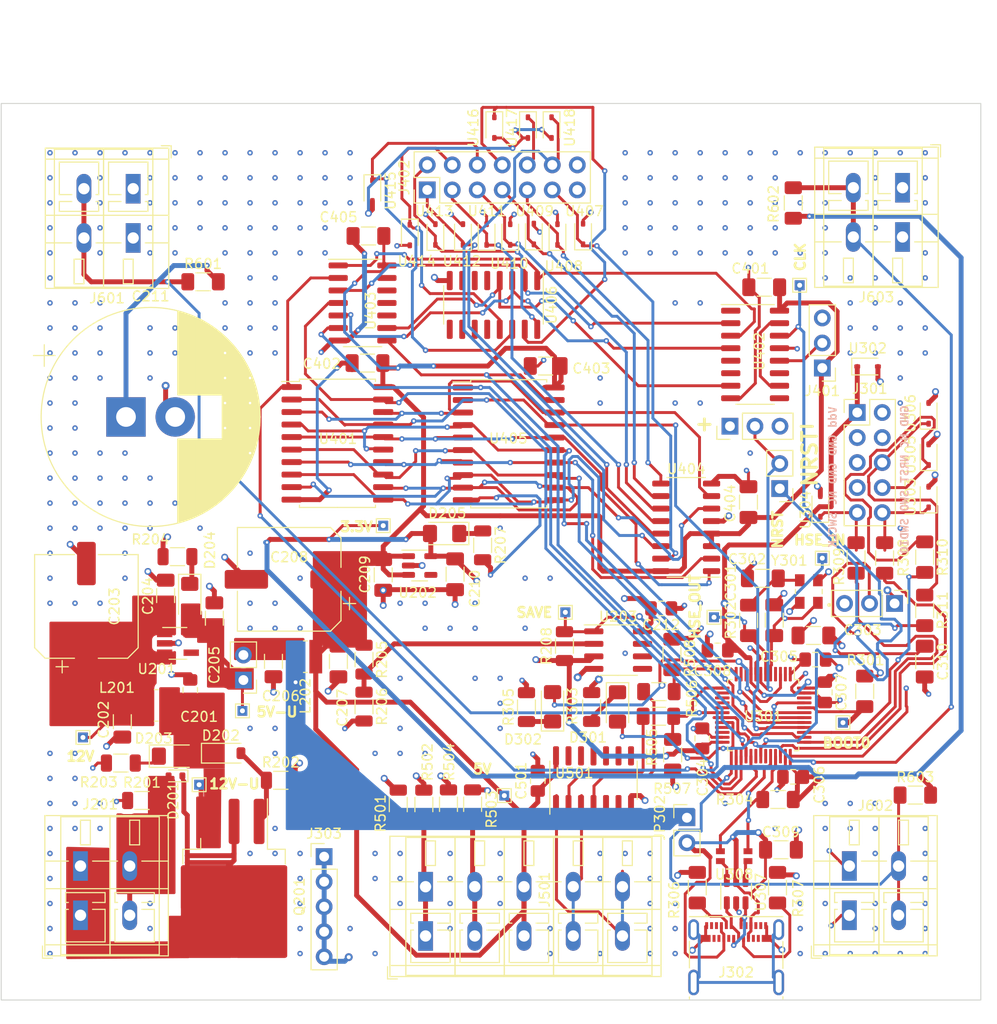
<source format=kicad_pcb>
(kicad_pcb (version 20221018) (generator pcbnew)
  (layers (0 "F.Cu" signal) (1 "In1.Cu" power) (2 "In2.Cu" power) (31 "B.Cu" signal) (34 "B.Paste" user) (35 "F.Paste" user) (36 "B.SilkS" user "B.Silkscreen") (37 "F.SilkS" user "F.Silkscreen") (38 "B.Mask" user) (39 "F.Mask" user) (44 "Edge.Cuts" user))
  (net 0 "")
  (net 1 "/power/12V-Unfiltered")
  (net 2 "GND")
  (net 3 "+12V")
  (net 4 "VBUS")
  (net 5 "blue")
  (net 6 "+3.3V")
  (net 7 "/power/V-REF")
  (net 8 "/mcu/HSE_IN")
  (net 9 "/mcu/XTAL_IN")
  (net 10 "/power/PowerIn-")
  (net 11 "/power/POL-FET-G")
  (net 12 "/power/12V-Unfiltered__LED_K")
  (net 13 "/power/LDO_LED_K")
  (net 16 "ones")
  (net 17 "tens")
  (net 18 "hundreds")
  (net 19 "thousands")
  (net 20 "red")
  (net 21 "white")
  (net 22 "yellow")
  (net 23 "black")
  (net 24 "_zero")
  (net 25 "_mode")
  (net 26 "_config")
  (net 27 "/power/POL-FET-D")
  (net 28 "_save")
  (net 29 "/mcu/BOOT0")
  (net 30 "/mcu/HSE_OUT")
  (net 31 "/mcu/USB_D+")
  (net 32 "/mcu/USB_CONN_CC1")
  (net 33 "/mcu/USB_CONN_CC2")
  (net 34 "/mcu/CONN_SWDIO")
  (net 35 "/mcu/MCU_SWDIO")
  (net 36 "/mcu/CONN_SWCLK")
  (net 37 "/mcu/MCU_SWCLK")
  (net 38 "/mcu/CONN_SWO")
  (net 39 "/mcu/MCU_SWO")
  (net 40 "/mcu/CONN_NRST")
  (net 41 "/cable/SCHMITT_B")
  (net 42 "_chB")
  (net 43 "/cable/SCHMITT_A")
  (net 44 "_chA")
  (net 55 "_dpBoard")
  (net 57 "_clk")
  (net 59 "/mcu/USB_D-")
  (net 60 "_a1")
  (net 61 "_a2")
  (net 62 "_a3")
  (net 63 "_a4")
  (net 64 "/mcu/USB_CONN_D-")
  (net 65 "/mcu/USB_CONN_D+")
  (net 66 "/mcu/USB_CMC_D+")
  (net 67 "/mcu/USB_CMC_D-")
  (net 68 "_thousands")
  (net 69 "/seven-segment-display/BCD_out1")
  (net 70 "/seven-segment-display/BCD_out2")
  (net 71 "/seven-segment-display/BCD_out3")
  (net 72 "/seven-segment-display/BCD_out4")
  (net 73 "_ones")
  (net 75 "/seven-segment-display/COUNT_1")
  (net 76 "/seven-segment-display/COUNT_0")
  (net 77 "/seven-segment-display/COUNT_2")
  (net 80 "/seven-segment-display/COUNT_3")
  (net 83 "_tens")
  (net 84 "_hundreds")
  (net 85 "e")
  (net 86 "d")
  (net 87 "c")
  (net 88 "b")
  (net 89 "a")
  (net 90 "g")
  (net 91 "f")
  (net 114 "dp")
  (net 115 "/power/LDO2_LED_K")
  (net 116 "/seven-segment-display/4017_RST")
  (net 117 "/seven-segment-display/4017_TC")
  (net 120 "/mcu/BOOT_JUMPER")
  (net 121 "Unfiltered_5V")
  (net 122 "/mcu/MCU_LED1-K")
  (net 123 "/mcu/MCU_LED1")
  (net 124 "/mcu/MCU_LED2-K")
  (net 125 "/mcu/MCU_LED2")
  (net 130 "unconnected-(J302-SHIELD-PadS1)")
  (net 131 "/power/5V-Jumper")
  (net 132 "/mcu/JUMPER_NRST")
  (net 133 "/mcu/MCU_NRST")
  (footprint "Resistor_SMD:R_1206_3216Metric" (layer "F.Cu") (at 212.5 116.45)
    (fp_text reference "R202")
    (fp_text value "100K")
  )
  (footprint "Resistor_SMD:R_1206_3216Metric" (layer "F.Cu") (at 220.95 104.2 -90)
    (fp_text reference "R205")
    (fp_text value "5K")
  )
  (footprint "Resistor_SMD:R_1206_3216Metric_Pad1.30x1.75mm_HandSolder" (layer "F.Cu") (at 204.6 65.85)
    (fp_text reference "R601")
    (fp_text value "R10k")
  )
  (footprint "Diode_SMD:D_SOD-323" (layer "F.Cu") (at 240.6 61.05 90)
    (fp_text reference "U408")
    (fp_text value "PESD3V3L1BA-Bidirectional_Diode")
  )
  (footprint "TerminalBlock_WAGO:TerminalBlock_WAGO_236-405_1x05_P5.00mm_45Degree" (layer "F.Cu") (at 227.2 127.25)
    (fp_text reference "J501")
    (fp_text value "DIN-5-TerminalBlock")
  )
  (footprint "Package_TO_SOT_SMD:SOT-23-5" (layer "F.Cu") (at 226.6 94.65)
    (fp_text reference "U202")
    (fp_text value "MIC5504-3.3YM5")
  )
  (footprint "Capacitor_SMD:C_1206_3216Metric_Pad1.33x1.80mm_HandSolder" (layer "F.Cu") (at 277.9 104.4 -90)
    (fp_text reference "C310")
    (fp_text value "100n")
  )
  (footprint "Package_SO:SO-16_3.9x9.9mm_P1.27mm" (layer "F.Cu") (at 253.675 90.775 180)
    (fp_text reference "U404")
    (fp_text value "74HC4511E")
  )
  (footprint "Capacitor_SMD:C_1206_3216Metric_Pad1.33x1.80mm_HandSolder" (layer "F.Cu") (at 218.35 104.3875 -90)
    (fp_text reference "C207")
    (fp_text value "0.1uF")
  )
  (footprint "Package_SO:SOIC-20W_7.5x12.8mm_P1.27mm" (layer "F.Cu") (at 235.65 82.295)
    (fp_text reference "U405")
    (fp_text value "74HCT244")
  )
  (footprint "TerminalBlock_WAGO:TerminalBlock_WAGO_236-402_1x02_P5.00mm_45Degree" (layer "F.Cu") (at 192.15 125.15)
    (fp_text reference "J201")
    (fp_text value "Screw_Terminal_01x02")
  )
  (footprint "Connector_PinHeader_2.54mm:PinHeader_1x03_P2.54mm_Vertical" (layer "F.Cu") (at 267.5 74.6 180)
    (fp_text reference "J401")
    (fp_text value "Conn_01x03_Male")
  )
  (footprint "Resistor_SMD:R_1206_3216Metric_Pad1.30x1.75mm_HandSolder" (layer "F.Cu") (at 263 118.4)
    (fp_text reference "R304")
    (fp_text value "R1k5")
  )
  (footprint "Resistor_SMD:R_1206_3216Metric_Pad1.30x1.75mm_HandSolder" (layer "F.Cu") (at 277.9 99.2 -90)
    (fp_text reference "R311")
    (fp_text value "49R9")
  )
  (footprint "Resistor_SMD:R_1206_3216Metric_Pad1.30x1.75mm_HandSolder" (layer "F.Cu") (at 277.9 93.8 -90)
    (fp_text reference "R310")
    (fp_text value "49R9")
  )
  (footprint "Capacitor_SMD:CP_Elec_10x12.6" (layer "F.Cu") (at 213.35 96.05 180)
    (fp_text reference "C208")
    (fp_text value "C_Polarized")
  )
  (footprint "Resistor_SMD:R_1206_3216Metric" (layer "F.Cu") (at 224.43 118.91 -90)
    (fp_text reference "R501")
    (fp_text value "220")
  )
  (footprint "Capacitor_SMD:C_1206_3216Metric_Pad1.33x1.80mm_HandSolder" (layer "F.Cu") (at 261.6 66.4 180)
    (fp_text reference "C401")
    (fp_text value "C")
  )
  (footprint "TerminalBlock_WAGO:TerminalBlock_WAGO_236-402_1x02_P5.00mm_45Degree" (layer "F.Cu") (at 197.5 61.4 180)
    (fp_text reference "J601")
    (fp_text value "Screw_Terminal_01x02")
  )
  (footprint "Resistor_SMD:R_1206_3216Metric" (layer "F.Cu") (at 231.98 118.885 -90)
    (fp_text reference "R503")
    (fp_text value "220")
  )
  (footprint "LED_SMD:LED_1206_3216Metric_Pad1.42x1.75mm_HandSolder" (layer "F.Cu") (at 201.6 114)
    (fp_text reference "D203")
    (fp_text value "LED")
  )
  (footprint "Capacitor_SMD:C_0805_2012Metric_Pad1.18x1.45mm_HandSolder" (layer "F.Cu") (at 255.3 112.2 90)
    (fp_text reference "C304")
    (fp_text value "100n")
  )
  (footprint "LED_SMD:LED_1206_3216Metric_Pad1.42x1.75mm_HandSolder" (layer "F.Cu") (at 203.25 98 -90)
    (fp_text reference "D204")
    (fp_text value "LED")
  )
  (footprint "privateParts:PinHeader_2x07_P2.54mm_Vertical-CounterClockWise" (layer "F.Cu") (at 227.375 56.525 90)
    (fp_text reference "J402")
    (fp_text value "Conn_02x07_Counter_Clockwise")
  )
  (footprint "TestPoint:TestPoint_THTPad_1.0x1.0mm_Drill0.5mm" (layer "F.Cu") (at 269.6 110.6)
    (fp_text reference "TP303" hide)
    (fp_text value "TestPoint")
  )
  (footprint "Resistor_SMD:R_1206_3216Metric" (layer "F.Cu") (at 220.95 108.9675 -90)
    (fp_text reference "R206")
    (fp_text value "10K")
  )
  (footprint "Package_TO_SOT_SMD:SOT-23-6" (layer "F.Cu") (at 258.75 127.75 90)
    (fp_text reference "U307")
    (fp_text value "USBLC6-2SC6")
  )
  (footprint "TestPoint:TestPoint_THTPad_1.0x1.0mm_Drill0.5mm" (layer "F.Cu") (at 265.2 66.2)
    (fp_text reference "TP401" hide)
    (fp_text value "TestPoint")
  )
  (footprint "Inductor_SMD:L_Wuerth_MAPI-3015" (layer "F.Cu") (at 215 103.9)
    (fp_text reference "L202")
    (fp_text value "L")
  )
  (footprint "Resistor_SMD:R_1206_3216Metric" (layer "F.Cu") (at 237.45 109.02 90)
    (fp_text reference "R305")
    (fp_text value "R100")
  )
  (footprint "Resistor_SMD:R_1206_3216Metric" (layer "F.Cu") (at 229.53 118.885 -90)
    (fp_text reference "R504")
    (fp_text value "100")
  )
  (footprint "Capacitor_SMD:C_1206_3216Metric_Pad1.33x1.80mm_HandSolder" (layer "F.Cu") (at 230.2 95.5375 -90)
    (fp_text reference "C210")
    (fp_text value "1uF")
  )
  (footprint "Diode_SMD:D_SOD-323" (layer "F.Cu") (at 278.3 83.4 90)
    (fp_text reference "U305")
    (fp_text value "PESD3V3L1BA-Bidirectional_Diode")
  )
  (footprint "Capacitor_SMD:C_1206_3216Metric_Pad1.33x1.80mm_HandSolder" (layer "F.Cu") (at 262.62 100.1975 90)
    (fp_text reference "C301")
    (fp_text value "12p")
  )
  (footprint "Connector_PinHeader_2.54mm:PinHeader_2x05_P2.54mm_Vertical" (layer "F.Cu") (at 271.05 79.12)
    (fp_text reference "J301")
    (fp_text value "Conn_02x05_Counter_Clockwise")
  )
  (footprint "Resistor_SMD:R_1206_3216Metric_Pad1.30x1.75mm_HandSolder" (layer "F.Cu") (at 276.95 117.95)
    (fp_text reference "R603")
    (fp_text value "R10k")
  )
  (footprint "Resistor_SMD:R_1206_3216Metric_Pad1.30x1.75mm_HandSolder" (layer "F.Cu") (at 264.55 57.85 -90)
    (fp_text reference "R602")
    (fp_text value "R10k")
  )
  (footprint "Resistor_SMD:R_1206_3216Metric" (layer "F.Cu") (at 244.07 109.01 90)
    (fp_text reference "R303")
    (fp_text value "R100")
  )
  (footprint "Diode_SMD:D_SOD-323" (layer "F.Cu") (at 221.8 56.6 -90)
    (fp_text reference "U415")
    (fp_text value "PESD3V3L1BA-Bidirectional_Diode")
  )
  (footprint "Resistor_SMD:R_1206_3216Metric_Pad1.30x1.75mm_HandSolder" (layer "F.Cu") (at 252.3 113.85 90)
    (fp_text reference "R507")
    (fp_text value "R10k")
  )
  (footprint "Resistor_SMD:R_1206_3216Metric_Pad1.30x1.75mm_HandSolder" (layer "F.Cu") (at 273.83 93.88 -90)
    (fp_text reference "R308")
    (fp_text value "49R9")
  )
  (footprint "privateParts:OSCCC320X250X60N" (layer "F.Cu") (at 266.13 97.29 180)
    (fp_text reference "Y301")
    (fp_text value "CX3225SB16000H0PSTC1-Crystal")
  )
  (footprint "Diode_SMD:D_SOD-123" (layer "F.Cu") (at 206.8 113.7)
    (fp_text reference "D202")
    (fp_text value "D_Zener-10V")
  )
  (footprint "Capacitor_SMD:C_1206_3216Metric_Pad1.33x1.80mm_HandSolder" (layer "F.Cu") (at 205.75 100 90)
    (fp_text reference "C205")
    (fp_text value "0.1uF")
  )
  (footprint "Diode_SMD:D_SOD-323" (layer "F.Cu") (at 231 61.05 90)
    (fp_text reference "U412")
    (fp_text value "PESD3V3L1BA-Bidirectional_Diode")
  )
  (footprint "Capacitor_SMD:C_1206_3216Metric_Pad1.33x1.80mm_HandSolder" (layer "F.Cu") (at 211.75 104.375 -90)
    (fp_text reference "C206")
    (fp_text value "0.1uF")
  )
  (footprint "Capacitor_SMD:C_1206_3216Metric_Pad1.33x1.80mm_HandSolder" (layer "F.Cu") (at 221.3 74.1 180)
    (fp_text reference "C402")
    (fp_text value "C")
  )
  (footprint "LED_SMD:LED_1206_3216Metric_Pad1.42x1.75mm_HandSolder" (layer "F.Cu") (at 229.1375 91.4 180)
    (fp_text reference "D205")
    (fp_text value "LED")
  )
  (footprint "Diode_SMD:D_SOD-323" (layer "F.Cu") (at 225.6 61.1 -90)
    (fp_text reference "U414")
    (fp_text value "PESD3V3L1BA-Bidirectional_Diode")
  )
  (footprint "Diode_SMD:D_SOD-323" (layer "F.Cu") (at 278.3 87.7 90)
    (fp_text reference "U303")
    (fp_text value "PESD3V3L1BA-Bidirectional_Diode")
  )
  (footprint "Capacitor_SMD:C_1206_3216Metric_Pad1.33x1.80mm_HandSolder" (layer "F.Cu") (at 260 88.2125 90)
    (fp_text reference "C404")
    (fp_text value "0.1uF")
  )
  (footprint "Package_TO_SOT_SMD:SOT-23-5_HandSoldering" (layer "F.Cu") (at 202.05 102.55)
    (fp_text reference "U201")
    (fp_text value "NCP718-LDO_Regulator")
  )
  (footprint "Package_SO:SOIC-16_3.9x9.9mm_P1.27mm" (layer "F.Cu") (at 234.1 68.2 -90)
    (fp_text reference "U406")
    (fp_text value "ULN2003")
  )
  (footprint "TestPoint:TestPoint_THTPad_1.0x1.0mm_Drill0.5mm" (layer "F.Cu") (at 222.9 90.6 180)
    (fp_text reference "TP206" hide)
    (fp_text value "TestPoint")
  )
  (footprint "Resistor_SMD:R_1206_3216Metric_Pad1.30x1.75mm_HandSolder" (layer "F.Cu") (at 260.02 100.22 90)
    (fp_text reference "R302")
    (fp_text value "R0")
  )
  (footprint "LED_SMD:LED_1206_3216Metric_Pad1.42x1.75mm_HandSolder" (layer "F.Cu") (at 240.1 108.9875 90)
    (fp_text reference "D302")
    (fp_text value "LED")
  )
  (footprint "Resistor_SMD:R_1206_3216Metric" (layer "F.Cu") (at 241.31 102.83 90)
    (fp_text reference "R208")
    (fp_text value "R")
  )
  (footprint "Resistor_SMD:R_1206_3216Metric_Pad1.30x1.75mm_HandSolder" (layer "F.Cu") (at 262.95 127.35 -90)
    (fp_text reference "R307")
    (fp_text value "R5k1")
  )
  (footprint "TestPoint:TestPoint_THTPad_1.0x1.0mm_Drill0.5mm" (layer "F.Cu") (at 208.6 109.4 180)
    (fp_text reference "TP203" hide)
    (fp_text value "TestPoint")
  )
  (footprint "Diode_SMD:D_SOD-323" (layer "F.Cu") (at 237.6 50.2 -90)
    (fp_text reference "U417")
    (fp_text value "PESD3V3L1BA-Bidirectional_Diode")
  )
  (footprint "Inductor_SMD:L_Wuerth_MAPI-3015" (layer "F.Cu") (at 199.85 108.85 180)
    (fp_text reference "L201")
    (fp_text value "L")
  )
  (footprint "Resistor_SMD:R_1206_3216Metric" (layer "F.Cu") (at 227.03 118.91 -90)
    (fp_text reference "R502")
    (fp_text value "100")
  )
  (footprint "Capacitor_SMD:C_1206_3216Metric_Pad1.33x1.80mm_HandSolder" (layer "F.Cu") (at 200.8 97.7 90)
    (fp_text reference "C204")
    (fp_text value "0.33uF")
  )
  (footprint "Package_SO:SOIC-16_3.9x9.9mm_P1.27mm" (layer "F.Cu") (at 260.675 73.225)
    (fp_text reference "U402")
    (fp_text value "74HC4017E")
  )
  (footprint "Diode_SMD:D_SOD-323" (layer "F.Cu") (at 278.3 79.2 90)
    (fp_text reference "U306")
    (fp_text value "PESD3V3L1BA-Bidirectional_Diode")
  )
  (footprint "Diode_SMD:D_SOD-323" (layer "F.Cu") (at 238.2 61 90)
    (fp_text reference "U409")
    (fp_text value "PESD3V3L1BA-Bidirectional_Diode")
  )
  (footprint "Diode_SMD:D_SOD-523" (layer "F.Cu") (at 201.8 116 180)
    (fp_text reference "D201")
    (fp_text value "ESD5Zxx")
  )
  (footprint "Connector_PinHeader_2.54mm:PinHeader_1x05_P2.54mm_Vertical" (layer "F.Cu") (at 216.9 124.2)
    (fp_text reference "J303")
    (fp_text value "Conn_01x05_Male")
  )
  (footprint "Resistor_SMD:R_1206_3216Metric" (layer "F.Cu") (at 233 92.6 -90)
    (fp_text reference "R207")
    (fp_text value "R100")
  )
  (footprint "Connector_PinHeader_2.54mm:PinHeader_1x02_P2.54mm_Vertical" (layer "F.Cu") (at 208.7 106.275 180)
    (fp_text reference "JP201" hide)
    (fp_text value "Jumper_2_Open")
  )
  (footprint "Resistor_SMD:R_1206_3216Metric_Pad1.30x1.75mm_HandSolder" (layer "F.Cu") (at 271.81 107.42 -90)
    (fp_text reference "R301")
    (fp_text value "R10k")
  )
  (footprint "Capacitor_SMD:C_1206_3216Metric_Pad1.33x1.80mm_HandSolder" (layer "F.Cu") (at 221.4 61.2 180)
    (fp_text reference "C405")
    (fp_text value "C")
  )
  (footprint "privateParts:Bourns_SRF3216A" (layer "F.Cu") (at 258.55 124.15 180)
    (fp_text reference "U308")
    (fp_text value "SRF3216A-Common_Mode_Choke")
  )
  (footprint "Diode_SMD:D_SOD-323" (layer "F.Cu") (at 228.2 61.05 90)
    (fp_text reference "U413")
    (fp_text value "PESD3V3L1BA-Bidirectional_Diode")
  )
  (footprint "Connector_PinHeader_2.54mm:PinHeader_1x03_P2.54mm_Vertical" (layer "F.Cu") (at 258.12 80.51 90)
    (fp_text reference "JP304" hide)
    (fp_text value "Jumper_3_Open")
  )
  (footprint "Capacitor_SMD:C_0805_2012Metric_Pad1.18x1.45mm_HandSolder" (layer "F.Cu") (at 267.76 107.52 -90)
    (fp_text reference "C307")
    (fp_text value "100n")
  )
  (footprint "Connector_PinHeader_2.54mm:PinHeader_1x02_P2.54mm_Vertical" (layer "F.Cu") (at 263.18 86.84 180)
    (fp_text reference "JP303" hide)
    (fp_text value "Jumper_2_Bridged")
  )
  (footprint "Resistor_SMD:R_1206_3216Metric_Pad1.30x1.75mm_HandSolder" (layer "F.Cu") (at 250.9 107.45)
    (fp_text reference "R506")
    (fp_text value "R10k")
  )
  (footprint "Capacitor_SMD:C_0805_2012Metric_Pad1.18x1.45mm_HandSolder" (layer "F.Cu") (at 266.8 104.2)
    (fp_text reference "C305")
    (fp_text value "100n")
  )
  (footprint "Resistor_SMD:R_1206_3216Metric_Pad1.30x1.75mm_HandSolder" (layer "F.Cu") (at 250.85 109.95)
    (fp_text reference "R505")
    (fp_text value "R10k")
  )
  (footprint "Package_SO:SOIC-8_3.9x4.9mm_P1.27mm" (layer "F.Cu") (at 246.765 103.235)
    (fp_text reference "U203")
    (fp_text value "LM2903")
  )
  (footprint "Resistor_SMD:R_1206_3216Metric" (layer "F.Cu") (at 202 93.75)
    (fp_text reference "R204")
    (fp_text value "R_US")
  )
  (footprint "Package_SO:SOIC-20W_7.5x12.8mm_P1.27mm" (layer "F.Cu") (at 218.25 82.245)
    (fp_text reference "U401")
    (fp_text value "74HCT244")
  )
  (footprint "Diode_SMD:D_SOD-323" (layer "F.Cu") (at 233.4 61.05 90)
    (fp_text reference "U411")
    (fp_text value "PESD3V3L1BA-Bidirectional_Diode")
  )
  (footprint "TestPoint:TestPoint_THTPad_1.0x1.0mm_Drill0.5mm" (layer "F.Cu") (at 267.5 93.9)
    (fp_text reference "TP301" hide)
    (fp_text value "TestPoint")
  )
  (footprint "Capacitor_SMD:C_1206_3216Metric_Pad1.33x1.80mm_HandSolder" (layer "F.Cu") (at 266.6 101.75)
    (fp_text reference "C303")
    (fp_text value "10u")
  )
  (footprint "LED_SMD:LED_1206_3216Metric_Pad1.42x1.75mm_HandSolder" (layer "F.Cu") (at 246.7 109 -90)
    (fp_text reference "D301")
    (fp_text value "LED")
  )
  (footprint "Diode_SMD:D_SOD-323" (layer "F.Cu") (at 234.188 50.2 -90)
    (fp_text reference "U416")
    (fp_text value "PESD3V3L1BA-Bidirectional_Diode")
  )
  (footprint "TestPoint:TestPoint_THTPad_1.0x1.0mm_Drill0.5mm" (layer "F.Cu") (at 192.4 112.1)
    (fp_text reference "TP202" hide)
    (fp_text value "TestPoint")
  )
  (footprint "Diode_SMD:D_SOD-323" (layer "F.Cu") (at 243.2 61 90)
    (fp_text reference "U407")
    (fp_text value "PESD3V3L1BA-Bidirectional_Diode")
  )
  (footprint "Capacitor_SMD:C_1206_3216Metric_Pad1.33x1.80mm_HandSolder" (layer "F.Cu") (at 263.3 123.5 180)
    (fp_text reference "C309")
    (fp_text value "10p")
  )
  (footprint "TestPoint:TestPoint_THTPad_1.0x1.0mm_Drill0.5mm" (layer "F.Cu") (at 241.4 99.4)
    (fp_text reference "TP205" hide)
    (fp_text value "TestPoint")
  )
  (footprint "TestPoint:TestPoint_THTPad_1.0x1.0mm_Drill0.5mm" (layer "F.Cu") (at 256.5 99.9)
    (fp_text reference "TP302" hide)
    (fp_text value "TestPoint")
  )
  (footprint "Capacitor_SMD:C_0805_2012Metric_Pad1.18x1.45mm_HandSolder" (layer "F.Cu") (at 238.6 116.5 90)
    (fp_text reference "C501")
    (fp_text value "C")
  )
  (footprint "Diode_SMD:D_SOD-323" (layer "F.Cu") (at 272.1 74.45)
    (fp_text reference "U302")
    (fp_text value "PESD3V3L1BA-Bidirectional_Diode")
  )
  (footprint "TerminalBlock_WAGO:TerminalBlock_WAGO_236-402_1x02_P5.00mm_45Degree" (layer "F.Cu") (at 270.25 125.15)
    (fp_text reference "J602")
    (fp_text value "Screw_Terminal_01x02")
  )
  (footprint "Capacitor_SMD:C_1206_3216Metric_Pad1.33x1.80mm_HandSolder" (layer "F.Cu") (at 261.46 95.95 180)
    (fp_text reference "C302")
    (fp_text value "12p")
  )
  (footprint "Capacitor_SMD:C_1206_3216Metric_Pad1.33x1.80mm_HandSolder" (layer "F.Cu") (at 239.4 74.4 180)
    (fp_text reference "C403")
    (fp_text value "C")
  )
  (footprint "Package_SO:SOIC-14_3.9x8.7mm_P1.27mm" (layer "F.Cu") (at 220.8 68)
    (fp_text reference "U403")
    (fp_text value "74HC04")
  )
  (footprint "Capacitor_SMD:C_0805_2012Metric_Pad1.18x1.45mm_HandSolder" (layer "F.Cu") (at 264.5375 116.1 180)
    (fp_text reference "C306")
    (fp_text value "100n")
  )
  (footprint "Capacitor_SMD:C_0805_2012Metric_Pad1.18x1.45mm_HandSolder" (layer "F.Cu") (at 256.8675 103.26 180)
    (fp_text reference "C308")
    (fp_text value "100n")
  )
  (footprint "Capacitor_SMD:C_1206_3216Metric_Pad1.33x1.80mm_HandSolder" (layer "F.Cu") (at 222.9 95.6 -90)
    (fp_text reference "C209")
    (fp_text value "1uF")
  )
  (footprint "Capacitor_SMD:C_1206_3216Metric_Pad1.33x1.80mm_HandSolder" (layer "F.Cu") (at 196.4 110.5 -90)
    (fp_text reference "C202")
    (fp_text value "0.1uF")
  )
  (footprint "Package_TO_SOT_SMD:TO-263-3_TabPin2" (layer "F.Cu") (at 207.75 128.275 -90)
    (fp_text reference "Q201")
    (fp_text value "IRF5305-Reverse-Polarity")
  )
  (footprint "Diode_SMD:D_SOD-323" (layer "F.Cu") (at 267.3 88.65 90)
    (fp_text reference "U304")
    (fp_text value "PESD3V3L1BA-Bidirectional_Diode")
  )
  (footprint "Resistor_SMD:R_1206_3216Metric_Pad1.30x1.75mm_HandSolder" (layer "F.Cu") (at 270.93 93.88 -90)
    (fp_text reference "R309")
    (fp_text value "49R9")
  )
  (footprint "Resistor_SMD:R_1206_3216Metric_Pad1.30x1.75mm_HandSolder" (layer "F.Cu") (at 252.23 103.68 -90)
    (fp_text reference "R508")
    (fp_text value "R10k")
  )
  (footprint "TestPoint:TestPoint_THTPad_1.0x1.0mm_Drill0.5mm" (layer "F.Cu") (at 235.2 118)
    (fp_text reference "TP204" hide)
    (fp_text value "TestPoint")
  )
  (footprint "Resistor_SMD:R_1206_3216Metric" (layer "F.Cu") (at 198.4 118.5)
    (fp_text reference "R201")
    (fp_text value "0")
  )
  (footprint "Package_QFP:LQFP-48_7x7mm_P0.5mm" (layer "F.Cu") (at 261.5 109.8375 -90)
    (fp_text reference "U301")
    (fp_text value "STM32F103CBTx")
  )
  (footprint "Capacitor_SMD:CP_Elec_10x12.6" (layer "F.Cu") (at 192.75 98.8 90)
    (fp_text reference "C203")
    (fp_text value "C_Polarized")
  )
  (footprint "TerminalBlock_WAGO:TerminalBlock_WAGO_236-402_1x02_P5.00mm_45Degree" (layer "F.Cu") (at 275.65 61.3 180)
    (fp_text reference "J603")
    (fp_text value "Screw_Terminal_01x02")
  )
  (footprint "Diode_SMD:D_SOD-323" (layer "F.Cu") (at 240 50.2 -90)
    (fp_text reference "U418")
    (fp_text value "PESD3V3L1BA-Bidirectional_Diode")
  )
  (footprint "Connector_PinHeader_2.54mm:PinHeader_1x03_P2.54mm_Vertical" (layer "F.Cu") (at 274.84 98.5 -90)
    (fp_text reference "JP301" hide)
    (fp_text value "Jumper_3_Open")
  )
  (footprint "Diode_SMD:D_SOD-323" (layer "F.Cu") (at 235.8 61.05 90)
    (fp_text reference "U410")
    (fp_text value "PESD3V3L1BA-Bidirectional_Diode")
  )
  (footprint "Capacitor_SMD:C_0805_2012Metric_Pad1.18x1.45mm_HandSolder" (layer "F.Cu") (at 251.1375 99 180)
    (fp_text reference "C212")
    (fp_text value "0.1uF")
  )
  (footprint "Resistor_SMD:R_1206_3216Metric_Pad1.30x1.75mm_HandSolder" (layer "F.Cu") (at 254.8 127.35 -90)
    (fp_text reference "R306")
    (fp_text value "R5k1")
  )
  (footprint "privateParts:CP_Radial_D22.0mm_P5.00mm_SnapIn" (layer "F.Cu") (at 194.272169 79.57)
    (fp_text reference "C211")
    (fp_text value "CP1")
  )
  (footprint "Package_SO:SOIC-14_3.9x8.7mm_P1.27mm" (layer "F.Cu") (at 244.26 116.445 90)
    (fp_text reference "U501")
    (fp_text value "74HC14")
  )
  (footprint "Connector_PinHeader_2.54mm:PinHeader_1x02_P2.54mm_Vertical" (layer "F.Cu") (at 253.75 120.25)
    (fp_text reference "JP302")
    (fp_text value "Jumper_2_Open")
  )
  (footprint "Capacitor_SMD:C_0805_2012Metric_Pad1.18x1.45mm_HandSolder" (layer "F.Cu") (at 203.3 107.3 90)
    (fp_text reference "C201")
    (fp_text value "0.1uF")
  )
  (footprint "Connector_USB:USB_C_Receptacle_Molex_105450-0101" (layer "F.Cu") (at 258.75 134.415)
    (fp_text reference "J302")
    (fp_text value "USB_C_Receptacle_USB2.0")
  )
  (footprint "TestPoint:TestPoint_THTPad_1.0x1.0mm_Drill0.5mm" (layer "F.Cu") (at 204.2 116.9)
    (fp_text reference "TP201" hide)
    (fp_text value "TestPoint")
  )
  (footprint "Resistor_SMD:R_1206_3216Metric" (layer "F.Cu") (at 196.25 114.7)
    (fp_text reference "R203")
    (fp_text value "R_US")
  )
  (gr_rect (start 184.1 47.75) (end 283.6 138.75) (stroke (width 0.1)) (fill none) (layer "Edge.Cuts"))
  (gr_text "GND NC NRST SWO SWDIO" (at 276.4 78.4 90) (layer "B.SilkS") (effects (font (size 0.85 0.85) (thickness 0.125) bold) (justify left bottom mirror)))
  (gr_text "Vdd GND GND NC SWCLK" (at 269.1 78.5 90) (layer "B.SilkS") (effects (font (size 0.85 0.85) (thickness 0.125) bold) (justify left bottom mirror)))
  (gr_text "NRST" (at 263.55 93.05 90) (layer "F.SilkS") (effects (font (size 1 1) (thickness 0.25) bold) (justify left bottom)))
  (gr_text "HSE_IN" (at 264.5 92.65) (layer "F.SilkS") (effects (font (size 1 1) (thickness 0.25) bold) (justify left bottom)))
  (gr_text "12V" (at 190.6 114.6) (layer "F.SilkS") (effects (font (size 1 1) (thickness 0.25) bold) (justify left bottom)))
  (gr_text "SAVE" (at 236.3 100) (layer "F.SilkS") (effects (font (size 1 1) (thickness 0.25) bold) (justify left bottom)))
  (gr_text "12V-U" (at 205.1 117.4) (layer "F.SilkS") (effects (font (size 1 1) (thickness 0.25) bold) (justify left bottom)))
  (gr_text "HSE_OUT" (at 255.15 102.25 90) (layer "F.SilkS") (effects (font (size 1 1) (thickness 0.25) bold) (justify left bottom)))
  (gr_text "5V" (at 231.9 115.9) (layer "F.SilkS") (effects (font (size 1 1) (thickness 0.25) bold) (justify left bottom)))
  (gr_text "5V-U" (at 209.9 110.1) (layer "F.SilkS") (effects (font (size 1 1) (thickness 0.25) bold) (justify left bottom)))
  (gr_text "CLK" (at 265.85 64.9 90) (layer "F.SilkS") (effects (font (size 1 1) (thickness 0.25) bold) (justify left bottom)))
  (gr_text "BOOT0" (at 267.4 113.25) (layer "F.SilkS") (effects (font (size 1 1) (thickness 0.25) bold) (justify left bottom)))
  (gr_text "NRST" (at 267.1 86.8 90) (layer "F.SilkS") (effects (font (size 1.5 1.5) (thickness 0.3) bold) (justify left bottom)))
  (gr_text "3.3V" (at 218.4 91.3) (layer "F.SilkS") (effects (font (size 1 1) (thickness 0.25) bold) (justify left bottom)))
  (gr_text "+" (at 254.4 81.1) (layer "F.SilkS") (effects (font (size 1.5 1.5) (thickness 0.3) bold) (justify left bottom)))
  (gr_text "-" (at 264.8 81.3) (layer "F.SilkS") (effects (font (size 1.5 1.5) (thickness 0.3) bold) (justify left bottom)))
  (segment (start 204.4 116.9) (end 204.4 119.815) (width 0.5) (layer "F.Cu") (net 1))
  (segment (start 204.4 119.815) (end 205.21 120.625) (width 0.5) (layer "F.Cu") (net 1))
  (segment (start 229.53 117.4225) (end 229.53 116.78) (width 0.5) (layer "F.Cu") (net 2))
  (segment (start 218.325 71.81) (end 219.3 71.81) (width 0.5) (layer "F.Cu") (net 2))
  (segment (start 264.8625 121.7375) (end 265.1 121.5) (width 0.5) (layer "F.Cu") (net 2))
  (segment (start 193.05 94.45) (end 191.1 92.5) (width 0.5) (layer "F.Cu") (net 2))
  (segment (start 244.07 106.93) (end 244.8 106.2) (width 0.5) (layer "F.Cu") (net 2))
  (segment (start 196.4 112.0625) (end 195.7375 112.0625) (width 0.5) (layer "F.Cu") (net 2))
  (segment (start 279 77) (end 279 77.45) (width 0.5) (layer "F.Cu") (net 2))
  (segment (start 263.75 115.7175) (end 263.8325 115.8) (width 0.29337) (layer "F.Cu") (net 2))
  (segment (start 264.8625 123.5) (end 264.8625 121.7375) (width 0.5) (layer "F.Cu") (net 2))
  (segment (start 240.6 59) (end 240.4 58.8) (width 0.29337) (layer "F.Cu") (net 2))
  (segment (start 278.95 85.45) (end 278.95 86) (width 0.5) (layer "F.Cu") (net 2))
  (segment (start 264.95 72.65) (end 264.89 72.59) (width 0.3) (layer "F.Cu") (net 2))
  (segment (start 263.75 114) (end 263.75 115.7175) (width 0.29337) (layer "F.Cu") (net 2))
  (segment (start 229.53 116.78) (end 228.75 116) (width 0.5) (layer "F.Cu") (net 2))
  (segment (start 259.175 77.67) (end 260.7 76.145) (width 0.3) (layer "F.Cu") (net 2))
  (segment (start 252.309568 101.859568) (end 252.5 102.05) (width 0.5) (layer "F.Cu") (net 2))
  (segment (start 255.8325 111.6325) (end 255.3 111.6325) (width 0.3) (layer "F.Cu") (net 2))
  (segment (start 260.75 104.5175) (end 261.2675 104) (width 0.3) (layer "F.Cu") (net 2))
  (segment (start 265.6625 107.5875) (end 266.79 107.5875) (width 0.3) (layer "F.Cu") (net 2))
  (segment (start 230.8 60) (end 229.8 59) (width 0.29337) (layer "F.Cu") (net 2))
  (segment (start 238.2 60.2) (end 238.8 60.8) (width 0.29337) (layer "F.Cu") (net 2))
  (segment (start 224.1975 117.4475) (end 223 116.25) (width 0.5) (layer "F.Cu") (net 2))
  (segment (start 270.25 125.15) (end 269.75 125.15) (width 0.29337) (layer "F.Cu") (net 2))
  (segment (start 279 77.45) (end 278.3 78.15) (width 0.5) (layer "F.Cu") (net 2))
  (segment (start 219.77 110.43) (end 219 111.2) (width 0.5) (layer "F.Cu") (net 2))
  (segment (start 243.5095 105.14) (end 242.6495 106) (width 0.5) (layer "F.Cu") (net 2))
  (segment (start 221 62.9625) (end 219.8375 61.8) (width 0.5) (layer "F.Cu") (net 2))
  (segment (start 239.85 51.25) (end 239 50.4) (width 0.29337) (layer "F.Cu") (net 2))
  (segment (start 230.2 97.1) (end 230.2 98.6) (width 0.5) (layer "F.Cu") (net 2))
  (segment (start 269.0425 108.5575) (end 269.3 108.3) (width 0.29337) (layer "F.Cu") (net 2))
  (segment (start 253.1 125.8) (end 252.8 126.1) (width 0.5) (layer "F.Cu") (net 2))
  (segment (start 200.8 96.1375) (end 199.8875 96.1375) (width 0.5) (layer "F.Cu") (net 2))
  (segment (start 261.85 132.5) (end 262.11695 132.5) (width 0.3) (layer "F.Cu") (net 2))
  (segment (start 193.9 114.7) (end 193.4 115.2) (width 0.3) (layer "F.Cu") (net 2))
  (segment (start 211.75 105.9375) (end 211.75 107.5) (width 0.5) (layer "F.Cu") (net 2))
  (segment (start 200.7 102.55) (end 202.05 102.55) (width 0.5) (layer "F.Cu") (net 2))
  (segment (start 274.84 98.5) (end 274.84 97.885732) (width 0.29337) (layer "F.Cu") (net 2))
  (segment (start 264.7625 126.05) (end 264.8625 126.15) (width 0.5) (layer "F.Cu") (net 2))
  (segment (start 218.325 71.81) (end 217.79 71.81) (width 0.5) (layer "F.Cu") (net 2))
  (segment (start 253.2 99) (end 253.5 98.7) (width 0.5) (layer "F.Cu") (net 2))
  (segment (start 249 118) (end 249.5 118.5) (width 0.5) (layer "F.Cu") (net 2))
  (segment (start 237.45 107.5575) (end 237.45 106.75) (width 0.5) (layer "F.Cu") (net 2))
  (segment (start 228.2 60) (end 227.2 59) (width 0.29337) (layer "F.Cu") (net 2))
  (segment (start 270.25 130.15) (end 269.45 130.15) (width 0.29337) (layer "F.Cu") (net 2))
  (segment (start 268.393156 104.2) (end 269.233875 105.040719) (width 0.3) (layer "F.Cu") (net 2))
  (segment (start 230.2 97.1) (end 222.9625 97.1) (width 0.5) (layer "F.Cu") (net 2))
  (segment (start 243.2 59.95) (end 243.2 59.6) (width 0.29337) (layer "F.Cu") (net 2))
  (segment (start 209 96.05) (end 209 96) (width 0.5) (layer "F.Cu") (net 2))
  (segment (start 257.46 90.14) (end 258 89.6) (width 0.5) (layer "F.Cu") (net 2))
  (segment (start 252.3 116.8) (end 252.6 117.1) (width 0.5) (layer "F.Cu") (net 2))
  (segment (start 221.8 57.65) (end 221.8 58.5) (width 0.5) (layer "F.Cu") (net 2))
  (segment (start 222.9 97.1625) (end 222.9 98.7) (width 0.5) (layer "F.Cu") (net 2))
  (segment (start 260.7 76.145) (end 260.7 70.817894) (width 0.3) (layer "F.Cu") (net 2))
  (segment (start 258.2 77.67) (end 259.175 77.67) (width 0.3) (layer "F.Cu") (net 2))
  (segment (start 264.4 107) (end 264.4 107.3) (width 0.3) (layer "F.Cu") (net 2))
  (segment (start 264.6875 107.5875) (end 265.6625 107.5875) (width 0.3) (layer "F.Cu") (net 2))
  (segment (start 233.8 94.8625) (end 233.8 95.6) (width 0.5) (layer "F.Cu") (net 2))
  (segment (start 221 62.9625) (end 221 63) (width 0.29337) (layer "F.Cu") (net 2))
  (segment (start 205.75 97.25) (end 205.25 96.75) (width 0.5) (layer "F.Cu") (net 2))
  (segment (start 255.65 132.5) (end 255.5 132.5) (width 0.3) (layer "F.Cu") (net 2))
  (segment (start 237.6 51.25) (end 237.1 51.25) (width 0.3) (layer "F.Cu") (net 2))
  (segment (start 201.4375 105.7375) (end 201.4 105.7) (width 0.5) (layer "F.Cu") (net 2))
  (segment (start 260 86.65) (end 259.75 86.65) (width 0.5) (layer "F.Cu") (net 2))
  (segment (start 255.65 132.5) (end 255.65 131.3) (width 0.3) (layer "F.Cu") (net 2))
  (segment (start 268.45 101.75) (end 269.5 102.8) (width 0.5) (layer "F.Cu") (net 2))
  (segment (start 225.4625 94.65) (end 226.85 94.65) (width 0.5) (layer "F.Cu") (net 2))
  (segment (start 238.6 115.4625) (end 238.6 114.3) (width 0.5) (layer "F.Cu") (net 2))
  (segment (start 237.1 51.25) (end 236.3 50.45) (width 0.29337) (layer "F.Cu") (net 2))
  (segment (start 259.8975 95.95) (end 259.8975 95.1025) (width 0.5) (layer "F.Cu") (net 2))
  (segment (start 263.8325 115.8) (end 263.8325 115.9675) (width 0.29337) (layer "F.Cu") (net 2))
  (segment (start 260.0375 64.4375) (end 260 64.4) (width 0.29337) (layer "F.Cu") (net 2))
  (segment (start 234.188 51.25) (end 235 51.25) (width 0.29337) (layer "F.Cu") (net 2))
  (segment (start 238.6 74.4) (end 239.2 73.8) (width 0.3) (layer "F.Cu") (net 2))
  (segment (start 263.5 116.8) (end 262.9 117.4) (width 0.5) (layer "F.Cu") (net 2))
  (segment (start 260 85.2) (end 259.8 85) (width 0.29337) (layer "F.Cu") (net 2))
  (segment (start 232.721185 87.778815) (end 234.4 87.778815) (width 0.3) (layer "F.Cu") (net 2))
  (segment (start 240.6 60) (end 240.6 59) (width 0.29337) (layer "F.Cu") (net 2))
  (segment (start 259.7 86.6) (end 259.75 86.65) (width 0.5) (layer "F.Cu") (net 2))
  (segment (start 263.8325 115.9675) (end 263.4 116.4) (width 0.29337) (layer "F.Cu") (net 2))
  (segment (start 261.85 132.5) (end 261.85 131.3) (width 0.3) (layer "F.Cu") (net 2))
  (segment (start 231 60) (end 230.8 60) (width 0.29337) (layer "F.Cu") (net 2))
  (segment (start 274.84 97.885732) (end 274.115124 97.160856) (width 0.29337) (layer "F.Cu") (net 2))
  (segment (start 199.8875 96.1375) (end 199 95.25) (width 0.5) (layer "F.Cu") (net 2))
  (segment (start 209 96) (end 206.8 93.8) (width 0.5) (layer "F.Cu") (net 2))
  (segment (start 200.5375 93.75) (end 200.5375 92.2125) (width 0.5) (layer "F.Cu") (net 2))
  (segment (start 219.7375 74.1) (end 218.7 74.1) (width 0.5) (layer "F.Cu") (net 2))
  (segment (start 255.83 103.26) (end 255.83 101.87) (width 0.5) (layer "F.Cu") (net 2))
  (segment (start 243.2 59.6) (end 244 58.8) (width 0.29337) (layer "F.Cu") (net 2))
  (segment (start 244.07 107.5475) (end 244.07 106.93) (width 0.5) (layer "F.Cu") (net 2))
  (segment (start 260 86.65) (end 259.65 86.65) (width 0.5) (layer "F.Cu") (net 2))
  (segment (start 259.8975 95.1025) (end 260.6 94.4) (width 0.5) (layer "F.Cu") (net 2))
  (segment (start 226.9 94.6) (end 226.85 94.65) (width 0.5) (layer "F.Cu") (net 2))
  (segment (start 220.95 110.43) (end 219.77 110.43) (width 0.5) (layer "F.Cu") (net 2))
  (segment (start 252.5 102.05) (end 254.15 102.05) (width 0.5) (layer "F.Cu") (net 2))
  (segment (start 237.1 51.25) (end 236.05 52.3) (width 0.3) (layer "F.Cu") (net 2))
  (segment (start 194.7875 114.7) (end 193.9 114.7) (width 0.3) (layer "F.Cu") (net 2))
  (segment (start 235 51.25) (end 236.05 52.3) (width 0.29337) (layer "F.Cu") (net 2))
  (segment (start 267.8375 104.2) (end 268.393156 104.2) (width 0.3) (layer "F.Cu") (net 2))
  (segment (start 235.8 60) (end 235.8 59.4) (width 0.29337) (layer "F.Cu") (net 2))
  (segment (start 233.4 59.2) (end 233 58.8) (width 0.29337) (layer "F.Cu") (net 2))
  (segment (start 195.9 118.5) (end 195.8 118.6) (width 0.3) (layer "F.Cu") (net 2))
  (segment (start 262.62 98.635) (end 262.62 98.46) (width 0.3) (layer "F.Cu") (net 2))
  (segment (start 255.5 132.5) (end 254.3 133.7) (width 0.3) (layer "F.Cu") (net 2))
  (segment (start 238.2 59.95) (end 238.2 60.2) (width 0.29337) (layer "F.Cu") (net 2))
  (segment (start 273.15 74.45) (end 273.15 75.75) (width 0.5) (layer "F.Cu") (net 2))
  (segment (start 267.3 87.6) (end 267.3 86.9) (width 0.5) (layer "F.Cu") (net 2))
  (segment (start 195.7375 112.0625) (end 194.8 113) (width 0.5) (layer "F.Cu") (net 2))
  (segment (start 254.15 102.05) (end 255.2 101) (width 0.5) (layer "F.Cu") (net 2))
  (segment (start 240 51.25) (end 239.85 51.25) (width 0.29337) (layer "F.Cu") (net 2))
  (segment (start 258.6 85.6) (end 256.98 85.6) (width 0.5) (layer "F.Cu") (net 2))
  (segment (start 260.7 70.817894) (end 261.096685 70.421209) (width 0.3) (layer "F.Cu") (net 2))
  (segment (start 221.8 58.5) (end 221.4 58.9) (width 0.5) (layer "F.Cu") (net 2))
  (segment (start 273.15 75.75) (end 273.4 76) (width 0.5) (layer "F.Cu") (net 2))
  (segment (start 227.03 117.4475) (end 227.03 116.78) (width 0.5) (layer "F.Cu") (net 2))
  (segment (start 267.275 96.145) (end 268.14 95.28) (width 0.3) (layer "F.Cu") (net 2))
  (segment (start 267.05 96.145) (end 267.275 96.145) (width 0.3) (layer "F.Cu") (net 2))
  (segment (start 217.4 87) (end 216.44 87.96) (width 0.5) (layer "F.Cu") (net 2))
  (segment (start 200.5375 92.2125) (end 201 91.75) (width 0.5) (layer "F.Cu") (net 2))
  (segment (start 279.166972 81.483028) (end 278.3 82.35) (width 0.5) (layer "F.Cu") (net 2))
  (segment (start 200.8 76.4) (end 200.8 78.597831) (width 0.5) (layer "F.Cu") (net 2))
  (segment (start 213.9625 116.45) (end 213.9625 115.1375) (width 0.5) (layer "F.Cu") (net 2))
  (segment (start 222.9625 97.1) (end 222.9 97.1625) (width 0.5) (layer "F.Cu") (net 2))
  (segment (start 217.79 71.81) (end 216.6 73) (width 0.5) (layer "F.Cu") (net 2))
  (segment (start 244.29 105.14) (end 243.5095 105.14) (width 0.5) (layer "F.Cu") (net 2))
  (segment (start 238.6 114.3) (end 238.1 113.8) (width 0.5) (layer "F.Cu") (net 2))
  (segment (start 254.8325 111.6325) (end 254.4 111.2) (width 0.3) (layer "F.Cu") (net 2))
  (segment (start 224.43 117.4475) (end 224.1975 117.4475) (width 0.5) (layer "F.Cu") (net 2))
  (segment (start 233.4 60) (end 233.4 59.2) (width 0.29337) (layer "F.Cu") (net 2))
  (segment (start 265.21 98.435) (end 265.0655 98.435) (width 0.3) (layer "F.Cu") (net 2))
  (segment (start 260.0375 66.4) (end 260.0375 64.4375) (width 0.29337) (layer "F.Cu") (net 2))
  (segment (start 267.76 108.5575) (end 269.0425 108.5575) (width 0.29337) (layer "F.Cu") (net 2))
  (segment (start 228.425 65.725) (end 228.1 65.4) (width 0.5) (layer "F.Cu") (net 2))
  (segment (start 277.9 107.3) (end 278.3 107.7) (width 0.5) (layer "F.Cu") (net 2))
  (segment (start 203.3 105.7375) (end 201.4375 105.7375) (width 0.5) (layer "F.Cu") (net 2))
  (segment (start 224.35 62.15) (end 225.6 62.15) (width 0.29337) (layer "F.Cu") (net 2))
  (segment (start 251.9375 99) (end 253.2 99) (width 0.5) (layer "F.Cu") (net 2))
  (segment (start 256.2875 112.0875) (end 255.8325 111.6325) (width 0.3) (layer "F.Cu") (net 2))
  (segment (start 269.45 130.15) (end 268.4 131.2) (width 0.29337) (layer "F.Cu") (net 2))
  (segment (start 233 94.0625) (end 233.8 94.8625) (width 0.5) (layer "F.Cu") (net 2))
  (segment (start 261.75 131.2) (end 261.75 131.021434) (width 0.3) (layer "F.Cu") (net 2))
  (segment (start 261.85 131.3) (end 261.75 131.2) (width 0.3) (layer "F.Cu") (net 2))
  (segment (start 260.295854 103.028354) (end 260.171646 103.028354) (width 0.3) (layer "F.Cu") (net 2))
  (segment (start 229.655 65.725) (end 228.425 65.725) (width 0.5) (layer "F.Cu") (net 2))
  (segment (start 258.75 129.55) (end 258.75 128.8875) (width 0.3) (layer "F.Cu") (net 2))
  (segment (start 265.8175 105.5825) (end 265.8 105.6) (width 0.29337) (layer "F.Cu") (net 2))
  (segment (start 261.096685 70.421209) (end 261.096685 67.459185) (width 0.3) (layer "F.Cu") (net 2))
  (segment (start 254.8 125.8) (end 253.1 125.8) (width 0.5) (layer "F.Cu") (net 2))
  (segment (start 193.15 94.45) (end 193.05 94.45) (width 0.5) (layer "F.Cu") (net 2))
  (segment (start 200.8 78.597831) (end 201.772169 79.57) (width 0.5) (layer "F.Cu") (net 2))
  (segment (start 219.3 71.81) (end 220.355 70.755) (width 0.5) (layer "F.Cu") (net 2))
  (segment (start 218.35 105.95) (end 218.35 106.35) (width 0.5) (layer "F.Cu") (net 2))
  (segment (start 237.45 106.75) (end 237 106.3) (width 0.5) (layer "F.Cu") (net 2))
  (segment (start 278.95 86) (end 278.3 86.65) (width 0.5) (layer "F.Cu") (net 2))
  (segment (start 269.75 125.15) (end 268.2 123.6) (width 0.29337) (layer "F.Cu") (net 2))
  (segment (start 266.79 107.5875) (end 267.76 108.5575) (width 0.3) (layer "F.Cu") (net 2))
  (segment (start 260.75 105.675) (end 260.75 104.5175) (width 0.3) (layer "F.Cu") (net 2))
  (segment (start 218.35 106.35) (end 217.3 107.4) (width 0.5) (layer "F.Cu") (net 2))
  (segment (start 255.65 131.3) (end 255.75 131.2) (width 0.3) (layer "F.Cu") (net 2))
  (segment (start 261.096685 67.459185) (end 260.0375 66.4) (width 0.3) (layer "F.Cu") (net 2))
  (segment (start 255.3 111.6325) (end 254.8325 111.6325) (width 0.3) (layer "F.Cu") (net 2))
  (segment (start 202.05 102.55) (end 202.1 102.5) (width 0.5) (layer "F.Cu") (net 2))
  (segment (start 233.4225 117.4225) (end 233.5 117.5) (width 0.5) (layer "F.Cu") (net 2))
  (segment (start 224.3 62.2) (end 224.35 62.15) (width 0.29337) (layer "F.Cu") (net 2))
  (segment (start 197.175 118.5) (end 195.9 118.5) (width 0.3) (layer "F.Cu") (net 2))
  (segment (start 264.4 107.3) (end 264.6875 107.5875) (width 0.3) (layer "F.Cu") (net 2))
  (segment (start 277.9 105.9625) (end 277.9 107.3) (width 0.5) (layer "F.Cu") (net 2))
  (segment (start 248.12 118) (end 249 118) (width 0.5) (layer "F.Cu") (net 2))
  (segment (start 252.3 115.4) (end 252.3 116.8) (width 0.5) (layer "F.Cu") (net 2))
  (segment (start 262.8 126.05) (end 264.7625 126.05) (width 0.5) (layer "F.Cu") (net 2))
  (segment (start 267.3 86.9) (end 267 86.6) (width 0.5) (layer "F.Cu") (net 2))
  (segment (start 260 86.65) (end 260 85.2) (width 0.29337) (layer "F.Cu") (net 2))
  (segment (start 256.98 85.6) (end 256.25 86.33) (width 0.5) (layer "F.Cu") (net 2))
  (segment (start 263.5 116.1) (end 263.5 116.8) (width 0.5) (layer "F.Cu") (net 2))
  (segment (start 227.03 116.78) (end 226.25 116) (width 0.5) (layer "F.Cu") (net 2))
  (segment (start 262.11695 132.5) (end 263.26695 133.65) (width 0.3) (layer "F.Cu") (net 2))
  (segment (start 237.8375 74.4) (end 238.6 74.4) (width 0.3) (layer "F.Cu") (net 2))
  (segment (start 235.8 59.4) (end 236.2 59) (width 0.29337) (layer "F.Cu") (net 2))
  (segment (start 231.98 117.4225) (end 233.4225 117.4225) (width 0.5) (layer "F.Cu") (net 2))
  (segment (start 265.8175 105.5825) (end 264.4 107) (width 0.3) (layer "F.Cu") (net 2))
  (segment (start 213.9625 115.1375) (end 214.4 114.7) (width 0.5) (layer "F.Cu") (net 2))
  (segment (start 279.166972 81.316972) (end 279.166972 81.483028) (width 0.5) (layer "F.Cu") (net 2))
  (segment (start 259.05 129.85) (end 258.75 129.55) (width 0.3) (layer "F.Cu") (net 2))
  (segment (start 264.89 72.59) (end 263.15 72.59) (width 0.3) (layer "F.Cu") (net 2))
  (segment (start 218.7 74.1) (end 218.2 74.6) (width 0.5) (layer "F.Cu") (net 2))
  (segment (start 263.26695 133.65) (end 263.4 133.65) (width 0.3) (layer "F.Cu") (net 2))
  (segment (start 232.49 88.01) (end 231 88.01) (width 0.5) (layer "F.Cu") (net 2))
  (segment (start 265.0655 98.435) (end 264.18 99.3205) (width 0.3) (layer "F.Cu") (net 2))
  (segment (start 205.75 98.4375) (end 205.75 97.25) (width 0.5) (layer "F.Cu") (net 2))
  (segment (start 262.62 98.46) (end 263.61 97.47) (width 0.3) (layer "F.Cu") (net 2))
  (segment (start 257.3375 112.0875) (end 256.2875 112.0875) (width 0.3) (layer "F.Cu") (net 2))
  (segment (start 255.83 101.87) (end 256.1 101.6) (width 0.5) (layer "F.Cu") (net 2))
  (segment (start 216.44 87.96) (end 213.6 87.96) (width 0.5) (layer "F.Cu") (net 2))
  (segment (start 219.7375 74.1) (end 219.7375 74.7625) (width 0.5) (layer "F.Cu") (net 2))
  (segment (start 256.25 90.14) (end 257.46 90.14) (width 0.5) (layer "F.Cu") (net 2))
  (segment (start 259.65 86.65) (end 258.6 85.6) (width 0.5) (layer "F.Cu") (net 2))
  (segment (start 261.2675 104) (end 260.295854 103.028354) (width 0.3) (layer "F.Cu") (net 2))
  (segment (start 232.49 88.01) (end 232.721185 87.778815) (width 0.3) (layer "F.Cu") (net 2))
  (via (at 189.055 98.475) (size 0.55) (drill 0.25) (layers "F.Cu" "B.Cu") (net 2))
  (via (at 252.555 60.375) (size 0.55) (drill 0.25) (layers "F.Cu" "B.Cu") (net 2))
  (via (at 191.595 85.775) (size 0.55) (drill 0.25) (layers "F.Cu" "B.Cu") (net 2))
  (via (at 194.135 55.295) (size 0.55) (drill 0.25) (layers "F.Cu" "B.Cu") (net 2))
  (via (at 253.5 98.7) (size 0.55) (drill 0.25) (layers "F.Cu" "B.Cu") (net 2))
  (via (at 265.1 121.5) (size 0.7) (drill 0.4) (layers "F.Cu" "B.Cu") (net 2))
  (via (at 252.555 134.035) (size 0.55) (drill 0.25) (layers "F.Cu" "B.Cu") (net 2))
  (via (at 275.415 78.155) (size 0.55) (drill 0.25) (layers "F.Cu" "B.Cu") (net 2))
  (via (at 227.155 98.475) (size 0.55) (drill 0.25) (layers "F.Cu" "B.Cu") (net 2))
  (via (at 209.375 67.995) (size 0.55) (drill 0.25) (layers "F.Cu" "B.Cu") (net 2))
  (via (at 209.375 78.155) (size 0.55) (drill 0.25) (layers "F.Cu" "B.Cu") (net 2))
  (via (at 191.595 118.795) (size 0.55) (drill 0.25) (layers "F.Cu" "B.Cu") (net 2))
  (via (at 232.235 106.095) (size 0.55) (drill 0.25) (layers "F.Cu" "B.Cu") (net 2))
  (via (at 199.215 62.915) (size 0.55) (drill 0.25) (layers "F.Cu" "B.Cu") (net 2))
  (via (at 211.915 52.755) (size 0.55) (drill 0.25) (layers "F.Cu" "B.Cu") (net 2))
  (via (at 267.795 134.035) (size 0.55) (drill 0.25) (layers "F.Cu" "B.Cu") (net 2))
  (via (at 268.4 131.2) (size 0.55) (drill 0.25) (layers "F.Cu" "B.Cu") (net 2))
  (via (at 191.595 67.995) (size 0.55) (drill 0.25) (layers "F.Cu" "B.Cu") (net 2))
  (via (at 201.755 70.535) (size 0.55) (drill 0.25) (layers "F.Cu" "B.Cu") (net 2))
  (via (at 260.175 60.375) (size 0.55) (drill 0.25) (layers "F.Cu" "B.Cu") (net 2))
  (via (at 238.1 113.8) (size 0.55) (drill 0.25) (layers "F.Cu" "B.Cu") (net 2))
  (via (at 262.715 55.295) (size 0.55) (drill 0.25) (layers "F.Cu" "B.Cu") (net 2))
  (via (at 211.915 123.875) (size 0.55) (drill 0.25) (layers "F.Cu" "B.Cu") (net 2))
  (via (at 277.955 134.035) (size 0.55) (drill 0.25) (layers "F.Cu" "B.Cu") (net 2))
  (via (at 194.135 88.315) (size 0.55) (drill 0.25) (layers "F.Cu" "B.Cu") (net 2))
  (via (at 255.095 60.375) (size 0.55) (drill 0.25) (layers "F.Cu" "B.Cu") (net 2))
  (via (at 252.8 126.1) (size 0.7) (drill 0.4) (layers "F.Cu" "B.Cu") (net 2))
  (via (at 199.215 128.955) (size 0.55) (drill 0.25) (layers "F.Cu" "B.Cu") (net 2))
  (via (at 199.215 131.495) (size 0.55) (drill 0.25) (layers "F.Cu" "B.Cu") (net 2))
  (via (at 233.8 95.6) (size 0.55) (drill 0.25) (layers "F.Cu" "B.Cu") (net 2))
  (via (at 255.095 57.835) (size 0.55) (drill 0.25) (layers "F.Cu" "B.Cu") (net 2))
  (via (at 219 111.2) (size 0.55) (drill 0.25) (layers "F.Cu" "B.Cu") (net 2))
  (via (at 189.055 116.255) (size 0.55) (drill 0.25) (layers "F.Cu" "B.Cu") (net 2))
  (via (at 211.915 70.535) (size 0.55) (drill 0.25) (layers "F.Cu" "B.Cu") (net 2))
  (via (at 189.055 65.455) (size 0.55) (drill 0.25) (layers "F.Cu" "B.Cu") (net 2))
  (via (at 199.215 70.535) (size 0.55) (drill 0.25) (layers "F.Cu" "B.Cu") (net 2))
  (via (at 222.075 123.875) (size 0.55) (drill 0.25) (layers "F.Cu" "B.Cu") (net 2))
  (via (at 254.3 133.7) (size 0.7) (drill 0.4) (layers "F.Cu" "B.Cu") (net 2))
  (via (at 228.75 116) (size 0.7) (drill 0.4) (layers "F.Cu" "B.Cu") (net 2))
  (via (at 201.755 55.295) (size 0.55) (drill 0.25) (layers "F.Cu" "B.Cu") (net 2))
  (via (at 191.595 75.615) (size 0.55) (drill 0.25) (layers "F.Cu" "B.Cu") (net 2))
  (via (at 250.015 52.755) (size 0.55) (drill 0.25) (layers "F.Cu" "B.Cu") (net 2))
  (via (at 216.995 62.915) (size 0.55) (drill 0.25) (layers "F.Cu" "B.Cu") (net 2))
  (via (at 194.135 75.615) (size 0.55) (drill 0.25) (layers "F.Cu" "B.Cu") (net 2))
  (via (at 201.755 57.835) (size 0.55) (drill 0.25) (layers "F.Cu" "B.Cu") (net 2))
  (via (at 250.015 123.875) (size 0.55) (drill 0.25) (layers "F.Cu" "B.Cu") (net 2))
  (via (at 194.135 98.475) (size 0.55) (drill 0.25) (layers "F.Cu" "B.Cu") (net 2))
  (via (at 258 89.6) (size 0.7) (drill 0.4) (layers "F.Cu" "B.Cu") (net 2))
  (via (at 205.25 96.75) (size 0.7) (drill 0.4) (layers "F.Cu" "B.Cu") (net 2))
  (via (at 194.135 70.535) (size 0.55) (drill 0.25) (layers "F.Cu" "B.Cu") (net 2))
  (via (at 214.455 128.955) (size 0.55) (drill 0.25) (layers "F.Cu" "B.Cu") (net 2))
  (via (at 189.055 55.295) (size 0.55) (drill 0.25) (layers "F.Cu" "B.Cu") (net 2))
  (via (at 194.135 60.375) (size 0.55) (drill 0.25) (layers "F.Cu" "B.Cu") (net 2))
  (via (at 189.055 85.775) (size 0.55) (drill 0.25) (layers "F.Cu" "B.Cu") (net 2))
  (via (at 211.915 98.475) (size 0.55) (drill 0.25) (layers "F.Cu" "B.Cu") (net 2))
  (via (at 275.415 52.755) (size 0.55) (drill 0.25) (layers "F.Cu" "B.Cu") (net 2))
  (via (at 209.375 70.535) (size 0.55) (drill 0.25) (layers "F.Cu" "B.Cu") (net 2))
  (via (at 218.2 74.6) (size 0.55) (drill 0.25) (layers "F.Cu" "B.Cu") (net 2))
  (via (at 277.955 131.495) (size 0.55) (drill 0.25) (layers "F.Cu" "B.Cu") (net 2))
  (via (at 216.995 57.835) (size 0.55) (drill 0.25) (layers "F.Cu" "B.Cu") (net 2))
  (via (at 196.675 88.315) (size 0.55) (drill 0.25) (layers "F.Cu" "B.Cu") (net 2))
  (via (at 191.595 52.755) (size 0.55) (drill 0.25) (layers "F.Cu" "B.Cu") (net 2))
  (via (at 270.335 67.995) (size 0.55) (drill 0.25) (layers "F.Cu" "B.Cu") (net 2))
  (via (at 272.875 57.835) (size 0.55) (drill 0.25) (layers "F.Cu" "B.Cu") (net 2))
  (via (at 191.595 80.695) (size 0.55) (drill 0.25) (layers "F.Cu" "B.Cu") (net 2))
  (via (at 234.775 108.635) (size 0.55) (drill 0.25) (layers "F.Cu" "B.Cu") (net 2))
  (via (at 244.935 134.035) (size 0.55) (drill 0.25) (layers "F.Cu" "B.Cu") (net 2))
  (via (at 219.535 57.835) (size 0.55) (drill 0.25) (layers "F.Cu" "B.Cu") (net 2))
  (via (at 204.295 55.295) (size 0.55) (drill 0.25) (layers "F.Cu" "B.Cu") (net 2))
  (via (at 250.015 128.955) (size 0.55) (drill 0.25) (layers "F.Cu" "B.Cu") (net 2))
  (via (at 211.915 60.375) (size 0.55) (drill 0.25) (layers "F.Cu" "B.Cu") (net 2))
  (via (at 257.635 57.835) (size 0.55) (drill 0.25) (layers "F.Cu" "B.Cu") (net 2))
  (via (at 230.2 98.6) (size 0.7) (drill 0.4) (layers "F.Cu" "B.Cu") (net 2))
  (via (at 265.255 52.755) (size 0.55) (drill 0.25) (layers "F.Cu" "B.Cu") (net 2))
  (via (at 226.85 94.65) (size 0.7) (drill 0.4) (layers "F.Cu" "B.Cu") (net 2))
  (via (at 255.095 98.475) (size 0.55) (drill 0.25) (layers "F.Cu" "B.Cu") (net 2))
  (via (at 214.455 123.875) (size 0.55) (drill 0.25) (layers "F.Cu" "B.Cu") (net 2))
  (via (at 189.055 75.615) (size 0.55) (drill 0.25) (layers "F.Cu" "B.Cu") (net 2))
  (via (at 252.555 78.155) (size 0.55) (drill 0.25) (layers "F.Cu" "B.Cu") (net 2))
  (via (at 244.8 106.2) (size 0.8) (drill 0.4) (layers "F.Cu" "B.Cu") (net 2))
  (via (at 201.755 60.375) (size 0.55) (drill 0.25) (layers "F.Cu" "B.Cu") (net 2))
  (via (at 204.295 52.755) (size 0.55) (drill 0.25) (layers "F.Cu" "B.Cu") (net 2))
  (via (at 196.675 83.235) (size 0.55) (drill 0.25) (layers "F.Cu" "B.Cu") (net 2))
  (via (at 260.175 62.915) (size 0.55) (drill 0.25) (layers "F.Cu" "B.Cu") (net 2))
  (via (at 260.6 94.4) (size 0.55) (drill 0.25) (layers "F.Cu" "B.Cu") (net 2))
  (via (at 206.835 67.995) (size 0.55) (drill 0.25) (layers "F.Cu" "B.Cu") (net 2))
  (via (at 224.615 113.715) (size 0.55) (drill 0.25) (layers "F.Cu" "B.Cu") (net 2))
  (via (at 255.095 67.995) (size 0.55) (drill 0.25) (layers "F.Cu" "B.Cu") (net 2))
  (via (at 189.055 90.855) (size 0.55) (drill 0.25) (layers "F.Cu" "B.Cu") (net 2))
  (via (at 224.615 123.875) (size 0.55) (drill 0.25) (layers "F.Cu" "B.Cu") (net 2))
  (via (at 270.335 73.075) (size 0.55) (drill 0.25) (layers "F.Cu" "B.Cu") (net 2))
  (via (at 250.015 62.915) (size 0.55) (drill 0.25) (layers "F.Cu" "B.Cu") (net 2))
  (via (at 189.055 70.535) (size 0.55) (drill 0.25) (layers "F.Cu" "B.Cu") (net 2))
  (via (at 222.075 126.415) (size 0.55) (drill 0.25) (layers "F.Cu" "B.Cu") (net 2))
  (via (at 209.375 101.015) (size 0.55) (drill 0.25) (layers "F.Cu" "B.Cu") (net 2))
  (via (at 272.875 134.035) (size 0.55) (drill 0.25) (layers "F.Cu" "B.Cu") (net 2))
  (via (at 229.8 59) (size 0.55) (drill 0.25) (layers "F.Cu" "B.Cu") (net 2))
  (via (at 275.415 75.615) (size 0.55) (drill 0.25) (layers "F.Cu" "B.Cu") (net 2))
  (via (at 260.171646 103.028354) (size 0.55) (drill 0.25) (layers "F.Cu" "B.Cu") (net 2))
  (via (at 206.835 75.615) (size 0.55) (drill 0.25) (layers "F.Cu" "B.Cu") (net 2))
  (via (at 237 106.3) (size 0.55) (drill 0.25) (layers "F.Cu" "B.Cu") (net 2))
  (via (at 234.775 90.855) (size 0.55) (drill 0.25) (layers "F.Cu" "B.Cu") (net 2))
  (via (at 267.795 128.955) (size 0.55) (drill 0.25) (layers "F.Cu" "B.Cu") (net 2))
  (via (at 209.375 75.615) (size 0.55) (drill 0.25) (layers "F.Cu" "B.Cu") (net 2))
  (via (at 191.1 92.5) (size 0.7) (drill 0.4) (layers "F.Cu" "B.Cu") (net 2))
  (via (at 277.955 128.955) (size 0.55) (drill 0.25) (layers "F.Cu" "B.Cu") (net 2))
  (via (at 279 77) (size 0.7) (drill 0.4) (layers "F.Cu" "B.Cu") (net 2))
  (via (at 267.795 62.915) (size 0.55) (drill 0.25) (layers "F.Cu" "B.Cu") (net 2))
  (via (at 194.135 73.075) (size 0.55) (drill 0.25) (layers "F.Cu" "B.Cu") (net 2))
  (via (at 277.955 73.075) (size 0.55) (drill 0.25) (layers "F.Cu" "B.Cu") (net 2))
  (via (at 222.9 98.7) (size 0.7) (drill 0.4) (layers "F.Cu" "B.Cu") (net 2))
  (via (at 209.375 98.475) (size 0.55) (drill 0.25) (layers "F.Cu" "B.Cu") (net 2))
  (via (at 275.415 134.035) (size 0.55) (drill 0.25) (layers "F.Cu" "B.Cu") (net 2))
  (via (at 214.455 131.495) (size 0.55) (drill 0.25) (layers "F.Cu" "B.Cu") (net 2))
  (via (at 189.055 88.315) (size 0.55) (drill 0.25) (layers "F.Cu" "B.Cu") (net 2))
  (via (at 277.955 52.755) (size 0.55) (drill 0.25) (layers "F.Cu" "B.Cu") (net 2))
  (via (at 236.05 52.3) (size 0.55) (drill 0.25) (layers "F.Cu" "B.Cu") (net 2))
  (via (at 277.955 70.535) (size 0.55) (drill 0.25) (layers "F.Cu" "B.Cu") (net 2))
  (via (at 196.675 95.935) (size 0.55) (drill 0.25) (layers "F.Cu" "B.Cu") (net 2))
  (via (at 265.255 131.495) (size 0.55) (drill 0.25) (layers "F.Cu" "B.Cu") (net 2))
  (via (at 194.135 62.915) (size 0.55) (drill 0.25) (layers "F.Cu" "B.Cu") (net 2))
  (via (at 262.715 52.755) (size 0.55) (drill 0.25) (layers "F.Cu" "B.Cu") (net 2))
  (via (at 255.095 52.755) (size 0.55) (drill 0.25) (layers "F.Cu" "B.Cu") (net 2))
  (via (at 199.215 73.075) (size 0.55) (drill 0.25) (layers "F.Cu" "B.Cu") (net 2))
  (via (at 229.695 101.015) (size 0.55) (drill 0.25) (layers "F.Cu" "B.Cu") (net 2))
  (via (at 202.1 102.5) (size 0.7) (drill 0.4) (layers "F.Cu" "B.Cu") (net 2))
  (via (at 229.695 123.875) (size 0.55) (drill 0.25) (layers "F.Cu" "B.Cu") (net 2))
  (via (at 270.335 118.795) (size 0.55) (drill 0.25) (layers "F.Cu" "B.Cu") (net 2))
  (via (at 194.135 85.775) (size 0.55) (drill 0.25) (layers "F.Cu" "B.Cu") (net 2))
  (via (at 214.455 62.915) (size 0.55) (drill 0.25) (layers "F.Cu" "B.Cu") (net 2))
  (via (at 275.415 90.855) (size 0.55) (drill 0.25) (layers "F.Cu" "B.Cu") (net 2))
  (via (at 274.115124 97.160856) (size 0.8) (drill 0.4) (layers "F.Cu" "B.Cu") (net 2))
  (via (at 260.175 83.235) (size 0.55) (drill 0.25) (layers "F.Cu" "B.Cu") (net 2))
  (via (at 238.8 60.8) (size 0.55) (drill 0.25) (layers "F.Cu" "B.Cu") (net 2))
  (via (at 247.475 55.295) (size 0.55) (drill 0.25) (layers "F.Cu" "B.Cu") (net 2))
  (via (at 272.875 70.535) (size 0.55) (drill 0.25) (layers "F.Cu" "B.Cu") (net 2))
  (via (at 189.055 62.915) (size 0.55) (drill 0.25) (layers "F.Cu" "B.Cu") (net 2))
  (via (at 209.375 57.835) (size 0.55) (drill 0.25) (layers "F.Cu" "B.Cu") (net 2))
  (via (at 259.8 85) (size 0.55) (drill 0.25) (layers "F.Cu" "B.Cu") (net 2))
  (via (at 216.995 60.375) (size 0.55) (drill 0.25) (layers "F.Cu" "B.Cu") (net 2))
  (via (at 277.955 121.335) (size 0.55) (drill 0.25) (layers "F.Cu" "B.Cu") (net 2))
  (via (at 267.795 52.755) (size 0.55) (drill 0.25) (layers "F.Cu" "B.Cu") (net 2))
  (via (at 244.935 123.875) (size 0.55) (drill 0.25) (layers "F.Cu" "B.Cu") (net 2))
  (via (at 229.695 131.495) (size 0.55) (drill 0.25) (layers "F.Cu" "B.Cu") (net 2))
  (via (at 275.415 70.535) (size 0.55) (drill 0.25) (layers "F.Cu" "B.Cu") (net 2))
  (via (at 234.4 87.778815) (size 0.55) (drill 0.25) (layers "F.Cu" "B.Cu") (net 2))
  (via (at 257.635 55.295) (size 0.55) (drill 0.25) (layers "F.Cu" "B.Cu") (net 2))
  (via (at 189.055 73.075) (size 0.55) (drill 0.25) (layers "F.Cu" "B.Cu") (net 2))
  (via (at 193.4 115.2) (size 0.55) (drill 0.25) (layers "F.Cu" "B.Cu") (net 2))
  (via (at 272.875 128.955) (size 0.55) (drill 0.25) (layers "F.Cu" "B.Cu") (net 2))
  (via (at 189.055 57.835) (size 0.55) (drill 0.25) (layers "F.Cu" "B.Cu") (net 2))
  (via (at 191.595 121.335) (size 0.55) (drill 0.25) (layers "F.Cu" "B.Cu") (net 2))
  (via (at 211.75 107.5) (size 0.7) (drill 0.4) (layers "F.Cu" "B.Cu") (net 2))
  (via (at 189.055 80.695) (size 0.55) (drill 0.25) (layers "F.Cu" "B.Cu") (net 2))
  (via (at 214.455 57.835) (size 0.55) (drill 0.25) (layers "F.Cu" "B.Cu") (net 2))
  (via (at 214.455 126.415) (size 0.55) (drill 0.25) (layers "F.Cu" "B.Cu") (net 2))
  (via (at 264.18 99.3205) (size 0.7) (drill 0.4) (layers "F.Cu" "B.Cu") (net 2))
  (via (at 250.015 126.415) (size 0.55) (drill 0.25) (layers "F.Cu" "B.Cu") (net 2))
  (via (at 277.955 57.835) (size 0.55) (drill 0.25) (layers "F.Cu" "B.Cu") (net 2))
  (via (at 222.9 97.1625) (size 0.7) (drill 0.4) (layers "F.Cu" "B.Cu") (net 2))
  (via (at 257.635 52.755) (size 0.55) (drill 0.25) (layers "F.Cu" "B.Cu") (net 2))
  (via (at 199 95.25) (size 0.7) (drill 0.4) (layers "F.Cu" "B.Cu") (net 2))
  (via (at 221 63) (size 0.55) (drill 0.25) (layers "F.Cu" "B.Cu") (net 2))
  (via (at 211.915 121.335) (size 0.55) (drill 0.25) (layers "F.Cu" "B.Cu") (net 2))
  (via (at 234.775 106.095) (size 0.55) (drill 0.25) (layers "F.Cu" "B.Cu") (net 2))
  (via (at 189.055 83.235) (size 0.55) (drill 0.25) (layers "F.Cu" "B.Cu") (net 2))
  (via (at 201.755 62.915) (size 0.55) (drill 0.25) (layers "F.Cu" "B.Cu") (net 2))
  (via (at 211.915 101.015) (size 0.55) (drill 0.25) (layers "F.Cu" "B.Cu") (net 2))
  (via (at 270.335 134.035) (size 0.55) (drill 0.25) (layers "F.Cu" "B.Cu") (net 2))
  (via (at 265.255 62.915) (size 0.55) (drill 0.25) (layers "F.Cu" "B.Cu") (net 2))
  (via (at 206.835 52.755) (size 0.55) (drill 0.25) (layers "F.Cu" "B.Cu") (net 2))
  (via (at 277.955 62.915) (size 0.55) (drill 0.25) (layers "F.Cu" "B.Cu") (net 2))
  (via (at 232.235 101.015) (size 0.55) (drill 0.25) (layers "F.Cu" "B.Cu") (net 2))
  (via (at 267.795 121.335) (size 0.55) (drill 0.25) (layers "F.Cu" "B.Cu") (net 2))
  (via (at 214.4 114.7) (size 0.7) (drill 0.4) (layers "F.Cu" "B.Cu") (net 2))
  (via (at 211.915 57.835) (size 0.55) (drill 0.25) (layers "F.Cu" "B.Cu") (net 2))
  (via (at 222.075 113.715) (size 0.55) (drill 0.25) (layers "F.Cu" "B.Cu") (net 2))
  (via (at 267.795 60.375) (size 0.55) (drill 0.25) (layers "F.Cu" "B.Cu") (net 2))
  (via (at 206.835 60.375) (size 0.55) (drill 0.25) (layers "F.Cu" "B.Cu") (net 2))
  (via (at 247.475 123.875) (size 0.55) (drill 0.25) (layers "F.Cu" "B.Cu") (net 2))
  (via (at 265.255 57.835) (size 0.55) (drill 0.25) (layers "F.Cu" "B.Cu") (net 2))
  (via (at 229.695 128.955) (size 0.55) (drill 0.25) (layers "F.Cu" "B.Cu") (net 2))
  (via (at 239.855 134.035) (size 0.55) (drill 0.25) (layers "F.Cu" "B.Cu") (net 2))
  (via (at 209.375 62.915) (size 0.55) (drill 0.25) (layers "F.Cu" "B.Cu") (net 2))
  (via (at 277.955 126.415) (size 0.55) (drill 0.25) (layers "F.Cu" "B.Cu") (net 2))
  (via (at 272.875 123.875) (size 0.55) (drill 0.25) (layers "F.Cu" "B.Cu") (net 2))
  (via (at 267 86.6) (size 0.7) (drill 0.4) (layers "F.Cu" "B.Cu") (net 2))
  (via (at 206.835 80.695) (size 0.55) (drill 0.25) (layers "F.Cu" "B.Cu") (net 2))
  (via (at 226.25 116) (size 0.7) (drill 0.4) (layers "F.Cu" "B.Cu") (net 2))
  (via (at 194.135 67.995) (size 0.55) (drill 0.25) (layers "F.Cu" "B.Cu") (net 2))
  (via (at 214.455 52.755) (size 0.55) (drill 0.25) (layers "F.Cu" "B.Cu") (net 2))
  (via (at 209.375 123.875) (size 0.55) (drill 0.25) (layers "F.Cu" "B.Cu") (net 2))
  (via (at 209.375 73.075) (size 0.55) (drill 0.25) (layers "F.Cu" "B.Cu") (net 2))
  (via (at 211.915 111.175) (size 0.55) (drill 0.25) (layers "F.Cu" "B.Cu") (net 2))
  (via (at 250.015 131.495) (size 0.55) (drill 0.25) (layers "F.Cu" "B.Cu") (net 2))
  (via (at 196.675 90.855) (size 0.55) (drill 0.25) (layers "F.Cu" "B.Cu") (net 2))
  (via (at 209.375 52.755) (size 0.55) (drill 0.25) (layers "F.Cu" "B.Cu") (net 2))
  (via (at 232.235 98.475) (size 0.55) (drill 0.25) (layers "F.Cu" "B.Cu") (net 2))
  (via (at 199.215 75.615) (size 0.55) (drill 0.25) (layers "F.Cu" "B.Cu") (net 2))
  (via (at 206.8 93.8) (size 0.7) (drill 0.4) (layers "F.Cu" "B.Cu") (net 2))
  (via (at 191.595 90.855) (size 0.55) (drill 0.25) (layers "F.Cu" "B.Cu") (net 2))
  (via (at 196.675 52.755) (size 0.55) (drill 0.25) (layers "F.Cu" "B.Cu") (net 2))
  (via (at 278.95 85.45) (size 0.7) (drill 0.4) (layers "F.Cu" "B.Cu") (net 2))
  (via (at 252.555 62.915) (size 0.55) (drill 0.25) (layers "F.Cu" "B.Cu") (net 2))
  (via (at 260.175 52.755) (size 0.55) (drill 0.25) (layers "F.Cu" "B.Cu") (net 2))
  (via (at 214.455 55.295) (size 0.55) (drill 0.25) (layers "F.Cu" "B.Cu") (net 2))
  (via (at 224.615 128.955) (size 0.55) (drill 0.25) (layers "F.Cu" "B.Cu") (net 2))
  (via (at 199.215 90.855) (size 0.55) (drill 0.25) (layers "F.Cu" "B.Cu") (net 2))
  (via (at 223 116.25) (size 0.7) (drill 0.4) (layers "F.Cu" "B.Cu") (net 2))
  (via (at 211.915 65.455) (size 0.55) (drill 0.25) (layers "F.Cu" "B.Cu") (net 2))
  (via (at 199.215 85.775) (size 0.55) (drill 0.25) (layers "F.Cu" "B.Cu") (net 2))
  (via (at 275.415 67.995) (size 0.55) (drill 0.25) (layers "F.Cu" "B.Cu") (net 2))
  (via (at 260 64.4) (size 0.55) (drill 0.25) (layers "F.Cu" "B.Cu") (net 2))
  (via (at 191.595 83.235) (size 0.55) (drill 0.25) (layers "F.Cu" "B.Cu") (net 2))
  (via (at 191.595 73.075) (size 0.55) (drill 0.25) (layers "F.Cu" "B.Cu") (net 2))
  (via (at 206.835 78.155) (size 0.55) (drill 0.25) (layers "F.Cu" "B.Cu") (net 2))
  (via (at 263.4 133.65) (size 0.7) (drill 0.4) (layers "F.Cu" "B.Cu") (net 2))
  (via (at 211.915 113.715) (size 0.55) (drill 0.25) (layers "F.Cu" "B.Cu") (net 2))
  (via (at 249.5 118.5) (size 0.7) (drill 0.4) (layers "F.Cu" "B.Cu") (net 2))
  (via (at 191.595 78.155) (size 0.55) (drill 0.25) (layers "F.Cu" "B.Cu") (net 2))
  (via (at 227.155 101.015) (size 0.55) (drill 0.25) (layers "F.Cu" "B.Cu") (net 2))
  (via (at 219.535 131.495) (size 0.55) (drill 0.25) (layers "F.Cu" "B.Cu") (net 2))
  (via (at 209.375 65.455) (size 0.55) (drill 0.25) (layers "F.Cu" "B.Cu") (net 2))
  (via (at 189.055 60.375) (size 0.55) (drill 0.25) (layers "F.Cu" "B.Cu") (net 2))
  (via (at 189.055 126.415) (size 0.55) (drill 0.25) (layers "F.Cu" "B.Cu") (net 2))
  (via (at 254.4 111.2) (size 0.55) (drill 0.25) (layers "F.Cu" "B.Cu") (net 2))
  (via (at 209.375 55.295) (size 0.55) (drill 0.25) (layers "F.Cu" "B.Cu") (net 2))
  (via (at 269.233875 105.040719) (size 0.8) (drill 0.4) (layers "F.Cu" "B.Cu") (net 2))
  (via (at 199.215 52.755) (size 0.55) (drill 0.25) (layers "F.Cu" "B.Cu") (net 2))
  (via (at 244.935 126.415) (size 0.55) (drill 0.25) (layers "F.Cu" "B.Cu") (net 2))
  (via (at 211.915 55.295) (size 0.55) (drill 0.25) (layers "F.Cu" "B.Cu") (net 2))
  (via (at 267.795 118.795) (size 0.55) (drill 0.25) (layers "F.Cu" "B.Cu") (net 2))
  (via (at 255.2 101) (size 0.55) (drill 0.25) (layers "F.Cu" "B.Cu") (net 2))
  (via (at 277.955 65.455) (size 0.55) (drill 0.25) (layers "F.Cu" "B.Cu") (net 2))
  (via (at 277.955 55.295) (size 0.55) (drill 0.25) (layers "F.Cu" "B.Cu") (net 2))
  (via (at 204.295 57.835) (size 0.55) (drill 0.25) (layers "F.Cu" "B.Cu") (net 2))
  (via (at 191.595 70.535) (size 0.55) (drill 0.25) (layers "F.Cu" "B.Cu") (net 2))
  (via (at 252.555 57.835) (size 0.55) (drill 0.25) (layers "F.Cu" "B.Cu") (net 2))
  (via (at 255.095 62.915) (size 0.55) (drill 0.25) (layers "F.Cu" "B.Cu") (net 2))
  (via (at 206.835 62.915) (size 0.55) (drill 0.25) (layers "F.Cu" "B.Cu") (net 2))
  (via (at 252.555 131.495) (size 0.55) (drill 0.25) (layers "F.Cu" "B.Cu") (net 2))
  (via (at 239.2 73.8) (size 0.55) (drill 0.25) (layers "F.Cu" "B.Cu") (net 2))
  (via (at 206.835 57.835) (size 0.55) (drill 0.25) (layers "F.Cu" "B.Cu") (net 2))
  (via (at 199.215 55.295) (size 0.55) (drill 0.25) (layers "F.Cu" "B.Cu") (net 2))
  (via (at 209.375 83.235) (size 0.55) (drill 0.25) (layers "F.Cu" "B.Cu") (net 2))
  (via (at 272.875 131.495) (size 0.55) (drill 0.25) (layers "F.Cu" "B.Cu") (net 2))
  (via (at 252.555 55.295) (size 0.55) (drill 0.25) (layers "F.Cu" "B.Cu") (net 2))
  (via (at 270.335 65.455) (size 0.55) (drill 0.25) (layers "F.Cu" "B.Cu") (net 2))
  (via (at 250.015 134.035) (size 0.55) (drill 0.25) (layers "F.Cu" "B.Cu") (net 2))
  (via (at 264.8625 126.15) (size 0.7) (drill 0.4) (layers "F.Cu" "B.Cu") (net 2))
  (via (at 237.315 95.935) (size 0.55) (drill 0.25) (layers "F.Cu" "B.Cu") (net 2))
  (via (at 234.775 126.415) (size 0.55) (drill 0.25) (layers "F.Cu" "B.Cu") (net 2))
  (via (at 196.675 85.775) (size 0.55) (drill 0.25) (layers "F.Cu" "B.Cu") (net 2))
  (via (at 201 91.75) (size 0.7) (drill 0.4) (layers "F.Cu" "B.Cu") (net 2))
  (via (at 221.4 58.9) (size 0.7) (drill 0.4) (layers "F.Cu" "B.Cu") (net 2))
  (via (at 217.3 107.4) (size 0.7) (drill 0.4) (layers "F.Cu" "B.Cu") (net 2))
  (via (at 262.715 57.835) (size 0.55) (drill 0.25) (layers "F.Cu" "B.Cu") (net 2))
  (via (at 189.055 134.035) (size 0.55) (drill 0.25) (layers "F.Cu" "B.Cu") (net 2))
  (via (at 233.5 117.5) (size 0.7) (drill 0.4) (layers "F.Cu" "B.Cu") (net 2))
  (via (at 272.875 55.295) (size 0.55) (drill 0.25) (layers "F.Cu" "B.Cu") (net 2))
  (via (at 206.835 70.535) (size 0.55) (drill 0.25) (layers "F.Cu" "B.Cu") (net 2))
  (via (at 272.875 60.375) (size 0.55) (drill 0.25) (layers "F.Cu" "B.Cu") (net 2))
  (via (at 234.775 111.175) (size 0.55) (drill 0.25) (layers "F.Cu" "B.Cu") (net 2))
  (via (at 211.915 73.075) (size 0.55) (drill 0.25) (layers "F.Cu" "B.Cu") (net 2))
  (via (at 263.61 97.47) (size 0.7) (drill 0.4) (layers "F.Cu" "B.Cu") (net 2))
  (via (at 257.635 118.795) (size 0.55) (drill 0.25) (layers "F.Cu" "B.Cu") (net 2))
  (via (at 237.315 101.015) (size 0.55) (drill 0.25) (layers "F.Cu" "B.Cu") (net 2))
  (via (at 247.475 62.915) (size 0.55) (drill 0.25) (layers "F.Cu" "B.Cu") (net 2))
  (via (at 209.375 80.695) (size 0.55) (drill 0.25) (layers "F.Cu" "B.Cu") (net 2))
  (via (at 199.215 60.375) (size 0.55) (drill 0.25) (layers "F.Cu" "B.Cu") (net 2))
  (via (at 189.055 131.495) (size 0.55) (drill 0.25) (layers "F.Cu" "B.Cu") (net 2))
  (via (at 260.175 57.835) (size 0.55) (drill 0.25) (layers "F.Cu" "B.Cu") (net 2))
  (via (at 228.1 65.4) (size 0.7) (drill 0.4) (layers "F.Cu" "B.Cu") (net 2))
  (via (at 189.055 93.395) (size 0.55) (drill 0.25) (layers "F.Cu" "B.Cu") (net 2))
  (via (at 224.615 98.475) (size 0.55) (drill 0.25) (layers "F.Cu" "B.Cu") (net 2))
  (via (at 200.8 76.4) (size 0.8) (drill 0.4) (layers "F.Cu" "B.Cu") (net 2))
  (via (at 267.795 57.835) (size 0.55) (drill 0.25) (layers "F.Cu" "B.Cu") (net 2))
  (via (at 250.015 55.295) (size 0.55) (drill 0.25) (layers "F.Cu" "B.Cu") (net 2))
  (via (at 209.375 93.395) (size 0.55) (drill 0.25) (layers "F.Cu" "B.Cu") (net 2))
  (via (at 268.14 95.28) (size 0.7) (drill 0.4) (layers "F.Cu" "B.Cu") (net 2))
  (via (at 270.335 70.535) (size 0.55) (drill 0.25) (layers "F.Cu" "B.Cu") (net 2))
  (via (at 224.615 126.415) (size 0.55) (drill 0.25) (layers "F.Cu" "B.Cu") (net 2))
  (via (at 214.455 134.035) (size 0.55) (drill 0.25) (layers "F.Cu" "B.Cu") (net 2))
  (via (at 211.915 67.995) (size 0.55) (drill 0.25) (layers "F.Cu" "B.Cu") (net 2))
  (via (at 272.875 65.455) (size 0.55) (drill 0.25) (layers "F.Cu" "B.Cu") (net 2))
  (via (at 206.835 73.075) (size 0.55) (drill 0.25) (layers "F.Cu" "B.Cu") (net 2))
  (via (at 264.95 72.65) (size 0.55) (drill 0.25) (layers "F.Cu" "B.Cu") (net 2))
  (via (at 219.535 52.755) (size 0.55) (drill 0.25) (layers "F.Cu" "B.Cu") (net 2))
  (via (at 227.2 59) (size 0.55) (drill 0.25) (layers "F.Cu" "B.Cu") (net 2))
  (via (at 262.715 121.335) (size 0.55) (drill 0.25) (layers "F.Cu" "B.Cu") (net 2))
  (via (at 272.875 52.755) (size 0.55) (drill 0.25) (layers "F.Cu" "B.Cu") (net 2))
  (via (at 214.455 60.375) (size 0.55) (drill 0.25) (layers "F.Cu" "B.Cu") (net 2))
  (via (at 279.166972 81.316972) (size 0.7) (drill 0.4) (layers "F.Cu" "B.Cu") (net 2))
  (via (at 201.755 88.315) (size 0.55) (drill 0.25) (layers "F.Cu" "B.Cu") (net 2))
  (via (at 265.255 128.955) (size 0.55) (drill 0.25) (layers "F.Cu" "B.Cu") (net 2))
  (via (at 267.795 65.455) (size 0.55) (drill 0.25) (layers "F.Cu" "B.Cu") (net 2))
  (via (at 194.135 121.335) (size 0.55) (drill 0.25) (layers "F.Cu" "B.Cu") (net 2))
  (via (at 255.095 78.155) (size 0.55) (drill 0.25) (layers "F.Cu" "B.Cu") (net 2))
  (via (at 260.175 55.295) (size 0.55) (drill 0.25) (layers "F.Cu" "B.Cu") (net 2))
  (via (at 255.095 55.295) (size 0.55) (drill 0.25) (layers "F.Cu" "B.Cu") (net 2))
  (via (at 242.6495 106) (size 0.8) (drill 0.4) (layers "F.Cu" "B.Cu") (net 2))
  (via (at 277.955 123.875) (size 0.55) (drill 0.25) (layers "F.Cu" "B.Cu") (net 2))
  (via (at 222.075 134.035) (size 0.55) (drill 0.25) (layers "F.Cu" "B.Cu") (net 2))
  (via (at 224.615 106.095) (size 0.55) (drill 0.25) (layers "F.Cu" "B.Cu") (net 2))
  (via (at 262.9 117.4) (size 0.55) (drill 0.25) (layers "F.Cu" "B.Cu") (net 2))
  (via (at 252.555 67.995) (size 0.55) (drill 0.25) (layers "F.Cu" "B.Cu") (net 2))
  (via (at 270.335 52.755) (size 0.55) (drill 0.25) (layers "F.Cu" "B.Cu") (net 2))
  (via (at 194.135 83.235) (size 0.55) (drill 0.25) (layers "F.Cu" "B.Cu") (net 2))
  (via (at 275.415 73.075) (size 0.55) (drill 0.25) (layers "F.Cu" "B.Cu") (net 2))
  (via (at 257.635 62.915) (size 0.55) (drill 0.25) (layers "F.Cu" "B.Cu") (net 2))
  (via (at 206.835 55.295) (size 0.55) (drill 0.25) (layers "F.Cu" "B.Cu") (net 2))
  (via (at 250.015 57.835) (size 0.55) (drill 0.25) (layers "F.Cu" "B.Cu") (net 2))
  (via (at 189.055 123.875) (size 0.55) (drill 0.25) (layers "F.Cu" "B.Cu") (net 2))
  (via (at 191.595 113.715) (size 0.55) (drill 0.25) (layers "F.Cu" "B.Cu") (net 2))
  (via (at 247.475 57.835) (size 0.55) (drill 0.25) (layers "F.Cu" "B.Cu") (net 2))
  (via (at 201.4 105.7) (size 0.7) (drill 0.4) (layers "F.Cu" "B.Cu") (net 2))
  (via (at 211.915 62.915) (size 0.55) (drill 0.25) (layers "F.Cu" "B.Cu") (net 2))
  (via (at 219.4 134.4) (size 0.8) (drill 0.4) (layers "F.Cu" "B.Cu") (net 2))
  (via (at 272.875 73.075) (size 0.55) (drill 0.25) (layers "F.Cu" "B.Cu") (net 2))
  (via (at 209.375 111.175) (size 0.55) (drill 0.25) (layers "F.Cu" "B.Cu") (net 2))
  (via (at 195.8 118.6) (size 0.55) (drill 0.25) (layers "F.Cu" "B.Cu") (net 2))
  (via (at 239.855 131.495) (size 0.55) (drill 0.25) (layers "F.Cu" "B.Cu") (net 2))
  (via (at 257.635 60.375) (size 0.55) (drill 0.25) (layers "F.Cu" "B.Cu") (net 2))
  (via (at 268.2 123.6) (size 0.55) (drill 0.25) (layers "F.Cu" "B.Cu") (net 2))
  (via (at 189.055 113.715) (size 0.55) (drill 0.25) (layers "F.Cu" "B.Cu") (net 2))
  (via (at 272.875 121.335) (size 0.55) (drill 0.25) (layers "F.Cu" "B.Cu") (net 2))
  (via (at 201.755 52.755) (size 0.55) (drill 0.25) (layers "F.Cu" "B.Cu") (net 2))
  (via (at 216.6 73) (size 0.55) (drill 0.25) (layers "F.Cu" "B.Cu") (net 2))
  (via (at 204.295 60.375) (size 0.55) (drill 0.25) (layers "F.Cu" "B.Cu") (net 2))
  (via (at 273.4 76) (size 0.7) (drill 0.4) (layers "F.Cu" "B.Cu") (net 2))
  (via (at 244.935 75.615) (size 0.55) (drill 0.25) (layers "F.Cu" "B.Cu") (net 2))
  (via (at 194.135 90.855) (size 0.55) (drill 0.25) (layers "F.Cu" "B.Cu") (net 2))
  (via (at 250.015 60.375) (size 0.55) (drill 0.25) (layers "F.Cu" "B.Cu") (net 2))
  (via (at 256.1 101.6) (size 0.7) (drill 0.4) (layers "F.Cu" "B.Cu") (net 2))
  (via (at 199.215 57.835) (size 0.55) (drill 0.25) (layers "F.Cu" "B.Cu") (net 2))
  (via (at 244 58.8) (size 0.55) (drill 0.25) (layers "F.Cu" "B.Cu") (net 2))
  (via (at 239.855 95.935) (size 0.55) (drill 0.25) (layers "F.Cu" "B.Cu") (net 2))
  (via (at 189.055 78.155) (size 0.55) (drill 0.25) (layers "F.Cu" "B.Cu") (net 2))
  (via (at 191.595 88.315) (size 0.55) (drill 0.25) (layers "F.Cu" "B.Cu") (net 2))
  (via (at 247.475 60.375) (size 0.55) (drill 0.25) (layers "F.Cu" "B.Cu") (net 2))
  (via (at 269.3 108.3) (size 0.55) (drill 0.25) (layers "F.Cu" "B.Cu") (net 2))
  (via (at 199.215 88.315) (size 0.55) (drill 0.25) (layers "F.Cu" "B.Cu") (net 2))
  (via (at 236.3 50.45) (size 0.55) (drill 0.25) (layers "F.Cu" "B.Cu") (net 2))
  (via (at 259.05 129.85) (size 0.55) (drill 0.25) (layers "F.Cu" "B.Cu") (net 2))
  (via (at 201.755 73.075) (size 0.55) (drill 0.25) (layers "F.Cu" "B.Cu") (net 2))
  (via (at 189.055 52.755) (size 0.55) (drill 0.25) (layers "F.Cu" "B.Cu") (net 2))
  (via (at 189.055 121.335) (size 0.55) (drill 0.25) (layers "F.Cu" "B.Cu") (net 2))
  (via (at 239 50.4) (size 0.55) (drill 0.25) (layers "F.Cu" "B.Cu") (net 2))
  (via (at 234.775 128.955) (size 0.55) (drill 0.25) (layers "F.Cu" "B.Cu") (net 2))
  (via (at 194.8 113) (size 0.7) (drill 0.4) (layers "F.Cu" "B.Cu") (net 2))
  (via (at 217.4 87) (size 0.55) (drill 0.25) (layers "F.Cu" "B.Cu") (net 2))
  (via (at 278.3 107.7) (size 0.55) (drill 0.25) (layers "F.Cu" "B.Cu") (net 2))
  (via (at 247.475 52.755) (size 0.55) (drill 0.25) (layers "F.Cu" "B.Cu") (net 2))
  (via (at 270.335 121.335) (size 0.55) (drill 0.25) (layers "F.Cu" "B.Cu") (net 2))
  (via (at 227.155 113.715) (size 0.55) (drill 0.25) (layers "F.Cu" "B.Cu") (net 2))
  (via (at 265.8 105.6) (size 0.55) (drill 0.25) (layers "F.Cu" "B.Cu") (net 2))
  (via (at 269.5 102.8) (size 0.7) (drill 0.4) (layers "F.Cu" "B.Cu") (net 2))
  (via (at 244.935 78.155) (size 0.55) (drill 0.25) (layers "F.Cu" "B.Cu") (net 2))
  (via (at 224.3 62.2) (size 0.55) (drill 0.25) (layers "F.Cu" "B.Cu") (net 2))
  (via (at 189.055 118.795) (size 0.55) (drill 0.25) (layers "F.Cu" "B.Cu") (net 2))
  (via (at 196.675 93.395) (size 0.55) (drill 0.25) (layers "F.Cu" "B.Cu") (net 2))
  (via (at 214.455 95.935) (size 0.55) (drill 0.25) (layers "F.Cu" "B.Cu") (net 2))
  (via (at 189.055 67.995) (size 0.55) (drill 0.25) (layers "F.Cu" "B.Cu") (net 2))
  (via (at 194.135 57.835) (size 0.55) (drill 0.25) (layers "F.Cu" "B.Cu") (net 2))
  (via (at 189.055 95.935) (size 0.55) (drill 0.25) (layers "F.Cu" "B.Cu") (net 2))
  (via (at 191.595 98.475) (size 0.55) (drill 0.25) (layers "F.Cu" "B.Cu") (net 2))
  (via (at 204.295 90.855) (size 0.55) (drill 0.25) (layers "F.Cu" "B.Cu") (net 2))
  (via (at 219.535 55.295) (size 0.55) (drill 0.25) (layers "F.Cu" "B.Cu") (net 2))
  (via (at 247.475 103.555) (size 0.55) (drill 0.25) (layers "F.Cu" "B.Cu") (net 2))
  (via (at 216.995 55.295) (size 0.55) (drill 0.25) (layers "F.Cu" "B.Cu") (net 2))
  (via (at 262.715 60.375) (size 0.55) (drill 0.25) (layers "F.Cu" "B.Cu") (net 2))
  (via (at 262.715 62.915) (size 0.55) (drill 0.25) (layers "F.Cu" "B.Cu") (net 2))
  (via (at 252.6 117.1) (size 0.7) (drill 0.4) (layers "F.Cu" "B.Cu") (net 2))
  (via (at 216.995 52.755) (size 0.55) (drill 0.25) (layers "F.Cu" "B.Cu") (net 2))
  (via (at 272.875 67.995) (size 0.55) (drill 0.25) (layers "F.Cu" "B.Cu") (net 2))
  (via (at 240.4 58.8) (size 0.55) (drill 0.25) (layers "F.Cu" "B.Cu") (net 2))
  (via (at 236.2 59) (size 0.55) (drill 0.25) (layers "F.Cu" "B.Cu") (net 2))
  (via (at 220.355 70.755) (size 0.55) (drill 0.25) (layers "F.Cu" "B.Cu") (net 2))
  (via (at 265.255 134.035) (size 0.55) (drill 0.25) (layers "F.Cu" "B.Cu") (net 2))
  (via (at 189.055 128.955) (size 0.55) (drill 0.25) (layers "F.Cu" "B.Cu") (net 2))
  (via (at 224.615 111.175) (size 0.55) (drill 0.25) (layers "F.Cu" "B.Cu") (net 2))
  (via (at 194.135 118.795) (size 0.55) (drill 0.25) (layers "F.Cu" "B.Cu") (net 2))
  (via (at 209.375 60.375) (size 0.55) (drill 0.25) (layers "F.Cu" "B.Cu") (net 2))
  (via (at 214.455 101.015) (size 0.55) (drill 0.25) (layers "F.Cu" "B.Cu") (net 2))
  (via (at 234.775 123.875) (size 0.55) (drill 0.25) (layers "F.Cu" "B.Cu") (net 2))
  (via (at 252.555 52.755) (size 0.55) (drill 0.25) (layers "F.Cu" "B.Cu") (net 2))
  (via (at 252.555 128.955) (size 0.55) (drill 0.25) (layers "F.Cu" "B.Cu") (net 2))
  (via (at 272.875 118.795) (size 0.55) (drill 0.25) (layers "F.Cu" "B.Cu") (net 2))
  (via (at 229.695 126.415) (size 0.55) (drill 0.25) (layers "F.Cu" "B.Cu") (net 2))
  (via (at 194.135 52.755) (size 0.55) (drill 0.25) (layers "F.Cu" "B.Cu") (net 2))
  (via (at 191.595 116.255) (size 0.55) (drill 0.25) (layers "F.Cu" "B.Cu") (net 2))
  (via (at 233 58.8) (size 0.55) (drill 0.25) (layers "F.Cu" "B.Cu") (net 2))
  (segment (start 225.416116 52.3) (end 221.4 56.316116) (width 0.3) (layer "B.Cu") (net 2))
  (segment (start 221 70.11) (end 220.355 70.755) (width 0.5) (layer "B.Cu") (net 2))
  (segment (start 238.825 87.941116) (end 238.825 90.575) (width 0.3) (layer "B.Cu") (net 2))
  (segment (start 217.4 87) (end 216.2 85.8) (width 0.29337) (layer "B.Cu") (net 2))
  (segment (start 221 63) (end 221 70.11) (width 0.5) (layer "B.Cu") (net 2))
  (segment (start 234.603815 87.575) (end 238.458884 87.575) (width 0.3) (layer "B.Cu") (net 2))
  (segment (start 216.9 124.66) (end 216.9 134.82) (width 0.5) (layer "B.Cu") (net 2))
  (segment (start 239 50.4) (end 236.35 50.4) (width 0.3) (layer "B.Cu") (net 2))
  (segment (start 216.9 134.82) (end 218.98 134.82) (width 0.5) (layer "B.Cu") (net 2))
  (segment (start 216.2 85.8) (end 216.2 76.6) (width 0.29337) (layer "B.Cu") (net 2))
  (segment (start 218.98 134.82) (end 219.4 134.4) (width 0.5) (layer "B.Cu") (net 2))
  (segment (start 238.825 90.575) (end 233.8 95.6) (width 0.3) (layer "B.Cu") (net 2))
  (segment (start 236.35 50.4) (end 236.3 50.45) (width 0.3) (layer "B.Cu") (net 2))
  (segment (start 234.4 87.778815) (end 234.603815 87.575) (width 0.3) (layer "B.Cu") (net 2))
  (segment (start 221.4 56.316116) (end 221.4 58.9) (width 0.3) (layer "B.Cu") (net 2))
  (segment (start 238.458884 87.575) (end 238.825 87.941116) (width 0.3) (layer "B.Cu") (net 2))
  (segment (start 216.2 76.6) (end 218.2 74.6) (width 0.29337) (layer "B.Cu") (net 2))
  (segment (start 236.05 52.3) (end 225.416116 52.3) (width 0.3) (layer "B.Cu") (net 2))
  (segment (start 193.2375 112.1) (end 196.4 108.9375) (width 0.3) (layer "F.Cu") (net 3))
  (segment (start 192.4 112.1) (end 193.2375 112.1) (width 0.3) (layer "F.Cu") (net 3))
  (segment (start 259.60071 127.878315) (end 260.060423 127.878315) (width 0.29337) (layer "F.Cu") (net 4))
  (segment (start 260.25 131.753554) (end 260 132.003554) (width 0.3) (layer "F.Cu") (net 4))
  (segment (start 260.191054 128.008946) (end 261.728315 126.471685) (width 0.29337) (layer "F.Cu") (net 4))
  (segment (start 260.25 131.2) (end 260.25 131.753554) (width 0.3) (layer "F.Cu") (net 4))
  (segment (start 260.7 129.9) (end 261 129.9) (width 0.3) (layer "F.Cu") (net 4))
  (segment (start 253.578315 127.96837) (end 254.75 126.796685) (width 0.29337) (layer "F.Cu") (net 4))
  (segment (start 257.5 133.7) (end 256.803315 134.396685) (width 0.29337) (layer "F.Cu") (net 4))
  (segment (start 261.728315 126.471685) (end 261.728315 123.509185) (width 0.29337) (layer "F.Cu") (net 4))
  (segment (start 261 128.817892) (end 260.191054 128.008946) (width 0.3) (layer "F.Cu") (net 4))
  (segment (start 253.578315 133.963577) (end 253.578315 127.96837) (width 0.29337) (layer "F.Cu") (net 4))
  (segment (start 254.011423 134.396685) (end 253.578315 133.963577) (width 0.29337) (layer "F.Cu") (net 4))
  (segment (start 257.25 131.830422) (end 257.5 132.080422) (width 0.29337) (layer "F.Cu") (net 4))
  (segment (start 257.5 132.5) (end 257.5 133.7) (width 0.29337) (layer "F.Cu") (net 4))
  (segment (start 254.75 126.796685) (end 255.672157 126.796685) (width 0.29337) (layer "F.Cu") (net 4))
  (segment (start 260.25 131.2) (end 260.25 130.35) (width 0.3) (layer "F.Cu") (net 4))
  (segment (start 257.5 132.853554) (end 257.5 132.5) (width 0.3) (layer "F.Cu") (net 4))
  (segment (start 260 132.5) (end 260 132.003554) (width 0.29337) (layer "F.Cu") (net 4))
  (segment (start 257.5 132.080422) (end 257.5 132.5) (width 0.29337) (layer "F.Cu") (net 4))
  (segment (start 255.672157 126.796685) (end 256.1 126.368842) (width 0.29337) (layer "F.Cu") (net 4))
  (segment (start 260.060423 127.878315) (end 260.191054 128.008946) (width 0.29337) (layer "F.Cu") (net 4))
  (segment (start 255.45 123.6) (end 254.56 123.6) (width 0.5) (layer "F.Cu") (net 4))
  (segment (start 254.56 123.6) (end 253.75 122.79) (width 0.5) (layer "F.Cu") (net 4))
  (segment (start 257.5 132.146446) (end 257.5 132.5) (width 0.3) (layer "F.Cu") (net 4))
  (segment (start 257.25 131.2) (end 257.25 131.830422) (width 0.29337) (layer "F.Cu") (net 4))
  (segment (start 258.75 122.55) (end 258.4 122.2) (width 0.5) (layer "F.Cu") (net 4))
  (segment (start 256.1 126.368842) (end 256.1 124.25) (width 0.29337) (layer "F.Cu") (net 4))
  (segment (start 256.803315 134.396685) (end 254.011423 134.396685) (width 0.29337) (layer "F.Cu") (net 4))
  (segment (start 261.728315 123.509185) (end 261.7375 123.5) (width 0.29337) (layer "F.Cu") (net 4))
  (segment (start 253.75 122.79) (end 253.75 122.45) (width 0.5) (layer "F.Cu") (net 4))
  (segment (start 260.25 130.35) (end 260.7 129.9) (width 0.3) (layer "F.Cu") (net 4))
  (segment (start 261.7375 123.5) (end 261.7375 122.4875) (width 0.5) (layer "F.Cu") (net 4))
  (segment (start 261 129.9) (end 261 128.817892) (width 0.3) (layer "F.Cu") (net 4))
  (segment (start 258.75 127.027605) (end 259.60071 127.878315) (width 0.29337) (layer "F.Cu") (net 4))
  (segment (start 256.1 124.25) (end 255.45 123.6) (width 0.5) (layer "F.Cu") (net 4))
  (segment (start 258.75 126.6125) (end 258.75 127.027605) (width 0.29337) (layer "F.Cu") (net 4))
  (segment (start 258.75 126.6125) (end 258.75 122.55) (width 0.5) (layer "F.Cu") (net 4))
  (segment (start 253.8 122.4) (end 253.75 122.45) (width 0.5) (layer "F.Cu") (net 4))
  (segment (start 261.7375 122.4875) (end 261 121.75) (width 0.5) (layer "F.Cu") (net 4))
  (via (at 261 121.75) (size 0.7) (drill 0.4) (layers "F.Cu" "B.Cu") (net 4))
  (via (at 258.4 122.2) (size 0.55) (drill 0.25) (layers "F.Cu" "B.Cu") (net 4))
  (segment (start 258.4 122.2) (end 257.81 122.79) (width 0.3) (layer "B.Cu") (net 4))
  (segment (start 261 121.75) (end 258.85 121.75) (width 0.5) (layer "B.Cu") (net 4))
  (segment (start 258.85 121.75) (end 258.4 122.2) (width 0.5) (layer "B.Cu") (net 4))
  (segment (start 257.81 122.79) (end 253.75 122.79) (width 0.3) (layer "B.Cu") (net 4))
  (segment (start 227.3 89.6) (end 226.65 88.95) (width 0.5) (layer "F.Cu") (net 5))
  (segment (start 222.9 94.0375) (end 223.2375 93.7) (width 0.5) (layer "F.Cu") (net 5))
  (segment (start 245.22 95.22) (end 251.1 95.22) (width 0.5) (layer "F.Cu") (net 5))
  (segment (start 232.696607 134.2) (end 226.263604 134.2) (width 0.5) (layer "F.Cu") (net 5))
  (segment (start 262.581396 89.775) (end 267.4 84.956396) (width 0.5) (layer "F.Cu") (net 5))
  (segment (start 223.275 64.19) (end 222.9625 63.8775) (width 0.29337) (layer "F.Cu") (net 5))
  (segment (start 244.9 89.7) (end 244.8 89.6) (width 0.5) (layer "F.Cu") (net 5))
  (segment (start 244.9 89.7) (end 244.9 94.9) (width 0.5) (layer "F.Cu") (net 5))
  (segment (start 227 79.605) (end 227 88.6) (width 0.5) (layer "F.Cu") (net 5))
  (segment (start 254.09 91.41) (end 253.5 92) (width 0.5) (layer "F.Cu") (net 5))
  (segment (start 223.275 64.19) (end 222.651685 64.813315) (width 0.29337) (layer "F.Cu") (net 5))
  (segment (start 244.8 89.6) (end 234.8 89.6) (width 0.5) (layer "F.Cu") (net 5))
  (segment (start 238.6 117.5375) (end 240.45 115.6875) (width 0.5) (layer "F.Cu") (net 5))
  (segment (start 225.4625 95.6) (end 223.5 95.6) (width 0.5) (layer "F.Cu") (net 5))
  (segment (start 237.2 127.25) (end 237.2 120.068629) (width 0.5) (layer "F.Cu") (net 5))
  (segment (start 233.53126 74.4) (end 228 74.4) (width 0.5) (layer "F.Cu") (net 5))
  (segment (start 240.3 73.46005) (end 239.43332 72.59337) (width 0.5) (layer "F.Cu") (net 5))
  (segment (start 222.9 94.0375) (end 219.7125 94.0375) (width 0.5) (layer "F.Cu") (net 5))
  (segment (start 222.651685 64.813315) (end 221.186685 64.813315) (width 0.29337) (layer "F.Cu") (net 5))
  (segment (start 240.3 76.58) (end 239.275 76.58) (width 0.5) (layer "F.Cu") (net 5))
  (segment (start 217.125 102.825) (end 216.05 103.9) (width 0.5) (layer "F.Cu") (net 5))
  (segment (start 223.925 76.53) (end 227 79.605) (width 0.5) (layer "F.Cu") (net 5))
  (segment (start 253.08 95.22) (end 251.1 95.22) (width 0.5) (layer "F.Cu") (net 5))
  (segment (start 216.05 111.25) (end 216.05 103.9) (width 0.5) (layer "F.Cu") (net 5))
  (segment (start 222.9 76.53) (end 223.925 76.53) (width 0.5) (layer "F.Cu") (net 5))
  (segment (start 235.33789 72.59337) (end 233.53126 74.4) (width 0.5) (layer "F.Cu") (net 5))
  (segment (start 218.35 102.825) (end 217.125 102.825) (width 0.5) (layer "F.Cu") (net 5))
  (segment (start 226.263604 134.2) (end 220.2 128.136396) (width 0.5) (layer "F.Cu") (net 5))
  (segment (start 260 90.5) (end 260 89.775) (width 0.5) (layer "F.Cu") (net 5))
  (segment (start 269 72.93) (end 269 68.85) (width 0.5) (layer "F.Cu") (net 5))
  (segment (start 240.9625 75.9175) (end 240.3 76.58) (width 0.5) (layer "F.Cu") (net 5))
  (segment (start 237.2 127.25) (end 237.2 129.696607) (width 0.5) (layer "F.Cu") (net 5))
  (segment (start 256.25 91.41) (end 256.25 92.68) (width 0.5) (layer "F.Cu") (net 5))
  (segment (start 239.275 76.58) (end 239.255 76.6) (width 0.5) (layer "F.Cu") (net 5))
  (segment (start 224.4 74.6) (end 223.3625 74.6) (width 0.5) (layer "F.Cu") (net 5))
  (segment (start 269 68.85) (end 268.15 68) (width 0.5) (layer "F.Cu") (net 5))
  (segment (start 240.45 115.6875) (end 240.45 113.97) (width 0.5) (layer "F.Cu") (net 5))
  (segment (start 237.2 129.696607) (end 232.696607 134.2) (width 0.5) (layer "F.Cu") (net 5))
  (segment (start 222.9 92.7) (end 222.9 94.0375) (width 0.5) (layer "F.Cu") (net 5))
  (segment (start 238.6 117.5375) (end 238.6 118.668629) (width 0.5) (layer "F.Cu") (net 5))
  (segment (start 260 90.5) (end 259.09 91.41) (width 0.5) (layer "F.Cu") (net 5))
  (segment (start 220.2 115.4) (end 216.05 111.25) (width 0.5) (layer "F.Cu") (net 5))
  (segment (start 260 89.775) (end 262.581396 89.775) (width 0.5) (layer "F.Cu") (net 5))
  (segment (start 240.9625 74.4) (end 240.9625 75.9175) (width 0.5) (layer "F.Cu") (net 5))
  (segment (start 222.8625 74.1) (end 222.8625 76.4925) (width 0.5) (layer "F.Cu") (net 5))
  (segment (start 220.95 102.7375) (end 218.4375 102.7375) (width 0.5) (layer "F.Cu") (net 5))
  (segment (start 237.2 120.068629) (end 225.648871 108.5175) (width 0.5) (layer "F.Cu") (net 5))
  (segment (start 217.7 96.05) (end 217.7 102.175) (width 0.5) (layer "F.Cu") (net 5))
  (segment (start 256.25 91.41) (end 254.09 91.41) (width 0.5) (layer "F.Cu") (net 5))
  (segment (start 263.93 68) (end 263.15 68.78) (width 0.5) (layer "F.Cu") (net 5))
  (segment (start 222.8625 76.4925) (end 222.9 76.53) (width 0.5) (layer "F.Cu") (net 5))
  (segment (start 223.3625 74.6) (end 222.8625 74.1) (width 0.5) (layer "F.Cu") (net 5))
  (segment (start 227 88.6) (end 226.65 88.95) (width 0.5) (layer "F.Cu") (net 5))
  (segment (start 220.2 128.136396) (end 220.2 115.4) (width 0.5) (layer "F.Cu") (net 5))
  (segment (start 253.5 92) (end 253.5 94.8) (width 0.5) (layer "F.Cu") (net 5))
  (segment (start 267.4 84.956396) (end 267.4 74.53) (width 0.5) (layer "F.Cu") (net 5))
  (segment (start 223.5 95.6) (end 222.9 95) (width 0.5) (layer "F.Cu") (net 5))
  (segment (start 219.7125 94.0375) (end 217.7 96.05) (width 0.5) (layer "F.Cu") (net 5))
  (segment (start 222.9625 63.8775) (end 222.9625 61.2) (width 0.29337) (layer "F.Cu") (net 5))
  (segment (start 234.8 89.6) (end 227.3 89.6) (width 0.5) (layer "F.Cu") (net 5))
  (segment (start 259.09 91.41) (end 256.25 91.41) (width 0.5) (layer "F.Cu") (net 5))
  (segment (start 237.2 132.25) (end 237.2 127.25) (width 0.5) (layer "F.Cu") (net 5))
  (segment (start 244.9 94.9) (end 245.22 95.22) (width 0.5) (layer "F.Cu") (net 5))
  (segment (start 238.6 118.668629) (end 237.2 120.068629) (width 0.5) (layer "F.Cu") (net 5))
  (segment (start 218.4375 102.7375) (end 218.35 102.825) (width 0.5) (layer "F.Cu") (net 5))
  (segment (start 253.5 94.8) (end 253.08 95.22) (width 0.5) (layer "F.Cu") (net 5))
  (segment (start 239.43332 72.59337) (end 235.33789 72.59337) (width 0.5) (layer "F.Cu") (net 5))
  (segment (start 216.05 107.418629) (end 216.05 105.6) (width 0.5) (layer "F.Cu") (net 5))
  (segment (start 268.15 68) (end 263.93 68) (width 0.5) (layer "F.Cu") (net 5))
  (segment (start 223.2375 93.7) (end 225.4625 93.7) (width 0.5) (layer "F.Cu") (net 5))
  (segment (start 263.1625 68.7675) (end 263.15 68.78) (width 0.5) (layer "F.Cu") (net 5))
  (segment (start 267.4 74.53) (end 269 72.93) (width 0.5) (layer "F.Cu") (net 5))
  (segment (start 225.648871 108.5175) (end 217.148871 108.5175) (width 0.5) (layer "F.Cu") (net 5))
  (segment (start 226.65 88.95) (end 222.9 92.7) (width 0.5) (layer "F.Cu") (net 5))
  (segment (start 217.148871 108.5175) (end 216.05 107.418629) (width 0.5) (layer "F.Cu") (net 5))
  (segment (start 263.1625 66.4) (end 263.1625 68.7675) (width 0.5) (layer "F.Cu") (net 5))
  (segment (start 221.186685 64.813315) (end 220 66) (width 0.29337) (layer "F.Cu") (net 5))
  (segment (start 222.9 95) (end 222.9 94.0375) (width 0.5) (layer "F.Cu") (net 5))
  (segment (start 240.3 76.58) (end 240.3 73.46005) (width 0.5) (layer "F.Cu") (net 5))
  (segment (start 217.7 102.175) (end 218.35 102.825) (width 0.5) (layer "F.Cu") (net 5))
  (via (at 220 66) (size 0.55) (drill 0.25) (layers "F.Cu" "B.Cu") (net 5))
  (via (at 228 74.4) (size 0.55) (drill 0.25) (layers "F.Cu" "B.Cu") (net 5))
  (via (at 224.4 74.6) (size 0.55) (drill 0.25) (layers "F.Cu" "B.Cu") (net 5))
  (segment (start 218.978315 70.955241) (end 222.623074 74.6) (width 0.29337) (layer "B.Cu") (net 5))
  (segment (start 224.6 74.4) (end 224.4 74.6) (width 0.5) (layer "B.Cu") (net 5))
  (segment (start 222.623074 74.6) (end 224.4 74.6) (width 0.29337) (layer "B.Cu") (net 5))
  (segment (start 218.978315 67.021685) (end 218.978315 70.955241) (width 0.29337) (layer "B.Cu") (net 5))
  (segment (start 228 74.4) (end 224.6 74.4) (width 0.5) (layer "B.Cu") (net 5))
  (segment (start 220 66) (end 218.978315 67.021685) (width 0.29337) (layer "B.Cu") (net 5))
  (segment (start 227.7375 93.7) (end 227.7375 91.4875) (width 0.5) (layer "F.Cu") (net 6))
  (segment (start 259.765 104) (end 260.1325 104) (width 0.5) (layer "F.Cu") (net 6))
  (segment (start 260.25 106.513542) (end 260.25 105.675) (width 0.3) (layer "F.Cu") (net 6))
  (segment (start 278.5 117.95) (end 278.5 117.1) (width 0.5) (layer "F.Cu") (net 6))
  (segment (start 258.4025 102.7625) (end 257.905 103.26) (width 0.5) (layer "F.Cu") (net 6))
  (segment (start 250.1 99) (end 250.1 100.47) (width 0.5) (layer "F.Cu") (net 6))
  (segment (start 255.0875 113.45) (end 252.75 113.45) (width 0.5) (layer "F.Cu") (net 6))
  (segment (start 264.9675 117.5825) (end 264.9675 115.8) (width 0.5) (layer "F.Cu") (net 6))
  (segment (start 265.6625 106.8675) (end 266.06 106.47) (width 0.3) (layer "F.Cu") (net 6))
  (segment (start 259.3125 103.5475) (end 259.765 104) (width 0.5) (layer "F.Cu") (net 6))
  (segment (start 263.342004 92.5625) (end 258.02255 92.5625) (width 0.5) (layer "F.Cu") (net 6))
  (segment (start 243.8675 104.2925) (end 244.29 103.87) (width 0.5) (layer "F.Cu") (net 6))
  (segment (start 256.05 112.7675) (end 255.3 112.7675) (width 0.3) (layer "F.Cu") (net 6))
  (segment (start 232.4 96.2) (end 232.4 96.175) (width 0.5) (layer "F.Cu") (net 6))
  (segment (start 252.4 113.8) (end 251.8 113.8) (width 0.5) (layer "F.Cu") (net 6))
  (segment (start 266.61 100.23) (end 266.5575 100.23) (width 0.3) (layer "F.Cu") (net 6))
  (segment (start 261.6 107.825) (end 261.561458 107.825) (width 0.3) (layer "F.Cu") (net 6))
  (segment (start 257.905 103.26) (end 259.025 103.26) (width 0.5) (layer "F.Cu") (net 6))
  (segment (start 257.905 103.26) (end 257.905 102.14) (width 0.5) (layer "F.Cu") (net 6))
  (segment (start 225.8 91.4) (end 225.2 92) (width 0.5) (layer "F.Cu") (net 6))
  (segment (start 264.55 118) (end 264.9675 117.5825) (width 0.5) (layer "F.Cu") (net 6))
  (segment (start 249.1 98) (end 250.1 99) (width 0.5) (layer "F.Cu") (net 6))
  (segment (start 257.575 93.01005) (end 257.575 98.5) (width 0.5) (layer "F.Cu") (net 6))
  (segment (start 260.25 105.675) (end 260.25 104.1175) (width 0.3) (layer "F.Cu") (net 6))
  (segment (start 266.55 107.0875) (end 266.845 107.0875) (width 0.3) (layer "F.Cu") (net 6))
  (segment (start 264.75 59.2) (end 264.55 59.4) (width 0.5) (layer "F.Cu") (net 6))
  (segment (start 271.05 79.12) (end 271.05 74.45) (width 0.5) (layer "F.Cu") (net 6))
  (segment (start 264.25 115.0825) (end 264.9675 115.8) (width 0.29337) (layer "F.Cu") (net 6))
  (segment (start 241.31 104.2925) (end 238.4925 104.2925) (width 0.5) (layer "F.Cu") (net 6))
  (segment (start 266.5575 100.23) (end 265.0375 101.75) (width 0.3) (layer "F.Cu") (net 6))
  (segment (start 257.905 102.14) (end 257.8375 102.0725) (width 0.5) (layer "F.Cu") (net 6))
  (segment (start 276.1 109.5) (end 271.6 114) (width 0.29337) (layer "F.Cu") (net 6))
  (segment (start 276.1 109) (end 276.1 109.5) (width 0.29337) (layer "F.Cu") (net 6))
  (segment (start 264.2875 105.675) (end 265.7625 104.2) (width 0.29337) (layer "F.Cu") (net 6))
  (segment (start 247.4 98) (end 249.1 98) (width 0.5) (layer "F.Cu") (net 6))
  (segment (start 268.1325 105.8) (end 267.25 106.6825) (width 0.3) (layer "F.Cu") (net 6))
  (segment (start 267.76 106.4825) (end 268.1175 106.4825) (width 0.5) (layer "F.Cu") (net 6))
  (segment (start 257.8375 102.0725) (end 258.5275 102.7625) (width 0.5) (layer "F.Cu") (net 6))
  (segment (start 232.4 96.175) (end 230.2 93.975) (width 0.5) (layer "F.Cu") (net 6))
  (segment (start 265.575 116.1) (end 267.4 116.1) (width 0.5) (layer "F.Cu") (net 6))
  (segment (start 211.4 92) (end 211.096192 92.303808) (width 0.5) (layer "F.Cu") (net 6))
  (segment (start 271.6 114) (end 264.25 114) (width 0.29337) (layer "F.Cu") (net 6))
  (segment (start 276.0245 107.2) (end 276.0245 108.9245) (width 0.29337) (layer "F.Cu") (net 6))
  (segment (start 227.7375 91.4875) (end 227.65 91.4) (width 0.5) (layer "F.Cu") (net 6))
  (segment (start 278.5 117.1) (end 277.2 115.8) (width 0.5) (layer "F.Cu") (net 6))
  (segment (start 255.3 112.7675) (end 254.7675 113.3) (width 0.3) (layer "F.Cu") (net 6))
  (segment (start 227.7375 93.7) (end 229.925 93.7) (width 0.5) (layer "F.Cu") (net 6))
  (segment (start 276.0245 108.9245) (end 276.1 109) (width 0.29337) (layer "F.Cu") (net 6))
  (segment (start 268.4 81.77) (end 268.4 88.683315) (width 0.5) (layer "F.Cu") (net 6))
  (segment (start 259.025 103.26) (end 259.3125 103.5475) (width 0.5) (layer "F.Cu") (net 6))
  (segment (start 205 64.2) (end 205 64.7) (width 0.5) (layer "F.Cu") (net 6))
  (segment (start 241.8 104.7825) (end 241.31 104.2925) (width 0.5) (layer "F.Cu") (net 6))
  (segment (start 241.8 110.6) (end 241.8 104.7825) (width 0.5) (layer "F.Cu") (net 6))
  (segment (start 252.75 113.45) (end 252.4 113.8) (width 0.5) (layer "F.Cu") (net 6))
  (segment (start 196.85 79.6) (end 197.2 79.6) (width 0.5) (layer "F.Cu") (net 6))
  (segment (start 241.31 104.2925) (end 243.8675 104.2925) (width 0.5) (layer "F.Cu") (net 6))
  (segment (start 251.8 113.8) (end 251.6 114) (width 0.5) (layer "F.Cu") (net 6))
  (segment (start 266.845 107.0875) (end 267.25 106.6825) (width 0.3) (layer "F.Cu") (net 6))
  (segment (start 250.1 100.47) (end 249.24 101.33) (width 0.5) (layer "F.Cu") (net 6))
  (segment (start 256.23 112.5875) (end 256.05 112.7675) (width 0.3) (layer "F.Cu") (net 6))
  (segment (start 265.6625 107.0875) (end 266.55 107.0875) (width 0.3) (layer "F.Cu") (net 6))
  (segment (start 217.4 92) (end 211.4 92) (width 0.5) (layer "F.Cu") (net 6))
  (segment (start 227.65 91.4) (end 225.8 91.4) (width 0.5) (layer "F.Cu") (net 6))
  (segment (start 258.5275 102.7625) (end 258.4025 102.7625) (width 0.5) (layer "F.Cu") (net 6))
  (segment (start 238.4925 104.2925) (end 238.4 104.2) (width 0.5) (layer "F.Cu") (net 6))
  (segment (start 257.3375 112.5875) (end 256.23 112.5875) (width 0.3) (layer "F.Cu") (net 6))
  (segment (start 276.0245 107.2) (end 276.0245 107.1) (width 0.3) (layer "F.Cu") (net 6))
  (segment (start 205 64.7) (end 206.15 65.85) (width 0.5) (layer "F.Cu") (net 6))
  (segment (start 257.575 101.81) (end 257.8375 102.0725) (width 0.5) (layer "F.Cu") (net 6))
  (segment (start 264.25 114) (end 264.25 115.0825) (width 0.29337) (layer "F.Cu") (net 6))
  (segment (start 261.561458 107.825) (end 260.25 106.513542) (width 0.3) (layer "F.Cu") (net 6))
  (segment (start 258.5275 102.7625) (end 259.3125 103.5475) (width 0.5) (layer "F.Cu") (net 6))
  (segment (start 268.4 88.683315) (end 267.221189 88.683315) (width 0.5) (layer "F.Cu") (net 6))
  (segment (start 257.575 98.5) (end 257.575 101.81) (width 0.5) (layer "F.Cu") (net 6))
  (segment (start 222.9 90.6) (end 218.8 90.6) (width 0.3) (layer "F.Cu") (net 6))
  (segment (start 271.05 79.12) (end 268.4 81.77) (width 0.5) (layer "F.Cu") (net 6))
  (segment (start 258.02255 92.5625) (end 257.575 93.01005) (width 0.5) (layer "F.Cu") (net 6))
  (segment (start 255.3 113.2375) (end 255.0875 113.45) (width 0.5) (layer "F.Cu") (net 6))
  (segment (start 265.7625 104.2) (end 264.6 104.2) (width 0.29337) (layer "F.Cu") (net 6))
  (segment (start 229.925 93.7) (end 230.2 93.975) (width 0.5) (layer "F.Cu") (net 6))
  (segment (start 265.6625 107.0875) (end 265.6625 106.8675) (width 0.3) (layer "F.Cu") (net 6))
  (segment (start 264.25 105.675) (end 264.2875 105.675) (width 0.29337) (layer "F.Cu") (net 6))
  (segment (start 264.55 118.4) (end 265.1 118.4) (width 0.5) (layer "F.Cu") (net 6))
  (segment (start 268.1175 106.4825) (end 268.8 105.8) (width 0.5) (layer "F.Cu") (net 6))
  (segment (start 264.6 104.2) (end 264.3 103.9) (width 0.29337) (layer "F.Cu") (net 6))
  (segment (start 218.8 90.6) (end 217.4 92) (width 0.3) (layer "F.Cu") (net 6))
  (segment (start 265.1 118.4) (end 267.4 116.1) (width 0.5) (layer "F.Cu") (net 6))
  (segment (start 266.2 59.2) (end 264.75 59.2) (width 0.5) (layer "F.Cu") (net 6))
  (segment (start 260.25 104.1175) (end 260.1325 104) (width 0.3) (layer "F.Cu") (net 6))
  (segment (start 267.221189 88.683315) (end 263.342004 92.5625) (width 0.5) (layer "F.Cu") (net 6))
  (segment (start 268.8 105.8) (end 268.1325 105.8) (width 0.3) (layer "F.Cu") (net 6))
  (via (at 217.4 92) (size 0.55) (drill 0.25) (layers "F.Cu" "B.Cu") (net 6))
  (via (at 266.61 100.23) (size 0.7) (drill 0.4) (layers "F.Cu" "B.Cu") (net 6))
  (via (at 266.2 59.2) (size 0.55) (drill 0.25) (layers "F.Cu" "B.Cu") (net 6))
  (via (at 257.575 98.5) (size 0.8) (drill 0.4) (layers "F.Cu" "B.Cu") (net 6))
  (via (at 264.3 103.9) (size 0.55) (drill 0.25) (layers "F.Cu" "B.Cu") (net 6))
  (via (at 211.096192 92.303808) (size 0.55) (drill 0.25) (layers "F.Cu" "B.Cu") (net 6))
  (via (at 247.4 98) (size 0.7) (drill 0.4) (layers "F.Cu" "B.Cu") (net 6))
  (via (at 232.4 96.2) (size 0.7) (drill 0.4) (layers "F.Cu" "B.Cu") (net 6))
  (via (at 267.4 116.1) (size 0.55) (drill 0.25) (layers "F.Cu" "B.Cu") (net 6))
  (via (at 266.06 106.47) (size 0.7) (drill 0.4) (layers "F.Cu" "B.Cu") (net 6))
  (via (at 238.4 104.2) (size 0.7) (drill 0.4) (layers "F.Cu" "B.Cu") (net 6))
  (via (at 268.8 105.8) (size 0.55) (drill 0.25) (layers "F.Cu" "B.Cu") (net 6))
  (via (at 241.8 110.6) (size 0.7) (drill 0.4) (layers "F.Cu" "B.Cu") (net 6))
  (via (at 205 64.2) (size 0.55) (drill 0.25) (layers "F.Cu" "B.Cu") (net 6))
  (via (at 251.6 114) (size 0.7) (drill 0.4) (layers "F.Cu" "B.Cu") (net 6))
  (via (at 276.0245 107.1) (size 0.55) (drill 0.25) (layers "F.Cu" "B.Cu") (net 6))
  (via (at 225.2 92) (size 0.55) (drill 0.25) (layers "F.Cu" "B.Cu") (net 6))
  (via (at 277.2 115.8) (size 0.55) (drill 0.25) (layers "F.Cu" "B.Cu") (net 6))
  (via (at 261.6 107.825) (size 0.55) (drill 0.25) (layers "F.Cu" "B.Cu") (net 6))
  (segment (start 211.096192 92.303808) (end 210.95 92.303808) (width 0.5) (layer "B.Cu") (net 6))
  (segment (start 257.573036 115.15) (end 256.704666 116.01837) (width 0.5) (layer "B.Cu") (net 6))
  (segment (start 232.01837 116.01837) (end 211.096192 95.096192) (width 0.5) (layer "B.Cu") (net 6))
  (segment (start 271.2 115.8) (end 270.9 116.1) (width 0.5) (layer "B.Cu") (net 6))
  (segment (start 196.772169 79.57) (end 196.772169 69.052526) (width 0.5) (layer "B.Cu") (net 6))
  (segment (start 264.705 107.825) (end 266.06 106.47) (width 0.3) (layer "B.Cu") (net 6))
  (segment (start 277.2 115.8) (end 281.6 111.4) (width 0.5) (layer "B.Cu") (net 6))
  (segment (start 261.6 107.825) (end 264.705 107.825) (width 0.3) (layer "B.Cu") (net 6))
  (segment (start 281.6 63.4) (end 277.4 59.2) (width 0.5) (layer "B.Cu") (net 6))
  (segment (start 201.624695 64.2) (end 205 64.2) (width 0.5) (layer "B.Cu") (net 6))
  (segment (start 277.2 115.8) (end 271.2 115.8) (width 0.5) (layer "B.Cu") (net 6))
  (segment (start 266.10351 115.15) (end 257.573036 115.15) (width 0.5) (layer "B.Cu") (net 6))
  (segment (start 225.2 92) (end 217.4 92) (width 0.5) (layer "B.Cu") (net 6))
  (segment (start 256.704666 116.01837) (end 232.01837 116.01837) (width 0.5) (layer "B.Cu") (net 6))
  (segment (start 281.6 111.4) (end 281.6 63.4) (width 0.5) (layer "B.Cu") (net 6))
  (segment (start 267.05351 116.1) (end 266.10351 115.15) (width 0.5) (layer "B.Cu") (net 6))
  (segment (start 270.9 116.1) (end 267.4 116.1) (width 0.5) (layer "B.Cu") (net 6))
  (segment (start 241.8 110.6) (end 245.2 114) (width 0.5) (layer "B.Cu") (net 6))
  (segment (start 245.2 114) (end 251.6 114) (width 0.5) (layer "B.Cu") (net 6))
  (segment (start 267.4 116.1) (end 267.05351 116.1) (width 0.5) (layer "B.Cu") (net 6))
  (segment (start 196.772169 69.052526) (end 201.624695 64.2) (width 0.5) (layer "B.Cu") (net 6))
  (segment (start 277.4 59.2) (end 266.2 59.2) (width 0.5) (layer "B.Cu") (net 6))
  (segment (start 211.096192 95.096192) (end 211.096192 92.303808) (width 0.5) (layer "B.Cu") (net 6))
  (segment (start 220.95 105.6625) (end 220.95 107.505) (width 0.5) (layer "F.Cu") (net 7))
  (segment (start 244.29 102.6) (end 224.0125 102.6) (width 0.5) (layer "F.Cu") (net 7))
  (segment (start 224.0125 102.6) (end 220.95 105.6625) (width 0.5) (layer "F.Cu") (net 7))
  (segment (start 262.25 105.675) (end 262.25 104.9375) (width 0.15) (layer "F.Cu") (net 8))
  (segment (start 262.25 104.836458) (end 262.25 105.675) (width 0.3) (layer "F.Cu") (net 8))
  (segment (start 262.25 104.9375) (end 262.26 104.9275) (width 0.15) (layer "F.Cu") (net 8))
  (segment (start 262.335 102.3975) (end 262.335 104.751458) (width 0.3) (layer "F.Cu") (net 8))
  (segment (start 262.62 100.76) (end 262.62 101.76) (width 0.3) (layer "F.Cu") (net 8))
  (segment (start 265.465 100.02) (end 263.7 100.02) (width 0.3) (layer "F.Cu") (net 8))
  (segment (start 262 102.0625) (end 262.335 102.3975) (width 0.3) (layer "F.Cu") (net 8))
  (segment (start 263.36 100.02) (end 262.62 100.76) (width 0.3) (layer "F.Cu") (net 8))
  (segment (start 262.335 104.751458) (end 262.25 104.836458) (width 0.3) (layer "F.Cu") (net 8))
  (segment (start 262 102.0625) (end 262.81397 102.0625) (width 0.3) (layer "F.Cu") (net 8))
  (segment (start 267.05 98.435) (end 265.465 100.02) (width 0.3) (layer "F.Cu") (net 8))
  (segment (start 263.7 100.02) (end 263.36 100.02) (width 0.3) (layer "F.Cu") (net 8))
  (via (at 263.7 100.02) (size 0.55) (drill 0.25) (layers "F.Cu" "B.Cu") (net 8))
  (segment (start 267.5 93.9) (end 267.5 94.9) (width 0.3) (layer "B.Cu") (net 8))
  (segment (start 263.48 99.8) (end 263.7 100.02) (width 0.3) (layer "B.Cu") (net 8))
  (segment (start 267.5 94.9) (end 263.48 98.92) (width 0.3) (layer "B.Cu") (net 8))
  (segment (start 263.48 98.92) (end 263.48 99.8) (width 0.3) (layer "B.Cu") (net 8))
  (segment (start 265.21 96.145) (end 263.2175 96.145) (width 0.3) (layer "F.Cu") (net 9))
  (segment (start 262.74 95.95) (end 260.02 98.67) (width 0.3) (layer "F.Cu") (net 9))
  (segment (start 263.2175 96.145) (end 263.0225 95.95) (width 0.3) (layer "F.Cu") (net 9))
  (segment (start 263.0225 95.95) (end 262.74 95.95) (width 0.3) (layer "F.Cu") (net 9))
  (segment (start 197.15 125.15) (end 197.15 130.15) (width 0.5) (layer "F.Cu") (net 10))
  (segment (start 200.1 117.7) (end 201.25 116.55) (width 0.3) (layer "F.Cu") (net 10))
  (segment (start 201.1 116.4) (end 201.1 116) (width 0.3) (layer "F.Cu") (net 10))
  (segment (start 199.85 119.45) (end 197.15 122.15) (width 0.5) (layer "F.Cu") (net 10))
  (segment (start 199.85 119.65) (end 199.85 118.8) (width 0.5) (layer "F.Cu") (net 10))
  (segment (start 201.25 116.55) (end 201.1 116.4) (width 0.3) (layer "F.Cu") (net 10))
  (segment (start 200.1 118.5) (end 200.1 117.7) (width 0.3) (layer "F.Cu") (net 10))
  (segment (start 197.15 122.15) (end 197.15 125.15) (width 0.5) (layer "F.Cu") (net 10))
  (segment (start 199.85 118.8) (end 199.85 119.45) (width 0.5) (layer "F.Cu") (net 10))
  (segment (start 211.0375 116.2875) (end 208.45 113.7) (width 0.5) (layer "F.Cu") (net 11))
  (segment (start 211.0375 119.8775) (end 210.29 120.625) (width 0.5) (layer "F.Cu") (net 11))
  (segment (start 211.0375 116.45) (end 211.0375 116.2875) (width 0.5) (layer "F.Cu") (net 11))
  (segment (start 211.0375 116.45) (end 211.0375 119.8775) (width 0.5) (layer "F.Cu") (net 11))
  (segment (start 199.4125 114.7) (end 200.1125 114) (width 0.3) (layer "F.Cu") (net 12))
  (segment (start 197.7125 114.7) (end 199.4125 114.7) (width 0.3) (layer "F.Cu") (net 12))
  (segment (start 203.4625 93.75) (end 203.4625 96.3) (width 0.5) (layer "F.Cu") (net 13))
  (segment (start 203.4625 96.3) (end 203.25 96.5125) (width 0.5) (layer "F.Cu") (net 13))
  (segment (start 202.6375 96.1375) (end 202.7 96.2) (width 0.5) (layer "F.Cu") (net 13))
  (segment (start 232.918 48.26) (end 233.031315 48.146685) (width 0.29337) (layer "F.Cu") (net 16))
  (segment (start 237.621685 71.996685) (end 239.003315 71.996685) (width 0.29337) (layer "F.Cu") (net 16))
  (segment (start 232.918 51.816) (end 232.918 48.26) (width 0.29337) (layer "F.Cu") (net 16))
  (segment (start 233.655 52.553) (end 232.918 51.816) (width 0.29337) (layer "F.Cu") (net 16))
  (segment (start 245.4 54.6) (end 244.2 53.4) (width 0.29337) (layer "F.Cu") (net 16))
  (segment (start 237.275 70.675) (end 237.275 71.65) (width 0.29337) (layer "F.Cu") (net 16))
  (segment (start 244.2 53.4) (end 244.2 48.146685) (width 0.29337) (layer "F.Cu") (net 16))
  (segment (start 233.655 52.645) (end 234.995 53.985) (width 0.3) (layer "F.Cu") (net 16))
  (segment (start 234.442 48.146685) (end 235.403315 48.146685) (width 0.29337) (layer "F.Cu") (net 16))
  (segment (start 244.2 48.146685) (end 235.403315 48.146685) (width 0.29337) (layer "F.Cu") (net 16))
  (segment (start 234.442 48.146685) (end 234.188 48.400685) (width 0.29337) (layer "F.Cu") (net 16))
  (segment (start 237.275 71.65) (end 237.621685 71.996685) (width 0.29337) (layer "F.Cu") (net 16))
  (segment (start 239.003315 71.996685) (end 245.4 65.6) (width 0.29337) (layer "F.Cu") (net 16))
  (segment (start 233.655 52.645) (end 233.655 52.553) (width 0.29337) (layer "F.Cu") (net 16))
  (segment (start 234.188 48.400685) (end 234.188 49.15) (width 0.29337) (layer "F.Cu") (net 16))
  (segment (start 233.031315 48.146685) (end 234.442 48.146685) (width 0.29337) (layer "F.Cu") (net 16))
  (via (at 245.4 54.6) (size 0.55) (drill 0.25) (layers "F.Cu" "B.Cu") (net 16))
  (via (at 245.4 65.6) (size 0.55) (drill 0.25) (layers "F.Cu" "B.Cu") (net 16))
  (segment (start 245.4 60.520804) (end 245.4 54.6) (width 0.29337) (layer "B.Cu") (net 16))
  (segment (start 243.978315 62.457511) (end 243.978315 61.942489) (width 0.29337) (layer "B.Cu") (net 16))
  (segment (start 243.978315 61.942489) (end 245.4 60.520804) (width 0.29337) (layer "B.Cu") (net 16))
  (segment (start 245.4 65.6) (end 245.4 63.879196) (width 0.29337) (layer "B.Cu") (net 16))
  (segment (start 245.4 63.879196) (end 243.978315 62.457511) (width 0.29337) (layer "B.Cu") (net 16))
  (segment (start 232.455 52.255) (end 232 51.8) (width 0.29337) (layer "F.Cu") (net 17))
  (segment (start 221.8 53.4) (end 221.8 55.55) (width 0.29337) (layer "F.Cu") (net 17))
  (segment (start 236.005 70.675) (end 236.005 71.08242) (width 0.29337) (layer "F.Cu") (net 17))
  (segment (start 223.4 51.8) (end 221.8 53.4) (width 0.29337) (layer "F.Cu") (net 17))
  (segment (start 232 51.8) (end 223.4 51.8) (width 0.29337) (layer "F.Cu") (net 17))
  (segment (start 232.455 53.985) (end 232.455 52.255) (width 0.29337) (layer "F.Cu") (net 17))
  (segment (start 236.005 71.08242) (end 234.28742 72.8) (width 0.29337) (layer "F.Cu") (net 17))
  (segment (start 221.95 55.4) (end 221.8 55.55) (width 0.29337) (layer "F.Cu") (net 17))
  (segment (start 234.28742 72.8) (end 227.2 72.8) (width 0.29337) (layer "F.Cu") (net 17))
  (segment (start 223.2 55.4) (end 221.95 55.4) (width 0.29337) (layer "F.Cu") (net 17))
  (via (at 227.2 72.8) (size 0.55) (drill 0.25) (layers "F.Cu" "B.Cu") (net 17))
  (via (at 223.2 55.4) (size 0.55) (drill 0.25) (layers "F.Cu" "B.Cu") (net 17))
  (segment (start 227.2 72.8) (end 225.857511 71.457511) (width 0.29337) (layer "B.Cu") (net 17))
  (segment (start 223.2 58.4) (end 223.2 55.4) (width 0.29337) (layer "B.Cu") (net 17))
  (segment (start 225.857511 71.457511) (end 225.857511 64.786185) (width 0.29337) (layer "B.Cu") (net 17))
  (segment (start 225.857511 64.786185) (end 226.221685 64.422011) (width 0.29337) (layer "B.Cu") (net 17))
  (segment (start 226.221685 64.422011) (end 226.221685 61.421685) (width 0.29337) (layer "B.Cu") (net 17))
  (segment (start 226.221685 61.421685) (end 223.2 58.4) (width 0.29337) (layer "B.Cu") (net 17))
  (segment (start 225.95 60.4) (end 225.6 60.05) (width 0.29337) (layer "F.Cu") (net 18))
  (segment (start 234.735 70.675) (end 234.735 69.7) (width 0.29337) (layer "F.Cu") (net 18))
  (segment (start 229.915 53.985) (end 228.22337 52.29337) (width 0.29337) (layer "F.Cu") (net 18))
  (segment (start 225.50663 52.29337) (end 224.8 53) (width 0.29337) (layer "F.Cu") (net 18))
  (segment (start 226.4 60.4) (end 225.95 60.4) (width 0.29337) (layer "F.Cu") (net 18))
  (segment (start 227.646685 67.046685) (end 226.8 66.2) (width 0.29337) (layer "F.Cu") (net 18))
  (segment (start 224.8 57.4) (end 225.6 58.2) (width 0.29337) (layer "F.Cu") (net 18))
  (segment (start 228.22337 52.29337) (end 225.50663 52.29337) (width 0.29337) (layer "F.Cu") (net 18))
  (segment (start 225.6 58.2) (end 225.6 60.05) (width 0.29337) (layer "F.Cu") (net 18))
  (segment (start 234.735 69.7) (end 232.081685 67.046685) (width 0.29337) (layer "F.Cu") (net 18))
  (segment (start 232.081685 67.046685) (end 227.646685 67.046685) (width 0.29337) (layer "F.Cu") (net 18))
  (segment (start 224.8 53) (end 224.8 57.4) (width 0.29337) (layer "F.Cu") (net 18))
  (via (at 226.8 66.2) (size 0.55) (drill 0.25) (layers "F.Cu" "B.Cu") (net 18))
  (via (at 226.4 60.4) (size 0.55) (drill 0.25) (layers "F.Cu" "B.Cu") (net 18))
  (segment (start 226.8 66.2) (end 226.8 60.8) (width 0.29337) (layer "B.Cu") (net 18))
  (segment (start 226.8 60.8) (end 226.4 60.4) (width 0.29337) (layer "B.Cu") (net 18))
  (segment (start 238.545 69.945) (end 238 69.4) (width 0.29337) (layer "F.Cu") (net 19))
  (segment (start 228.846685 62.746685) (end 236.468196 62.746685) (width 0.29337) (layer "F.Cu") (net 19))
  (segment (start 227.375 53.985) (end 226.1 55.26) (width 0.29337) (layer "F.Cu") (net 19))
  (segment (start 226.1 59.1) (end 228.2 61.2) (width 0.29337) (layer "F.Cu") (net 19))
  (segment (start 226.1 55.26) (end 226.1 59.1) (width 0.29337) (layer "F.Cu") (net 19))
  (segment (start 228.2 61.2) (end 228.2 62.1) (width 0.29337) (layer "F.Cu") (net 19))
  (segment (start 238.545 70.675) (end 238.545 69.945) (width 0.29337) (layer "F.Cu") (net 19))
  (segment (start 236.468196 62.746685) (end 236.534098 62.812587) (width 0.29337) (layer "F.Cu") (net 19))
  (segment (start 228.846685 62.746685) (end 228.2 62.1) (width 0.29337) (layer "F.Cu") (net 19))
  (via (at 238 69.4) (size 0.55) (drill 0.25) (layers "F.Cu" "B.Cu") (net 19))
  (via (at 236.534098 62.812587) (size 0.55) (drill 0.25) (layers "F.Cu" "B.Cu") (net 19))
  (segment (start 238 69.4) (end 236.978315 68.378315) (width 0.29337) (layer "B.Cu") (net 19))
  (segment (start 236.978315 63.256804) (end 236.534098 62.812587) (width 0.29337) (layer "B.Cu") (net 19))
  (segment (start 236.978315 68.378315) (end 236.978315 63.256804) (width 0.29337) (layer "B.Cu") (net 19))
  (segment (start 227.03 127.08) (end 227.2 127.25) (width 0.5) (layer "F.Cu") (net 20))
  (segment (start 227.2 132.25) (end 227.2 127.25) (width 0.5) (layer "F.Cu") (net 20))
  (segment (start 227.2 126.4625) (end 227.2 127.25) (width 0.3) (layer "F.Cu") (net 20))
  (segment (start 224.43 120.3725) (end 227.03 120.3725) (width 0.5) (layer "F.Cu") (net 20))
  (segment (start 227.03 120.3725) (end 227.03 127.08) (width 0.5) (layer "F.Cu") (net 20))
  (segment (start 229.53 120.3475) (end 231.98 120.3475) (width 0.5) (layer "F.Cu") (net 21))
  (segment (start 232.2 126.3875) (end 232.2 127.25) (width 0.3) (layer "F.Cu") (net 21))
  (segment (start 231.98 120.3475) (end 231.98 127.03) (width 0.5) (layer "F.Cu") (net 21))
  (segment (start 231.98 127.03) (end 232.2 127.25) (width 0.5) (layer "F.Cu") (net 21))
  (segment (start 232.2 132.25) (end 232.2 127.25) (width 0.5) (layer "F.Cu") (net 21))
  (segment (start 243.04 126.41) (end 243.04 118) (width 0.3) (layer "F.Cu") (net 22))
  (segment (start 242.2 127.25) (end 243.04 126.41) (width 0.3) (layer "F.Cu") (net 22))
  (segment (start 242.2 132.25) (end 242.2 127.25) (width 0.3) (layer "B.Cu") (net 22))
  (segment (start 240.5 118) (end 240.5 128.55) (width 0.3) (layer "F.Cu") (net 23))
  (segment (start 240.5 128.55) (end 241.75 129.8) (width 0.3) (layer "F.Cu") (net 23))
  (segment (start 241.75 129.8) (end 244.75 129.8) (width 0.3) (layer "F.Cu") (net 23))
  (segment (start 247.2 125.675) (end 247.2 127.25) (width 0.3) (layer "F.Cu") (net 23))
  (segment (start 244.75 129.8) (end 247.2 132.25) (width 0.3) (layer "F.Cu") (net 23))
  (segment (start 247.2 127.25) (end 247.2 132.25) (width 0.3) (layer "B.Cu") (net 23))
  (segment (start 203.05 65.85) (end 201 65.85) (width 0.5) (layer "F.Cu") (net 24))
  (segment (start 192.5 56.4) (end 192.5 61.4) (width 0.5) (layer "F.Cu") (net 24))
  (segment (start 193.25 65.85) (end 192.5 65.1) (width 0.5) (layer "F.Cu") (net 24))
  (segment (start 192.5 65.1) (end 192.5 61.4) (width 0.5) (layer "F.Cu") (net 24))
  (segment (start 257.3375 109.5875) (end 255.0125 109.5875) (width 0.29337) (layer "F.Cu") (net 24))
  (segment (start 255.0125 109.5875) (end 255 109.6) (width 0.29337) (layer "F.Cu") (net 24))
  (segment (start 201 65.85) (end 193.25 65.85) (width 0.5) (layer "F.Cu") (net 24))
  (via (at 201 65.85) (size 0.55) (drill 0.25) (layers "F.Cu" "B.Cu") (net 24))
  (via (at 255 109.6) (size 0.55) (drill 0.25) (layers "F.Cu" "B.Cu") (net 24))
  (segment (start 204.196685 69.046685) (end 201 65.85) (width 0.29337) (layer "B.Cu") (net 24))
  (segment (start 204.196685 81.996685) (end 204.196685 69.046685) (width 0.29337) (layer "B.Cu") (net 24))
  (segment (start 255 109.6) (end 231.8 109.6) (width 0.29337) (layer "B.Cu") (net 24))
  (segment (start 231.8 109.6) (end 204.196685 81.996685) (width 0.29337) (layer "B.Cu") (net 24))
  (segment (start 258.25663 115.74337) (end 257.8 116.2) (width 0.29337) (layer "F.Cu") (net 25))
  (segment (start 275.25 118.1) (end 275.4 117.95) (width 0.29337) (layer "F.Cu") (net 25))
  (segment (start 258.253315 114.837169) (end 258.25663 114.840484) (width 0.29337) (layer "F.Cu") (net 25))
  (segment (start 258.421685 110.621685) (end 258.421685 112.994461) (width 0.29337) (layer "F.Cu") (net 25))
  (segment (start 258.253315 113.162831) (end 258.253315 114.837169) (width 0.29337) (layer "F.Cu") (net 25))
  (segment (start 258.421685 112.994461) (end 258.253315 113.162831) (width 0.29337) (layer "F.Cu") (net 25))
  (segment (start 275.25 130.15) (end 275.25 125.15) (width 0.29337) (layer "F.Cu") (net 25))
  (segment (start 275.25 125.15) (end 275.25 118.1) (width 0.29337) (layer "F.Cu") (net 25))
  (segment (start 258.3875 110.5875) (end 258.421685 110.621685) (width 0.29337) (layer "F.Cu") (net 25))
  (segment (start 257.3375 110.5875) (end 258.3875 110.5875) (width 0.29337) (layer "F.Cu") (net 25))
  (segment (start 258.25663 114.840484) (end 258.25663 115.74337) (width 0.29337) (layer "F.Cu") (net 25))
  (via (at 257.8 116.2) (size 0.55) (drill 0.25) (layers "F.Cu" "B.Cu") (net 25))
  (segment (start 252.103315 122.396685) (end 252.103315 126.388577) (width 0.29337) (layer "B.Cu") (net 25))
  (segment (start 255 121.5) (end 253 121.5) (width 0.29337) (layer "B.Cu") (net 25))
  (segment (start 252.711423 126.996685) (end 273.403315 126.996685) (width 0.29337) (layer "B.Cu") (net 25))
  (segment (start 255.2 118.8) (end 255.2 121.603315) (width 0.29337) (layer "B.Cu") (net 25))
  (segment (start 257.8 116.2) (end 255.2 118.8) (width 0.29337) (layer "B.Cu") (net 25))
  (segment (start 273.403315 126.996685) (end 275.25 125.15) (width 0.29337) (layer "B.Cu") (net 25))
  (segment (start 255.2 121.603315) (end 255.103315 121.603315) (width 0.29337) (layer "B.Cu") (net 25))
  (segment (start 253 121.5) (end 252.103315 122.396685) (width 0.29337) (layer "B.Cu") (net 25))
  (segment (start 252.103315 126.388577) (end 252.711423 126.996685) (width 0.29337) (layer "B.Cu") (net 25))
  (segment (start 255.103315 121.603315) (end 255 121.5) (width 0.29337) (layer "B.Cu") (net 25))
  (segment (start 274.978815 114.621185) (end 280.6 109) (width 0.3) (layer "F.Cu") (net 26))
  (segment (start 259.999992 112.6) (end 259.999992 112.103748) (width 0.29337) (layer "F.Cu") (net 26))
  (segment (start 258.8 110.216643) (end 258.670857 110.0875) (width 0.3) (layer "F.Cu") (net 26))
  (segment (start 266.6 114.621185) (end 274.978815 114.621185) (width 0.3) (layer "F.Cu") (net 26))
  (segment (start 259.999992 112.103748) (end 259.635818 111.739574) (width 0.29337) (layer "F.Cu") (net 26))
  (segment (start 257.3375 110.0875) (end 256.498958 110.0875) (width 0.3) (layer "F.Cu") (net 26))
  (segment (start 258.915055 111.515055) (end 258.915055 110.331698) (width 0.29337) (layer "F.Cu") (net 26))
  (segment (start 258.915055 110.331698) (end 258.8 110.216643) (width 0.29337) (layer "F.Cu") (net 26))
  (segment (start 259.139574 111.739574) (end 258.915055 111.515055) (width 0.29337) (layer "F.Cu") (net 26))
  (segment (start 270.65 61.3) (end 270.65 56.3) (width 0.5) (layer "F.Cu") (net 26))
  (segment (start 260.721138 112.788) (end 260.533138 112.6) (width 0.29337) (layer "F.Cu") (net 26))
  (segment (start 264.55 56.3) (end 270.65 56.3) (width 0.5) (layer "F.Cu") (net 26))
  (segment (start 258.670857 110.0875) (end 257.3375 110.0875) (width 0.3) (layer "F.Cu") (net 26))
  (segment (start 260.533138 112.6) (end 259.999992 112.6) (width 0.29337) (layer "F.Cu") (net 26))
  (segment (start 259.635818 111.739574) (end 259.139574 111.739574) (width 0.29337) (layer "F.Cu") (net 26))
  (via (at 280.6 109) (size 0.55) (drill 0.25) (layers "F.Cu" "B.Cu") (net 26))
  (via (at 260.721138 112.788) (size 0.55) (drill 0.25) (layers "F.Cu" "B.Cu") (net 26))
  (via (at 266.6 114.621185) (size 0.55) (drill 0.25) (layers "F.Cu" "B.Cu") (net 26))
  (segment (start 260.933138 113) (end 261.4 113) (width 0.29337) (layer "B.Cu") (net 26))
  (segment (start 263 113) (end 264.5 114.5) (width 0.3) (layer "B.Cu") (net 26))
  (segment (start 266.478815 114.5) (end 266.6 114.621185) (width 0.3) (layer "B.Cu") (net 26))
  (segment (start 261.4 113) (end 263 113) (width 0.3) (layer "B.Cu") (net 26))
  (segment (start 280.6 71.25) (end 280.6 109) (width 0.3) (layer "B.Cu") (net 26))
  (segment (start 260.721138 112.788) (end 260.933138 113) (width 0.29337) (layer "B.Cu") (net 26))
  (segment (start 264.5 114.5) (end 266.478815 114.5) (width 0.3) (layer "B.Cu") (net 26))
  (segment (start 270.65 61.3) (end 280.6 71.25) (width 0.3) (layer "B.Cu") (net 26))
  (segment (start 203 124.1) (end 203 124.8) (width 0.5) (layer "F.Cu") (net 27))
  (segment (start 192.15 125.15) (end 192.15 130.15) (width 0.5) (layer "F.Cu") (net 27))
  (segment (start 203 124.8) (end 203 125.375) (width 0.5) (layer "F.Cu") (net 27))
  (segment (start 202.65 116.55) (end 202.5 116.4) (width 0.3) (layer "F.Cu") (net 27))
  (segment (start 207.525 124.8) (end 207.75 124.575) (width 0.5) (layer "F.Cu") (net 27))
  (segment (start 207.75 124.575) (end 204.975 127.35) (width 0.5) (layer "F.Cu") (net 27))
  (segment (start 202.5 116.4) (end 202.5 116) (width 0.3) (layer "F.Cu") (net 27))
  (segment (start 202.65 119.65) (end 202.65 116.55) (width 0.5) (layer "F.Cu") (net 27))
  (segment (start 207.75 120.625) (end 207.75 123.9) (width 0.5) (layer "F.Cu") (net 27))
  (segment (start 203 120) (end 202.65 119.65) (width 0.5) (layer "F.Cu") (net 27))
  (segment (start 207.75 123.9) (end 207.75 124.575) (width 0.5) (layer "F.Cu") (net 27))
  (segment (start 203 124.8) (end 207.525 124.8) (width 0.5) (layer "F.Cu") (net 27))
  (segment (start 203 120) (end 203 124.1) (width 0.5) (layer "F.Cu") (net 27))
  (segment (start 207.55 124.1) (end 207.75 123.9) (width 0.5) (layer "F.Cu") (net 27))
  (segment (start 203 124.1) (end 207.55 124.1) (width 0.5) (layer "F.Cu") (net 27))
  (segment (start 203 125.375) (end 204.975 127.35) (width 0.5) (layer "F.Cu") (net 27))
  (segment (start 260.421185 111.821185) (end 261.221185 111.821185) (width 0.29337) (layer "F.Cu") (net 28))
  (segment (start 245.720831 99.899169) (end 244.29 101.33) (width 0.3) (layer "F.Cu") (net 28))
  (segment (start 264.322016 111.708685) (end 264.449831 111.708685) (width 0.29337) (layer "F.Cu") (net 28))
  (segment (start 259.598435 111.118389) (end 259.718389 111.118389) (width 0.29337) (layer "F.Cu") (net 28))
  (segment (start 248.921878 99.830216) (end 248.852925 99.899169) (width 0.3) (layer "F.Cu") (net 28))
  (segment (start 261.333685 111.708685) (end 264.322016 111.708685) (width 0.29337) (layer "F.Cu") (net 28))
  (segment (start 259.718389 111.118389) (end 260.421185 111.821185) (width 0.29337) (layer "F.Cu") (net 28))
  (segment (start 241.31 101.3675) (end 244.2525 101.3675) (width 0.3) (layer "F.Cu") (net 28))
  (segment (start 264.828646 112.0875) (end 265.6625 112.0875) (width 0.29337) (layer "F.Cu") (net 28))
  (segment (start 241.4 101.2775) (end 241.31 101.3675) (width 0.3) (layer "F.Cu") (net 28))
  (segment (start 261.221185 111.821185) (end 261.333685 111.708685) (width 0.29337) (layer "F.Cu") (net 28))
  (segment (start 264.449831 111.708685) (end 264.828646 112.0875) (width 0.29337) (layer "F.Cu") (net 28))
  (segment (start 248.852925 99.899169) (end 245.720831 99.899169) (width 0.3) (layer "F.Cu") (net 28))
  (segment (start 244.2525 101.3675) (end 244.29 101.33) (width 0.3) (layer "F.Cu") (net 28))
  (segment (start 241.4 99.4) (end 241.4 101.2775) (width 0.3) (layer "F.Cu") (net 28))
  (via (at 248.921878 99.830216) (size 0.7) (drill 0.4) (layers "F.Cu" "B.Cu") (net 28))
  (via (at 259.598435 111.118389) (size 0.55) (drill 0.25) (layers "F.Cu" "B.Cu") (net 28))
  (segment (start 259.4 110.719196) (end 259.4 110.919954) (width 0.29337) (layer "B.Cu") (net 28))
  (segment (start 248.921878 99.830216) (end 259.42 110.328338) (width 0.3) (layer "B.Cu") (net 28))
  (segment (start 259.4 110.919954) (end 259.598435 111.118389) (width 0.29337) (layer "B.Cu") (net 28))
  (segment (start 259.42 110.699196) (end 259.4 110.719196) (width 0.29337) (layer "B.Cu") (net 28))
  (segment (start 259.42 110.328338) (end 259.42 110.699196) (width 0.3) (layer "B.Cu") (net 28))
  (segment (start 269.6 110.6) (end 270.18 110.6) (width 0.5) (layer "F.Cu") (net 29))
  (segment (start 270.18 110.6) (end 271.81 108.97) (width 0.5) (layer "F.Cu") (net 29))
  (segment (start 266.633658 109.0875) (end 267.037843 109.491685) (width 0.29337) (layer "F.Cu") (net 29))
  (segment (start 271.288315 109.491685) (end 271.81 108.97) (width 0.29337) (layer "F.Cu") (net 29))
  (segment (start 267.037843 109.491685) (end 271.288315 109.491685) (width 0.29337) (layer "F.Cu") (net 29))
  (segment (start 265.6625 109.0875) (end 266.633658 109.0875) (width 0.29337) (layer "F.Cu") (net 29))
  (segment (start 261.75 105.675) (end 261.75 104.14) (width 0.3) (layer "F.Cu") (net 30))
  (segment (start 259.6 101.35) (end 260.02 101.77) (width 0.3) (layer "F.Cu") (net 30))
  (segment (start 261.75 104.14) (end 261.835 104.055) (width 0.3) (layer "F.Cu") (net 30))
  (segment (start 261.835 103.585) (end 261.835 104.055) (width 0.3) (layer "F.Cu") (net 30))
  (segment (start 259.6 100.4) (end 259.6 101.35) (width 0.3) (layer "F.Cu") (net 30))
  (segment (start 260.02 101.77) (end 261.835 103.585) (width 0.3) (layer "F.Cu") (net 30))
  (via (at 259.6 100.4) (size 0.55) (drill 0.25) (layers "F.Cu" "B.Cu") (net 30))
  (segment (start 256.5 99.9) (end 259.1 99.9) (width 0.3) (layer "B.Cu") (net 30))
  (segment (start 259.1 99.9) (end 259.6 100.4) (width 0.3) (layer "B.Cu") (net 30))
  (segment (start 261.45 118.4) (end 260.8 118.4) (width 0.3) (layer "F.Cu") (net 31))
  (segment (start 261.45 117.525) (end 261.45 118.4) (width 0.3) (layer "F.Cu") (net 31))
  (segment (start 262.75 115.193658) (end 262.75 114) (width 0.29337) (layer "F.Cu") (net 31))
  (segment (start 262.75 114) (end 262.75 115.18897) (width 0.3) (layer "F.Cu") (net 31))
  (segment (start 260.8 118.4) (end 257.15 122.05) (width 0.3) (layer "F.Cu") (net 31))
  (segment (start 262.4 116.575) (end 261.45 117.525) (width 0.3) (layer "F.Cu") (net 31))
  (segment (start 262.75 115.18897) (end 262.4 115.53897) (width 0.3) (layer "F.Cu") (net 31))
  (segment (start 262.4 115.53897) (end 262.4 116.575) (width 0.3) (layer "F.Cu") (net 31))
  (segment (start 257.15 122.05) (end 257.15 123.65) (width 0.3) (layer "F.Cu") (net 31))
  (segment (start 257.75 130.775736) (end 257.224264 130.25) (width 0.3) (layer "F.Cu") (net 32))
  (segment (start 256.15 130.25) (end 254.8 128.9) (width 0.3) (layer "F.Cu") (net 32))
  (segment (start 257.224264 130.25) (end 256.15 130.25) (width 0.3) (layer "F.Cu") (net 32))
  (segment (start 257.75 131.2) (end 257.75 130.775736) (width 0.3) (layer "F.Cu") (net 32))
  (segment (start 264.2 130.15) (end 262.95 128.9) (width 0.29337) (layer "F.Cu") (net 33))
  (segment (start 259.5 132.5) (end 259.5 133.310803) (width 0.29337) (layer "F.Cu") (net 33))
  (segment (start 259.5 133.310803) (end 260.535882 134.346685) (width 0.29337) (layer "F.Cu") (net 33))
  (segment (start 263.688577 134.346685) (end 264.2 133.835262) (width 0.29337) (layer "F.Cu") (net 33))
  (segment (start 264.2 133.835262) (end 264.2 130.15) (width 0.29337) (layer "F.Cu") (net 33))
  (segment (start 260.535882 134.346685) (end 263.688577 134.346685) (width 0.29337) (layer "F.Cu") (net 33))
  (segment (start 273.85 93.1) (end 273.85 89.54) (width 0.29337) (layer "F.Cu") (net 34))
  (segment (start 273.85 89.54) (end 273.59 89.28) (width 0.29337) (layer "F.Cu") (net 34))
  (segment (start 277.77 89.28) (end 278.3 88.75) (width 0.29337) (layer "F.Cu") (net 34))
  (segment (start 273.59 89.28) (end 277.77 89.28) (width 0.29337) (layer "F.Cu") (net 34))
  (segment (start 275.403315 109.173611) (end 275.403315 105.596685) (width 0.29337) (layer "F.Cu") (net 35))
  (segment (start 271.376926 113.2) (end 275.403315 109.173611) (width 0.29337) (layer "F.Cu") (net 35))
  (segment (start 278.768842 98.65) (end 278.772157 98.646685) (width 0.3) (layer "F.Cu") (net 35))
  (segment (start 264.499669 112.915815) (end 264.783854 113.2) (width 0.29337) (layer "F.Cu") (net 35))
  (segment (start 273.83 96.18) (end 273.83 95.7) (width 0.3) (layer "F.Cu") (net 35))
  (segment (start 277.02647 98.65) (end 278.768842 98.65) (width 0.3) (layer "F.Cu") (net 35))
  (segment (start 276.4 104.6) (end 278.741572 104.6) (width 0.29337) (layer "F.Cu") (net 35))
  (segment (start 263.25 113.166146) (end 263.500331 112.915815) (width 0.29337) (layer "F.Cu") (net 35))
  (segment (start 274.04 96.39) (end 273.85 96.2) (width 0.29337) (layer "F.Cu") (net 35))
  (segment (start 264.783854 113.2) (end 271.376926 113.2) (width 0.29337) (layer "F.Cu") (net 35))
  (segment (start 275.834976 97.3) (end 276.04 97.505024) (width 0.3) (layer "F.Cu") (net 35))
  (segment (start 280 103.341572) (end 280 99.874528) (width 0.29337) (layer "F.Cu") (net 35))
  (segment (start 276.04 97.505024) (end 276.04 97.66353) (width 0.3) (layer "F.Cu") (net 35))
  (segment (start 274.04 96.39) (end 274.76647 96.39) (width 0.3) (layer "F.Cu") (net 35))
  (segment (start 263.500331 112.915815) (end 264.499669 112.915815) (width 0.29337) (layer "F.Cu") (net 35))
  (segment (start 275.403315 105.596685) (end 276.4 104.6) (width 0.29337) (layer "F.Cu") (net 35))
  (segment (start 278.741572 104.6) (end 280 103.341572) (width 0.29337) (layer "F.Cu") (net 35))
  (segment (start 263.25 114) (end 263.25 113.166146) (width 0.29337) (layer "F.Cu") (net 35))
  (segment (start 275.67647 97.3) (end 275.834976 97.3) (width 0.3) (layer "F.Cu") (net 35))
  (segment (start 276.04 97.66353) (end 277.02647 98.65) (width 0.3) (layer "F.Cu") (net 35))
  (segment (start 274.04 96.39) (end 273.83 96.18) (width 0.3) (layer "F.Cu") (net 35))
  (segment (start 280 99.874528) (end 278.772157 98.646685) (width 0.29337) (layer "F.Cu") (net 35))
  (segment (start 274.76647 96.39) (end 275.67647 97.3) (width 0.3) (layer "F.Cu") (net 35))
  (segment (start 271.05 89.28) (end 267.72 89.28) (width 0.29337) (layer "F.Cu") (net 36))
  (segment (start 267.72 89.28) (end 267.3 89.7) (width 0.29337) (layer "F.Cu") (net 36))
  (segment (start 270.95 89.38) (end 271.05 89.28) (width 0.29337) (layer "F.Cu") (net 36))
  (segment (start 270.95 93.1) (end 270.95 89.38) (width 0.29337) (layer "F.Cu") (net 36))
  (segment (start 271.291696 112.5875) (end 274.909945 108.969251) (width 0.29337) (layer "F.Cu") (net 37))
  (segment (start 279.146685 102.177843) (end 278.797157 101.828315) (width 0.29337) (layer "F.Cu") (net 37))
  (segment (start 270.95 96.37) (end 270.95 95.7) (width 0.3) (layer "F.Cu") (net 37))
  (segment (start 279.146685 103.497157) (end 279.146685 102.177843) (width 0.29337) (layer "F.Cu") (net 37))
  (segment (start 271.1 100.1) (end 271.1 96.52) (width 0.29337) (layer "F.Cu") (net 37))
  (segment (start 265.6625 112.5875) (end 271.291696 112.5875) (width 0.29337) (layer "F.Cu") (net 37))
  (segment (start 273.77 102.77) (end 271.1 100.1) (width 0.29337) (layer "F.Cu") (net 37))
  (segment (start 274.909945 108.969251) (end 274.909945 105.392325) (width 0.29337) (layer "F.Cu") (net 37))
  (segment (start 270.95 95.7) (end 270.93 95.7) (width 0.3) (layer "F.Cu") (net 37))
  (segment (start 276.061158 102.77) (end 273.77 102.77) (width 0.29337) (layer "F.Cu") (net 37))
  (segment (start 278.797157 101.828315) (end 277.002843 101.828315) (width 0.29337) (layer "F.Cu") (net 37))
  (segment (start 277.002843 101.828315) (end 276.061158 102.77) (width 0.29337) (layer "F.Cu") (net 37))
  (segment (start 276.19564 104.10663) (end 278.537212 104.10663) (width 0.29337) (layer "F.Cu") (net 37))
  (segment (start 271.1 96.52) (end 270.95 96.37) (width 0.29337) (layer "F.Cu") (net 37))
  (segment (start 274.909945 105.392325) (end 276.19564 104.10663) (width 0.29337) (layer "F.Cu") (net 37))
  (segment (start 278.537212 104.10663) (end 279.146685 103.497157) (width 0.29337) (layer "F.Cu") (net 37))
  (segment (start 270.95 96.37) (end 270.95 96.2) (width 0.29337) (layer "F.Cu") (net 37))
  (segment (start 277.703315 81.796073) (end 277.703315 83.853315) (width 0.29337) (layer "F.Cu") (net 38))
  (segment (start 277.9 92.25) (end 277.025 92.25) (width 0.29337) (layer "F.Cu") (net 38))
  (segment (start 273.59 86.74) (end 276.01 86.74) (width 0.29337) (layer "F.Cu") (net 38))
  (segment (start 278.871685 79.872297) (end 278.871685 80.627703) (width 0.29337) (layer "F.Cu") (net 38))
  (segment (start 276.01 86.74) (end 278.3 84.45) (width 0.29337) (layer "F.Cu") (net 38))
  (segment (start 277.025 92.25) (end 275.178315 94.096685) (width 0.29337) (layer "F.Cu") (net 38))
  (segment (start 277.703315 83.853315) (end 278.3 84.45) (width 0.29337) (layer "F.Cu") (net 38))
  (segment (start 270.4 88) (end 269.8 87.4) (width 0.29337) (layer "F.Cu") (net 38))
  (segment (start 273.05 82.95) (end 274.14227 82.95) (width 0.29337) (layer "F.Cu") (net 38))
  (segment (start 275.178315 94.096685) (end 272.977843 94.096685) (width 0.29337) (layer "F.Cu") (net 38))
  (segment (start 272.393315 83.606685) (end 273.05 82.95) (width 0.29337) (layer "F.Cu") (net 38))
  (segment (start 269.8 87.4) (end 269.8 86) (width 0.29337) (layer "F.Cu") (net 38))
  (segment (start 272.977843 94.096685) (end 272.2 93.318842) (width 0.29337) (layer "F.Cu") (net 38))
  (segment (start 271.687352 85.4) (end 272.393315 84.694037) (width 0.29337) (layer "F.Cu") (net 38))
  (segment (start 272.2 93.318842) (end 272.2 89.9) (width 0.29337) (layer "F.Cu") (net 38))
  (segment (start 278.602703 79.603315) (end 278.871685 79.872297) (width 0.29337) (layer "F.Cu") (net 38))
  (segment (start 272.393315 88.793315) (end 271.6 88) (width 0.29337) (layer "F.Cu") (net 38))
  (segment (start 270.4 85.4) (end 271.687352 85.4) (width 0.29337) (layer "F.Cu") (net 38))
  (segment (start 272.2 89.9) (end 272.393315 89.706685) (width 0.29337) (layer "F.Cu") (net 38))
  (segment (start 271.6 88) (end 270.4 88) (width 0.29337) (layer "F.Cu") (net 38))
  (segment (start 272.393315 84.694037) (end 272.393315 83.606685) (width 0.29337) (layer "F.Cu") (net 38))
  (segment (start 272.393315 89.706685) (end 272.393315 88.793315) (width 0.29337) (layer "F.Cu") (net 38))
  (segment (start 277.488955 79.603315) (end 278.602703 79.603315) (width 0.29337) (layer "F.Cu") (net 38))
  (segment (start 278.871685 80.627703) (end 277.703315 81.796073) (width 0.29337) (layer "F.Cu") (net 38))
  (segment (start 269.8 86) (end 270.4 85.4) (width 0.29337) (layer "F.Cu") (net 38))
  (segment (start 274.14227 82.95) (end 277.488955 79.603315) (width 0.29337) (layer "F.Cu") (net 38))
  (segment (start 275.201651 104.398201) (end 274.36 105.239852) (width 0.3) (layer "F.Cu") (net 39))
  (segment (start 277.753315 95.203315) (end 277.9 95.35) (width 0.29337) (layer "F.Cu") (net 39))
  (segment (start 271.3225 111.5875) (end 274.36 108.55) (width 0.3) (layer "F.Cu") (net 39))
  (segment (start 277.45 95.8) (end 277.9 95.35) (width 0.3) (layer "F.Cu") (net 39))
  (segment (start 265.6625 111.5875) (end 268.4125 111.5875) (width 0.29337) (layer "F.Cu") (net 39))
  (segment (start 275.201651 104.222129) (end 275.201651 104.398201) (width 0.3) (layer "F.Cu") (net 39))
  (segment (start 268.4125 111.5875) (end 271.3225 111.5875) (width 0.3) (layer "F.Cu") (net 39))
  (segment (start 276.3 95.8) (end 277.45 95.8) (width 0.3) (layer "F.Cu") (net 39))
  (segment (start 274.36 108.55) (end 274.36 105.239852) (width 0.3) (layer "F.Cu") (net 39))
  (via (at 276.3 95.8) (size 0.55) (drill 0.25) (layers "F.Cu" "B.Cu") (net 39))
  (via (at 275.201651 104.222129) (size 0.55) (drill 0.25) (layers "F.Cu" "B.Cu") (net 39))
  (segment (start 275.200707 104.221185) (end 275.201651 104.222129) (width 0.3) (layer "B.Cu") (net 39))
  (segment (start 275.2 104.221185) (end 275.200707 104.221185) (width 0.3) (layer "B.Cu") (net 39))
  (segment (start 276.3 103.121185) (end 276.3 95.8) (width 0.3) (layer "B.Cu") (net 39))
  (segment (start 275.2 104.221185) (end 276.3 103.121185) (width 0.3) (layer "B.Cu") (net 39))
  (segment (start 272.246685 86.245963) (end 272.2 86.199278) (width 0.29337) (layer "F.Cu") (net 40))
  (segment (start 273.59 84.2) (end 277.54 80.25) (width 0.29337) (layer "F.Cu") (net 40))
  (segment (start 272.2 85.59) (end 273.59 84.2) (width 0.29337) (layer "F.Cu") (net 40))
  (segment (start 279.121685 88.622297) (end 278.499388 88) (width 0.29337) (layer "F.Cu") (net 40))
  (segment (start 272.2 86.199278) (end 272.2 85.59) (width 0.29337) (layer "F.Cu") (net 40))
  (segment (start 278.499388 88) (end 272.8 88) (width 0.29337) (layer "F.Cu") (net 40))
  (segment (start 277.9 97.65) (end 279.121685 96.428315) (width 0.29337) (layer "F.Cu") (net 40))
  (segment (start 272.8 88) (end 272.246685 87.446685) (width 0.29337) (layer "F.Cu") (net 40))
  (segment (start 279.121685 96.428315) (end 279.121685 88.622297) (width 0.29337) (layer "F.Cu") (net 40))
  (segment (start 272.246685 87.446685) (end 272.246685 86.245963) (width 0.29337) (layer "F.Cu") (net 40))
  (segment (start 277.54 80.25) (end 278.3 80.25) (width 0.29337) (layer "F.Cu") (net 40))
  (segment (start 241.77 118) (end 241.77 117.025) (width 0.3) (layer "F.Cu") (net 41))
  (segment (start 249.2 115.6) (end 249.3 115.5) (width 0.3) (layer "F.Cu") (net 41))
  (segment (start 243.195 115.6) (end 249.2 115.6) (width 0.3) (layer "F.Cu") (net 41))
  (segment (start 249.3 115.5) (end 249.3 109.95) (width 0.3) (layer "F.Cu") (net 41))
  (segment (start 241.77 117.025) (end 243.195 115.6) (width 0.3) (layer "F.Cu") (net 41))
  (segment (start 253.73 109.95) (end 252.4 109.95) (width 0.3) (layer "F.Cu") (net 42))
  (segment (start 255.588897 107.0875) (end 254.322582 108.353815) (width 0.3) (layer "F.Cu") (net 42))
  (segment (start 257.3375 107.0875) (end 255.588897 107.0875) (width 0.3) (layer "F.Cu") (net 42))
  (segment (start 252.3 112.3) (end 252.3 110.05) (width 0.3) (layer "F.Cu") (net 42))
  (segment (start 254.322582 108.353815) (end 254.322582 109.357418) (width 0.3) (layer "F.Cu") (net 42))
  (segment (start 252.3 110.05) (end 252.4 109.95) (width 0.3) (layer "F.Cu") (net 42))
  (segment (start 254.322582 109.357418) (end 253.73 109.95) (width 0.3) (layer "F.Cu") (net 42))
  (segment (start 249.72647 116.1) (end 250.4 115.42647) (width 0.3) (layer "F.Cu") (net 43))
  (segment (start 245.235 116.1) (end 249.72647 116.1) (width 0.3) (layer "F.Cu") (net 43))
  (segment (start 250.4 115.42647) (end 250.4 108.5) (width 0.3) (layer "F.Cu") (net 43))
  (segment (start 244.31 118) (end 244.31 117.025) (width 0.3) (layer "F.Cu") (net 43))
  (segment (start 250.4 108.5) (end 249.35 107.45) (width 0.3) (layer "F.Cu") (net 43))
  (segment (start 244.31 117.025) (end 245.235 116.1) (width 0.3) (layer "F.Cu") (net 43))
  (segment (start 252.45 105.2) (end 252.5 105.15) (width 0.3) (layer "F.Cu") (net 44))
  (segment (start 258.75 105.675) (end 258.225 105.15) (width 0.3) (layer "F.Cu") (net 44))
  (segment (start 258.225 105.15) (end 252.5 105.15) (width 0.3) (layer "F.Cu") (net 44))
  (segment (start 252.45 107.45) (end 252.45 105.2) (width 0.3) (layer "F.Cu") (net 44))
  (segment (start 261.705729 112.705729) (end 261.786458 112.625) (width 0.29337) (layer "F.Cu") (net 57))
  (segment (start 261.705729 112.705729) (end 261.25 113.161458) (width 0.3) (layer "F.Cu") (net 57))
  (segment (start 264.13 71.32) (end 263.15 71.32) (width 0.3) (layer "F.Cu") (net 57))
  (segment (start 265.05 70.4) (end 264.13 71.32) (width 0.3) (layer "F.Cu") (net 57))
  (segment (start 261.25 113.161458) (end 261.25 114) (width 0.3) (layer "F.Cu") (net 57))
  (segment (start 261.786458 112.625) (end 261.786458 112.3755) (width 0.29337) (layer "F.Cu") (net 57))
  (via (at 265.05 70.4) (size 0.55) (drill 0.25) (layers "F.Cu" "B.Cu") (net 57))
  (via (at 261.786458 112.3755) (size 0.55) (drill 0.25) (layers "F.Cu" "B.Cu") (net 57))
  (segment (start 265.05 70.4) (end 265.2 70.25) (width 0.3) (layer "B.Cu") (net 57))
  (segment (start 274.470725 102.3) (end 275.4995 101.271225) (width 0.3) (layer "B.Cu") (net 57))
  (segment (start 265.625 70.975) (end 265.05 70.4) (width 0.3) (layer "B.Cu") (net 57))
  (segment (start 261.853828 112.44287) (end 261.786458 112.3755) (width 0.29337) (layer "B.Cu") (net 57))
  (segment (start 266.9 110.6) (end 266.9 103.3) (width 0.3) (layer "B.Cu") (net 57))
  (segment (start 267.690233 103.890233) (end 270.760283 103.890233) (width 0.3) (layer "B.Cu") (net 57))
  (segment (start 274.839358 100.093315) (end 273.5 100.093315) (width 0.3) (layer "B.Cu") (net 57))
  (segment (start 270.760283 103.890233) (end 273.11005 106.24) (width 0.3) (layer "B.Cu") (net 57))
  (segment (start 263.74287 112.44287) (end 265.05713 112.44287) (width 0.3) (layer "B.Cu") (net 57))
  (segment (start 273.3 96.252893) (end 265.625 88.577893) (width 0.3) (layer "B.Cu") (net 57))
  (segment (start 275.4995 100.753457) (end 274.839358 100.093315) (width 0.3) (layer "B.Cu") (net 57))
  (segment (start 273.3 97.5) (end 273.3 96.252893) (width 0.3) (layer "B.Cu") (net 57))
  (segment (start 273.68995 106.24) (end 274.1 105.82995) (width 0.3) (layer "B.Cu") (net 57))
  (segment (start 274.1 105.82995) (end 274.1 104.1799) (width 0.3) (layer "B.Cu") (net 57))
  (segment (start 267 103.2) (end 267.690233 103.890233) (width 0.3) (layer "B.Cu") (net 57))
  (segment (start 273.5 97.7) (end 273.3 97.5) (width 0.3) (layer "B.Cu") (net 57))
  (segment (start 263.74287 112.44287) (end 261.853828 112.44287) (width 0.29337) (layer "B.Cu") (net 57))
  (segment (start 273.11005 103.18995) (end 273.11005 102.58995) (width 0.3) (layer "B.Cu") (net 57))
  (segment (start 275.4995 101.271225) (end 275.4995 100.753457) (width 0.3) (layer "B.Cu") (net 57))
  (segment (start 266.9 103.3) (end 267 103.2) (width 0.3) (layer "B.Cu") (net 57))
  (segment (start 273.11005 102.58995) (end 273.4 102.3) (width 0.3) (layer "B.Cu") (net 57))
  (segment (start 265.2 70.25) (end 265.2 66.2) (width 0.3) (layer "B.Cu") (net 57))
  (segment (start 265.05713 112.44287) (end 266.9 110.6) (width 0.3) (layer "B.Cu") (net 57))
  (segment (start 273.11005 106.24) (end 273.68995 106.24) (width 0.3) (layer "B.Cu") (net 57))
  (segment (start 273.4 102.3) (end 274.470725 102.3) (width 0.3) (layer "B.Cu") (net 57))
  (segment (start 265.625 88.577893) (end 265.625 70.975) (width 0.3) (layer "B.Cu") (net 57))
  (segment (start 274.1 104.1799) (end 273.11005 103.18995) (width 0.3) (layer "B.Cu") (net 57))
  (segment (start 273.5 100.093315) (end 273.5 97.7) (width 0.3) (layer "B.Cu") (net 57))
  (segment (start 259.95 120.55) (end 260 120.5) (width 0.3) (layer "F.Cu") (net 59))
  (segment (start 261.846973 115.084185) (end 261.999669 115.084185) (width 0.29337) (layer "F.Cu") (net 59))
  (segment (start 261.6 115.331158) (end 261.846973 115.084185) (width 0.29337) (layer "F.Cu") (net 59))
  (segment (start 261.6 115.981158) (end 261.6 115.331158) (width 0.29337) (layer "F.Cu") (net 59))
  (segment (start 260 117.761918) (end 261.6 116.161918) (width 0.3) (layer "F.Cu") (net 59))
  (segment (start 262.25 114.833854) (end 262.25 114) (width 0.29337) (layer "F.Cu") (net 59))
  (segment (start 259.95 123.65) (end 259.95 120.55) (width 0.3) (layer "F.Cu") (net 59))
  (segment (start 261.6 116.161918) (end 261.6 115.981158) (width 0.3) (layer "F.Cu") (net 59))
  (segment (start 261.999669 115.084185) (end 262.25 114.833854) (width 0.29337) (layer "F.Cu") (net 59))
  (via (at 260 117.761918) (size 0.55) (drill 0.25) (layers "F.Cu" "B.Cu") (net 59))
  (via (at 260 120.5) (size 0.55) (drill 0.25) (layers "F.Cu" "B.Cu") (net 59))
  (segment (start 260 117.761918) (end 260 120.5) (width 0.3) (layer "B.Cu") (net 59))
  (segment (start 261.9125 111.0875) (end 265.6625 111.0875) (width 0.29337) (layer "F.Cu") (net 60))
  (segment (start 237.16116 77.85) (end 239.70116 80.39) (width 0.29337) (layer "F.Cu") (net 60))
  (segment (start 231 77.85) (end 233.4 77.85) (width 0.29337) (layer "F.Cu") (net 60))
  (segment (start 225.638815 80.34) (end 226 79.978815) (width 0.29337) (layer "F.Cu") (net 60))
  (segment (start 219 80.4) (end 219.06 80.34) (width 0.29337) (layer "F.Cu") (net 60))
  (segment (start 252.6 80.4) (end 252.59 80.39) (width 0.29337) (layer "F.Cu") (net 60))
  (segment (start 260.8 111.2) (end 261.8 111.2) (width 0.29337) (layer "F.Cu") (net 60))
  (segment (start 239.70116 80.39) (end 240.3 80.39) (width 0.29337) (layer "F.Cu") (net 60))
  (segment (start 233.4 77.85) (end 237.16116 77.85) (width 0.29337) (layer "F.Cu") (net 60))
  (segment (start 213.6 77.8) (end 216.4 77.8) (width 0.29337) (layer "F.Cu") (net 60))
  (segment (start 216.4 77.8) (end 219 80.4) (width 0.29337) (layer "F.Cu") (net 60))
  (segment (start 222.9 80.34) (end 225.638815 80.34) (width 0.29337) (layer "F.Cu") (net 60))
  (segment (start 219.06 80.34) (end 222.9 80.34) (width 0.29337) (layer "F.Cu") (net 60))
  (segment (start 252.59 80.39) (end 240.3 80.39) (width 0.29337) (layer "F.Cu") (net 60))
  (via (at 233.4 77.85) (size 0.55) (drill 0.25) (layers "F.Cu" "B.Cu") (net 60))
  (via (at 226 79.978815) (size 0.55) (drill 0.25) (layers "F.Cu" "B.Cu") (net 60))
  (via (at 260.8 111.2) (size 0.55) (drill 0.25) (layers "F.Cu" "B.Cu") (net 60))
  (via (at 252.6 80.4) (size 0.55) (drill 0.25) (layers "F.Cu" "B.Cu") (net 60))
  (segment (start 260.942489 96.927751) (end 252.6 88.585262) (width 0.29337) (layer "B.Cu") (net 60))
  (segment (start 252.6 88.585262) (end 252.6 80.4) (width 0.29337) (layer "B.Cu") (net 60))
  (segment (start 228.900381 79.978815) (end 231.029196 77.85) (width 0.29337) (layer "B.Cu") (net 60))
  (segment (start 260.8 111.2) (end 260.578315 110.978315) (width 0.29337) (layer "B.Cu") (net 60))
  (segment (start 260.942489 107.178315) (end 260.942489 96.927751) (width 0.29337) (layer "B.Cu") (net 60))
  (segment (start 260.578315 107.542489) (end 260.942489 107.178315) (width 0.29337) (layer "B.Cu") (net 60))
  (segment (start 226 79.978815) (end 228.900381 79.978815) (width 0.29337) (layer "B.Cu") (net 60))
  (segment (start 231.029196 77.85) (end 233.4 77.85) (width 0.29337) (layer "B.Cu") (net 60))
  (segment (start 260.578315 110.978315) (end 260.578315 107.542489) (width 0.29337) (layer "B.Cu") (net 60))
  (segment (start 243.554315 90.4) (end 241.284945 90.4) (width 0.3) (layer "F.Cu") (net 61))
  (segment (start 258.421685 106.837831) (end 258.421685 108.821685) (width 0.29337) (layer "F.Cu") (net 61))
  (segment (start 257.983854 106.4) (end 258.421685 106.837831) (width 0.29337) (layer "F.Cu") (net 61))
  (segment (start 230.79 80.6) (end 231 80.39) (width 0.29337) (layer "F.Cu") (net 61))
  (segment (start 261.066696 110.5875) (end 265.6625 110.5875) (width 0.29337) (layer "F.Cu") (net 61))
  (segment (start 229.4 80.6) (end 230.79 80.6) (width 0.29337) (layer "F.Cu") (net 61))
  (segment (start 260 110.4) (end 260.879196 110.4) (width 0.29337) (layer "F.Cu") (net 61))
  (segment (start 232.025 80.39) (end 234.565 82.93) (width 0.29337) (layer "F.Cu") (net 61))
  (segment (start 260.879196 110.4) (end 261.066696 110.5875) (width 0.29337) (layer "F.Cu") (net 61))
  (segment (start 215.273815 80.988815) (end 221 80.988815) (width 0.29337) (layer "F.Cu") (net 61))
  (segment (start 257.87849 106.4) (end 257.639245 106.160755) (width 0.3) (layer "F.Cu") (net 61))
  (segment (start 258.421685 108.821685) (end 260 110.4) (width 0.29337) (layer "F.Cu") (net 61))
  (segment (start 257.983854 106.4) (end 257.87849 106.4) (width 0.3) (layer "F.Cu") (net 61))
  (segment (start 214.625 80.34) (end 215.273815 80.988815) (width 0.29337) (layer "F.Cu") (net 61))
  (segment (start 240.376745 83.006745) (end 240.3 82.93) (width 0.29337) (layer "F.Cu") (net 61))
  (segment (start 231 80.39) (end 232.025 80.39) (width 0.29337) (layer "F.Cu") (net 61))
  (segment (start 213.6 80.34) (end 214.625 80.34) (width 0.29337) (layer "F.Cu") (net 61))
  (segment (start 222.82 82.8) (end 222.9 82.88) (width 0.29337) (layer "F.Cu") (net 61))
  (segment (start 221.2 82.8) (end 222.82 82.8) (width 0.29337) (layer "F.Cu") (net 61))
  (segment (start 234.565 82.93) (end 240.3 82.93) (width 0.29337) (layer "F.Cu") (net 61))
  (segment (start 241.793255 83.006745) (end 240.376745 83.006745) (width 0.29337) (layer "F.Cu") (net 61))
  (via (at 257.639245 106.160755) (size 0.55) (drill 0.25) (layers "F.Cu" "B.Cu") (net 61))
  (via (at 229.4 80.6) (size 0.55) (drill 0.25) (layers "F.Cu" "B.Cu") (net 61))
  (via (at 241.793255 83.006745) (size 0.55) (drill 0.25) (layers "F.Cu" "B.Cu") (net 61))
  (via (at 221 80.988815) (size 0.55) (drill 0.25) (layers "F.Cu" "B.Cu") (net 61))
  (via (at 221.2 82.8) (size 0.55) (drill 0.25) (layers "F.Cu" "B.Cu") (net 61))
  (via (at 241.284945 90.4) (size 0.55) (drill 0.25) (layers "F.Cu" "B.Cu") (net 61))
  (via (at 243.554315 90.4) (size 0.55) (drill 0.25) (layers "F.Cu" "B.Cu") (net 61))
  (segment (start 243.5505 92.07201) (end 243.5505 90.403815) (width 0.3) (layer "B.Cu") (net 61))
  (segment (start 257.639245 106.160755) (end 252.667509 101.189019) (width 0.3) (layer "B.Cu") (net 61))
  (segment (start 221 80.988815) (end 221.388815 80.6) (width 0.29337) (layer "B.Cu") (net 61))
  (segment (start 221.388815 80.6) (end 229.4 80.6) (width 0.29337) (layer "B.Cu") (net 61))
  (segment (start 221 80.988815) (end 221 82.6) (width 0.29337) (layer "B.Cu") (net 61))
  (segment (start 241.284945 90.4) (end 241.284945 83.515055) (width 0.29337) (layer "B.Cu") (net 61))
  (segment (start 243.5505 90.403815) (end 243.554315 90.4) (width 0.3) (layer "B.Cu") (net 61))
  (segment (start 241.284945 83.515055) (end 241.793255 83.006745) (width 0.29337) (layer "B.Cu") (net 61))
  (segment (start 252.667509 101.189019) (end 243.5505 92.07201) (width 0.3) (layer "B.Cu") (net 61))
  (segment (start 221 82.6) (end 221.2 82.8) (width 0.29337) (layer "B.Cu") (net 61))
  (segment (start 213.6 82.88) (end 219.90258 82.88) (width 0.29337) (layer "F.Cu") (net 62))
  (segment (start 242.8 85.8) (end 240.63 85.8) (width 0.29337) (layer "F.Cu") (net 62))
  (segment (start 232.025 82.93) (end 234.565 85.47) (width 0.29337) (layer "F.Cu") (net 62))
  (segment (start 222.44258 85.42) (end 222.9 85.42) (width 0.29337) (layer "F.Cu") (net 62))
  (segment (start 226.2 84.079196) (end 226.2 83) (width 0.29337) (layer "F.Cu") (net 62))
  (segment (start 231 82.93) (end 232.025 82.93) (width 0.29337) (layer "F.Cu") (net 62))
  (segment (start 259.4 108.6) (end 259.748865 108.948865) (width 0.29337) (layer "F.Cu") (net 62))
  (segment (start 261.083557 109.90663) (end 261.264427 110.0875) (width 0.29337) (layer "F.Cu") (net 62))
  (segment (start 224.559196 85.72) (end 226.2 84.079196) (width 0.29337) (layer "F.Cu") (net 62))
  (segment (start 240.63 85.8) (end 240.3 85.47) (width 0.29337) (layer "F.Cu") (net 62))
  (segment (start 229.2 83) (end 230.93 83) (width 0.29337) (layer "F.Cu") (net 62))
  (segment (start 219.90258 82.88) (end 222.44258 85.42) (width 0.29337) (layer "F.Cu") (net 62))
  (segment (start 223.2 85.72) (end 224.559196 85.72) (width 0.29337) (layer "F.Cu") (net 62))
  (segment (start 260.20436 109.90663) (end 261.083557 109.90663) (width 0.29337) (layer "F.Cu") (net 62))
  (segment (start 222.9 85.42) (end 223.2 85.72) (width 0.29337) (layer "F.Cu") (net 62))
  (segment (start 259.748865 108.948865) (end 259.748865 109.451135) (width 0.29337) (layer "F.Cu") (net 62))
  (segment (start 234.565 85.47) (end 240.3 85.47) (width 0.29337) (layer "F.Cu") (net 62))
  (segment (start 259.748865 109.451135) (end 260.20436 109.90663) (width 0.29337) (layer "F.Cu") (net 62))
  (segment (start 261.264427 110.0875) (end 265.6625 110.0875) (width 0.29337) (layer "F.Cu") (net 62))
  (segment (start 230.93 83) (end 231 82.93) (width 0.29337) (layer "F.Cu") (net 62))
  (via (at 226.2 83) (size 0.55) (drill 0.25) (layers "F.Cu" "B.Cu") (net 62))
  (via (at 229.2 83) (size 0.55) (drill 0.25) (layers "F.Cu" "B.Cu") (net 62))
  (via (at 259.4 108.6) (size 0.55) (drill 0.25) (layers "F.Cu" "B.Cu") (net 62))
  (via (at 242.8 85.8) (size 0.55) (drill 0.25) (layers "F.Cu" "B.Cu") (net 62))
  (segment (start 258.8 108) (end 258.6 108) (width 0.29337) (layer "B.Cu") (net 62))
  (segment (start 259.4 108.6) (end 258.8 108) (width 0.29337) (layer "B.Cu") (net 62))
  (segment (start 226.2 83) (end 229.2 83) (width 0.29337) (layer "B.Cu") (net 62))
  (segment (start 258.6 108) (end 242.8 92.2) (width 0.29337) (layer "B.Cu") (net 62))
  (segment (start 242.8 92.2) (end 242.8 85.8) (width 0.29337) (layer "B.Cu") (net 62))
  (segment (start 240.11 88.2) (end 240.3 88.01) (width 0.29337) (layer "F.Cu") (net 63))
  (segment (start 224.96 87.96) (end 225.4 88.4) (width 0.29337) (layer "F.Cu") (net 63))
  (segment (start 230.67 85.8) (end 231 85.47) (width 0.29337) (layer "F.Cu") (net 63))
  (segment (start 261.462158 109.5875) (end 265.6625 109.5875) (width 0.29337) (layer "F.Cu") (net 63))
  (segment (start 231 85.47) (end 233.86727 85.47) (width 0.29337) (layer "F.Cu") (net 63))
  (segment (start 236.59727 88.2) (end 238.4 88.2) (width 0.29337) (layer "F.Cu") (net 63))
  (segment (start 222.44258 87.96) (end 222.9 87.96) (width 0.29337) (layer "F.Cu") (net 63))
  (segment (start 238.4 88.2) (end 240.11 88.2) (width 0.29337) (layer "F.Cu") (net 63))
  (segment (start 259.122394 107.469026) (end 259.343684 107.469026) (width 0.29337) (layer "F.Cu") (net 63))
  (segment (start 242 88) (end 240.31 88) (width 0.29337) (layer "F.Cu") (net 63))
  (segment (start 213.6 85.42) (end 219.90258 85.42) (width 0.29337) (layer "F.Cu") (net 63))
  (segment (start 219.90258 85.42) (end 222.44258 87.96) (width 0.29337) (layer "F.Cu") (net 63))
  (segment (start 229.4 85.8) (end 230.67 85.8) (width 0.29337) (layer "F.Cu") (net 63))
  (segment (start 259.343684 107.469026) (end 261.462158 109.5875) (width 0.29337) (layer "F.Cu") (net 63))
  (segment (start 233.86727 85.47) (end 236.59727 88.2) (width 0.29337) (layer "F.Cu") (net 63))
  (segment (start 238.2 88.2) (end 238.4 88.2) (width 0.29337) (layer "F.Cu") (net 63))
  (segment (start 222.9 87.96) (end 224.96 87.96) (width 0.29337) (layer "F.Cu") (net 63))
  (segment (start 240.31 88) (end 240.3 88.01) (width 0.29337) (layer "F.Cu") (net 63))
  (via (at 229.4 85.8) (size 0.55) (drill 0.25) (layers "F.Cu" "B.Cu") (net 63))
  (via (at 238.2 88.2) (size 0.55) (drill 0.25) (layers "F.Cu" "B.Cu") (net 63))
  (via (at 225.4 88.4) (size 0.55) (drill 0.25) (layers "F.Cu" "B.Cu") (net 63))
  (via (at 242 88) (size 0.55) (drill 0.25) (layers "F.Cu" "B.Cu") (net 63))
  (via (at 259.122394 107.469026) (size 0.55) (drill 0.25) (layers "F.Cu" "B.Cu") (net 63))
  (segment (start 242.657511 83.578315) (end 242.142489 83.578315) (width 0.29337) (layer "B.Cu") (net 63))
  (segment (start 241.778315 86.378315) (end 242.2 86.8) (width 0.29337) (layer "B.Cu") (net 63))
  (segment (start 242.2 86.8) (end 242.2 87.8) (width 0.29337) (layer "B.Cu") (net 63))
  (segment (start 259.122394 107.469026) (end 259.122394 106.18272) (width 0.29337) (layer "B.Cu") (net 63))
  (segment (start 229.621685 87.057511) (end 229.621685 86.021685) (width 0.29337) (layer "B.Cu") (net 63))
  (segment (start 225.4 88.4) (end 228.279196 88.4) (width 0.29337) (layer "B.Cu") (net 63))
  (segment (start 242.142489 83.578315) (end 241.778315 83.942489) (width 0.29337) (layer "B.Cu") (net 63))
  (segment (start 238 88.4) (end 238.2 88.2) (width 0.29337) (layer "B.Cu") (net 63))
  (segment (start 242.2 87.8) (end 242 88) (width 0.29337) (layer "B.Cu") (net 63))
  (segment (start 241.778315 83.942489) (end 241.778315 86.378315) (width 0.29337) (layer "B.Cu") (net 63))
  (segment (start 228.279196 88.4) (end 238 88.4) (width 0.29337) (layer "B.Cu") (net 63))
  (segment (start 228.279196 88.4) (end 229.621685 87.057511) (width 0.29337) (layer "B.Cu") (net 63))
  (segment (start 259.122394 106.18272) (end 244.797185 91.857511) (width 0.29337) (layer "B.Cu") (net 63))
  (segment (start 244.797185 85.717989) (end 242.657511 83.578315) (width 0.29337) (layer "B.Cu") (net 63))
  (segment (start 244.797185 91.857511) (end 244.797185 85.717989) (width 0.29337) (layer "B.Cu") (net 63))
  (segment (start 229.621685 86.021685) (end 229.4 85.8) (width 0.29337) (layer "B.Cu") (net 63))
  (segment (start 259.25 130.533884) (end 259.7 130.083884) (width 0.3) (layer "F.Cu") (net 64))
  (segment (start 259.7 128.573958) (end 259.7 128.8875) (width 0.15) (layer "F.Cu") (net 64))
  (segment (start 259.25 131.2) (end 259.25 130.533884) (width 0.3) (layer "F.Cu") (net 64))
  (segment (start 258.5 132.5) (end 258.5 133.2) (width 0.3) (layer "F.Cu") (net 64))
  (segment (start 259.6 130.5) (end 259.25 130.85) (width 0.15) (layer "F.Cu") (net 64))
  (segment (start 259.25 130.85) (end 259.25 131.2) (width 0.15) (layer "F.Cu") (net 64))
  (segment (start 259.7 130.083884) (end 259.7 129.3125) (width 0.3) (layer "F.Cu") (net 64))
  (segment (start 259.6 130.4) (end 259.6 130.5) (width 0.15) (layer "F.Cu") (net 64))
  (via (at 258.5 133.2) (size 0.55) (drill 0.25) (layers "F.Cu" "B.Cu") (net 64))
  (via (at 259.6 130.4) (size 0.55) (drill 0.25) (layers "F.Cu" "B.Cu") (net 64))
  (segment (start 259.6 132.1) (end 259.6 130.4) (width 0.3) (layer "B.Cu") (net 64))
  (segment (start 258.5 133.2) (end 259.6 132.1) (width 0.3) (layer "B.Cu") (net 64))
  (segment (start 258.25 131.2) (end 258.25 130.25) (width 0.3) (layer "F.Cu") (net 65))
  (segment (start 259 131.95) (end 258.25 131.2) (width 0.3) (layer "F.Cu") (net 65))
  (segment (start 257.8 129.8) (end 257.8 128.8875) (width 0.3) (layer "F.Cu") (net 65))
  (segment (start 259 132.1) (end 259 131.95) (width 0.3) (layer "F.Cu") (net 65))
  (segment (start 258.25 130.25) (end 257.8 129.8) (width 0.3) (layer "F.Cu") (net 65))
  (segment (start 259 132.5) (end 259 132.1) (width 0.15) (layer "F.Cu") (net 65))
  (segment (start 257.8 125.3) (end 257.15 124.65) (width 0.3) (layer "F.Cu") (net 66))
  (segment (start 257.8 126.6125) (end 257.8 125.3) (width 0.3) (layer "F.Cu") (net 66))
  (segment (start 259.84062 124.75938) (end 259.95 124.65) (width 0.29337) (layer "F.Cu") (net 67))
  (segment (start 259.7 124.9) (end 259.95 124.65) (width 0.3) (layer "F.Cu") (net 67))
  (segment (start 259.7 126.6125) (end 259.7 124.9) (width 0.3) (layer "F.Cu") (net 67))
  (segment (start 253.8 115.29387) (end 254.609986 115.29387) (width 0.3) (layer "F.Cu") (net 68))
  (segment (start 210.4 89.6) (end 210.4 78.705) (width 0.3) (layer "F.Cu") (net 68))
  (segment (start 212.575 76.53) (end 213.6 76.53) (width 0.3) (layer "F.Cu") (net 68))
  (segment (start 254.609986 115.29387) (end 257.127856 117.81174) (width 0.3) (layer "F.Cu") (net 68))
  (segment (start 213.2 76.13) (end 213.6 76.53) (width 0.29337) (layer "F.Cu") (net 68))
  (segment (start 260.25 115) (end 260.25 114) (width 0.3) (layer "F.Cu") (net 68))
  (segment (start 215.54 65.46) (end 213.2 67.8) (width 0.29337) (layer "F.Cu") (net 68))
  (segment (start 257.127856 117.81174) (end 259.067 117.81174) (width 0.3) (layer "F.Cu") (net 68))
  (segment (start 213.2 67.8) (end 213.2 76.13) (width 0.29337) (layer "F.Cu") (net 68))
  (segment (start 260.8 115.55) (end 260.25 115) (width 0.3) (layer "F.Cu") (net 68))
  (segment (start 259.067 117.81174) (end 260.8 116.07874) (width 0.3) (layer "F.Cu") (net 68))
  (segment (start 260.8 116.07874) (end 260.8 115.55) (width 0.3) (layer "F.Cu") (net 68))
  (segment (start 210.4 78.705) (end 212.575 76.53) (width 0.3) (layer "F.Cu") (net 68))
  (segment (start 218.325 65.46) (end 215.54 65.46) (width 0.29337) (layer "F.Cu") (net 68))
  (via (at 253.8 115.29387) (size 0.55) (drill 0.25) (layers "F.Cu" "B.Cu") (net 68))
  (via (at 210.4 89.6) (size 0.55) (drill 0.25) (layers "F.Cu" "B.Cu") (net 68))
  (segment (start 253.6755 115.41837) (end 236.21837 115.41837) (width 0.3) (layer "B.Cu") (net 68))
  (segment (start 236.21837 115.41837) (end 210.4 89.6) (width 0.3) (layer "B.Cu") (net 68))
  (segment (start 253.8 115.29387) (end 253.6755 115.41837) (width 0.3) (layer "B.Cu") (net 68))
  (segment (start 255.028315 81.628315) (end 255.028315 86.685735) (width 0.29337) (layer "F.Cu") (net 69))
  (segment (start 235.942205 75.933315) (end 239.12889 79.12) (width 0.29337) (layer "F.Cu") (net 69))
  (segment (start 255.94258 87.6) (end 256.25 87.6) (width 0.29337) (layer "F.Cu") (net 69))
  (segment (start 213.6 79.07) (end 216.67 79.07) (width 0.29337) (layer "F.Cu") (net 69))
  (segment (start 239.12889 79.12) (end 240.3 79.12) (width 0.29337) (layer "F.Cu") (net 69))
  (segment (start 240.3 79.12) (end 252.52 79.12) (width 0.29337) (layer "F.Cu") (net 69))
  (segment (start 230.92 79.2) (end 231 79.12) (width 0.29337) (layer "F.Cu") (net 69))
  (segment (start 223.03 79.2) (end 222.9 79.07) (width 0.29337) (layer "F.Cu") (net 69))
  (segment (start 231 79.12) (end 229.975 79.12) (width 0.29337) (layer "F.Cu") (net 69))
  (segment (start 229.975 79.12) (end 229.628315 78.773315) (width 0.29337) (layer "F.Cu") (net 69))
  (segment (start 229.919265 75.933315) (end 235.942205 75.933315) (width 0.29337) (layer "F.Cu") (net 69))
  (segment (start 255.028315 86.685735) (end 255.94258 87.6) (width 0.29337) (layer "F.Cu") (net 69))
  (segment (start 252.52 79.12) (end 255.028315 81.628315) (width 0.29337) (layer "F.Cu") (net 69))
  (segment (start 229.628315 78.773315) (end 229.628315 76.224265) (width 0.29337) (layer "F.Cu") (net 69))
  (segment (start 216.67 79.07) (end 217.4 79.8) (width 0.29337) (layer "F.Cu") (net 69))
  (segment (start 224.8 79.2) (end 223.03 79.2) (width 0.29337) (layer "F.Cu") (net 69))
  (segment (start 228.8 79.2) (end 230.92 79.2) (width 0.29337) (layer "F.Cu") (net 69))
  (segment (start 229.628315 76.224265) (end 229.919265 75.933315) (width 0.29337) (layer "F.Cu") (net 69))
  (via (at 224.8 79.2) (size 0.55) (drill 0.25) (layers "F.Cu" "B.Cu") (net 69))
  (via (at 228.8 79.2) (size 0.55) (drill 0.25) (layers "F.Cu" "B.Cu") (net 69))
  (via (at 217.4 79.8) (size 0.55) (drill 0.25) (layers "F.Cu" "B.Cu") (net 69))
  (segment (start 224.8 79.2) (end 228.8 79.2) (width 0.29337) (layer "B.Cu") (net 69))
  (segment (start 224.2 79.8) (end 224.8 79.2) (width 0.29337) (layer "B.Cu") (net 69))
  (segment (start 217.4 79.8) (end 224.2 79.8) (width 0.29337) (layer "B.Cu") (net 69))
  (segment (start 223.09 81.8) (end 222.9 81.61) (width 0.29337) (layer "F.Cu") (net 70))
  (segment (start 248.578315 94.273815) (end 248.8 94.4955) (width 0.29337) (layer "F.Cu") (net 70))
  (segment (start 240.3 81.66) (end 241.325 81.66) (width 0.29337) (layer "F.Cu") (net 70))
  (segment (start 256 95.47) (end 256.25 95.22) (width 0.29337) (layer "F.Cu") (net 70))
  (segment (start 231 81.66) (end 228.34 81.66) (width 0.29337) (layer "F.Cu") (net 70))
  (segment (start 256 96.4) (end 256 95.47) (width 0.29337) (layer "F.Cu") (net 70))
  (segment (start 236 81.8) (end 236.14 81.66) (width 0.29337) (layer "F.Cu") (net 70))
  (segment (start 228.34 81.66) (end 228.2 81.8) (width 0.29337) (layer "F.Cu") (net 70))
  (segment (start 248.578315 90.461045) (end 248.578315 94.273815) (width 0.29337) (layer "F.Cu") (net 70))
  (segment (start 245 86.88273) (end 248.578315 90.461045) (width 0.29337) (layer "F.Cu") (net 70))
  (segment (start 241.325 81.66) (end 245 85.335) (width 0.29337) (layer "F.Cu") (net 70))
  (segment (start 245 85.335) (end 245 86.88273) (width 0.29337) (layer "F.Cu") (net 70))
  (segment (start 224.8 81.8) (end 223.09 81.8) (width 0.29337) (layer "F.Cu") (net 70))
  (segment (start 222.9 81.61) (end 213.6 81.61) (width 0.29337) (layer "F.Cu") (net 70))
  (segment (start 236.14 81.66) (end 240.3 81.66) (width 0.29337) (layer "F.Cu") (net 70))
  (via (at 256 96.4) (size 0.55) (drill 0.25) (layers "F.Cu" "B.Cu") (net 70))
  (via (at 236 81.8) (size 0.55) (drill 0.25) (layers "F.Cu" "B.Cu") (net 70))
  (via (at 248.8 94.4955) (size 0.55) (drill 0.25) (layers "F.Cu" "B.Cu") (net 70))
  (via (at 224.8 81.8) (size 0.55) (drill 0.25) (layers "F.Cu" "B.Cu") (net 70))
  (via (at 228.2 81.8) (size 0.55) (drill 0.25) (layers "F.Cu" "B.Cu") (net 70))
  (segment (start 248.8 94.4955) (end 250.9045 96.6) (width 0.29337) (layer "B.Cu") (net 70))
  (segment (start 255.8 96.6) (end 256 96.4) (width 0.29337) (layer "B.Cu") (net 70))
  (segment (start 251.2 96.6) (end 255.8 96.6) (width 0.29337) (layer "B.Cu") (net 70))
  (segment (start 250.9045 96.6) (end 251.2 96.6) (width 0.29337) (layer "B.Cu") (net 70))
  (segment (start 228.2 81.8) (end 224.8 81.8) (width 0.29337) (layer "B.Cu") (net 70))
  (segment (start 228.2 81.8) (end 236 81.8) (width 0.29337) (layer "B.Cu") (net 70))
  (segment (start 245.022845 95.866685) (end 244.1755 95.01934) (width 0.29337) (layer "F.Cu") (net 71))
  (segment (start 240.3 84.2) (end 235.8 84.2) (width 0.29337) (layer "F.Cu") (net 71))
  (segment (start 228.6 84) (end 230.8 84) (width 0.29337) (layer "F.Cu") (net 71))
  (segment (start 225 84.4) (end 223.15 84.4) (width 0.29337) (layer "F.Cu") (net 71))
  (segment (start 230.8 84) (end 231 84.2) (width 0.29337) (layer "F.Cu") (net 71))
  (segment (start 223.15 84.4) (end 222.9 84.15) (width 0.29337) (layer "F.Cu") (net 71))
  (segment (start 253.277155 95.866685) (end 245.022845 95.866685) (width 0.29337) (layer "F.Cu") (net 71))
  (segment (start 256.25 93.95) (end 255.19384 93.95) (width 0.29337) (layer "F.Cu") (net 71))
  (segment (start 219.35 84.15) (end 219.6 84.4) (width 0.29337) (layer "F.Cu") (net 71))
  (segment (start 255.19384 93.95) (end 253.277155 95.866685) (width 0.29337) (layer "F.Cu") (net 71))
  (segment (start 213.6 84.15) (end 219.35 84.15) (width 0.29337) (layer "F.Cu") (net 71))
  (segment (start 242.4 84.2) (end 240.3 84.2) (width 0.29337) (layer "F.Cu") (net 71))
  (segment (start 244.1755 95.01934) (end 244.1755 91.6) (width 0.29337) (layer "F.Cu") (net 71))
  (via (at 242.4 84.2) (size 0.55) (drill 0.25) (layers "F.Cu" "B.Cu") (net 71))
  (via (at 219.6 84.4) (size 0.55) (drill 0.25) (layers "F.Cu" "B.Cu") (net 71))
  (via (at 228.6 84) (size 0.55) (drill 0.25) (layers "F.Cu" "B.Cu") (net 71))
  (via (at 244.1755 91.6) (size 0.55) (drill 0.25) (layers "F.Cu" "B.Cu") (net 71))
  (via (at 225 84.4) (size 0.55) (drill 0.25) (layers "F.Cu" "B.Cu") (net 71))
  (via (at 235.8 84.2) (size 0.55) (drill 0.25) (layers "F.Cu" "B.Cu") (net 71))
  (segment (start 244.1755 91.6) (end 244.1755 85.9755) (width 0.29337) (layer "B.Cu") (net 71))
  (segment (start 219.6 84.4) (end 225 84.4) (width 0.29337) (layer "B.Cu") (net 71))
  (segment (start 228.2 84.4) (end 228.6 84) (width 0.29337) (layer "B.Cu") (net 71))
  (segment (start 228.8 84.2) (end 228.6 84) (width 0.29337) (layer "B.Cu") (net 71))
  (segment (start 235.8 84.2) (end 228.8 84.2) (width 0.29337) (layer "B.Cu") (net 71))
  (segment (start 244.1755 85.9755) (end 242.4 84.2) (width 0.29337) (layer "B.Cu") (net 71))
  (segment (start 225 84.4) (end 228.2 84.4) (width 0.29337) (layer "B.Cu") (net 71))
  (segment (start 242.621685 87.742489) (end 242.621685 88.257511) (width 0.29337) (layer "F.Cu") (net 72))
  (segment (start 238.8 86.6) (end 240.16 86.6) (width 0.29337) (layer "F.Cu") (net 72))
  (segment (start 253.2 90.6) (end 254.93 88.87) (width 0.3) (layer "F.Cu") (net 72))
  (segment (start 215.51 86.69) (end 215.8 86.4) (width 0.29337) (layer "F.Cu") (net 72))
  (segment (start 230.94 86.8) (end 231 86.74) (width 0.29337) (layer "F.Cu") (net 72))
  (segment (start 225.2 86.8) (end 223.01 86.8) (width 0.29337) (layer "F.Cu") (net 72))
  (segment (start 232.66 86.74) (end 233.2 86.2) (width 0.29337) (layer "F.Cu") (net 72))
  (segment (start 231 86.74) (end 232.66 86.74) (width 0.29337) (layer "F.Cu") (net 72))
  (segment (start 242.621685 88.257511) (end 241.875881 89.003315) (width 0.29337) (layer "F.Cu") (net 72))
  (segment (start 223.01 86.8) (end 222.9 86.69) (width 0.29337) (layer "F.Cu") (net 72))
  (segment (start 234.43954 86.74) (end 231 86.74) (width 0.29337) (layer "F.Cu") (net 72))
  (segment (start 213.6 86.69) (end 215.51 86.69) (width 0.29337) (layer "F.Cu") (net 72))
  (segment (start 241.619196 86.74) (end 242.621685 87.742489) (width 0.29337) (layer "F.Cu") (net 72))
  (segment (start 236.702855 89.003315) (end 234.43954 86.74) (width 0.29337) (layer "F.Cu") (net 72))
  (segment (start 240.3 86.74) (end 243.74 86.74) (width 0.3) (layer "F.Cu") (net 72))
  (segment (start 254.93 88.87) (end 256.25 88.87) (width 0.3) (layer "F.Cu") (net 72))
  (segment (start 229 86.8) (end 230.94 86.8) (width 0.29337) (layer "F.Cu") (net 72))
  (segment (start 240.3 86.74) (end 241.619196 86.74) (width 0.29337) (layer "F.Cu") (net 72))
  (segment (start 240.16 86.6) (end 240.3 86.74) (width 0.29337) (layer "F.Cu") (net 72))
  (segment (start 241.875881 89.003315) (end 236.702855 89.003315) (width 0.29337) (layer "F.Cu") (net 72))
  (segment (start 243.74 86.74) (end 246.8 89.8) (width 0.3) (layer "F.Cu") (net 72))
  (via (at 225.2 86.8) (size 0.55) (drill 0.25) (layers "F.Cu" "B.Cu") (net 72))
  (via (at 238.8 86.6) (size 0.55) (drill 0.25) (layers "F.Cu" "B.Cu") (net 72))
  (via (at 253.2 90.6) (size 0.55) (drill 0.25) (layers "F.Cu" "B.Cu") (net 72))
  (via (at 229 86.8) (size 0.55) (drill 0.25) (layers "F.Cu" "B.Cu") (net 72))
  (via (at 215.8 86.4) (size 0.55) (drill 0.25) (layers "F.Cu" "B.Cu") (net 72))
  (via (at 246.8 89.8) (size 0.55) (drill 0.25) (layers "F.Cu" "B.Cu") (net 72))
  (via (at 233.2 86.2) (size 0.55) (drill 0.25) (layers "F.Cu" "B.Cu") (net 72))
  (segment (start 253.225 90.625) (end 253.2 90.6) (width 0.3) (layer "B.Cu") (net 72))
  (segment (start 228.178315 87.621685) (end 229 86.8) (width 0.29337) (layer "B.Cu") (net 72))
  (segment (start 215.8 86.4) (end 217.021685 87.621685) (width 0.29337) (layer "B.Cu") (net 72))
  (segment (start 252.858884 94.025) (end 253.225 93.658884) (width 0.3) (layer "B.Cu") (net 72))
  (segment (start 252.341116 94.025) (end 252.858884 94.025) (width 0.3) (layer "B.Cu") (net 72))
  (segment (start 217.021685 87.621685) (end 228.178315 87.621685) (width 0.29337) (layer "B.Cu") (net 72))
  (segment (start 251.975 93.658884) (end 252.341116 94.025) (width 0.3) (layer "B.Cu") (net 72))
  (segment (start 248.297581 89.8) (end 251.975 93.477419) (width 0.3) (layer "B.Cu") (net 72))
  (segment (start 238.4 86.2) (end 238.8 86.6) (width 0.29337) (layer "B.Cu") (net 72))
  (segment (start 251.975 93.477419) (end 251.975 93.658884) (width 0.3) (layer "B.Cu") (net 72))
  (segment (start 233.2 86.2) (end 238.4 86.2) (width 0.29337) (layer "B.Cu") (net 72))
  (segment (start 229 86.8) (end 225.2 86.8) (width 0.29337) (layer "B.Cu") (net 72))
  (segment (start 246.8 89.8) (end 248.297581 89.8) (width 0.3) (layer "B.Cu") (net 72))
  (segment (start 253.225 93.658884) (end 253.225 90.625) (width 0.3) (layer "B.Cu") (net 72))
  (segment (start 215 70.35) (end 215 75.2) (width 0.29337) (layer "F.Cu") (net 73))
  (segment (start 258.057511 116.821685) (end 257.542489 116.821685) (width 0.29337) (layer "F.Cu") (net 73))
  (segment (start 217.6 77.8) (end 222.9 77.8) (width 0.29337) (layer "F.Cu") (net 73))
  (segment (start 223.214799 78.114799) (end 222.9 77.8) (width 0.29337) (layer "F.Cu") (net 73))
  (segment (start 257.542489 116.821685) (end 256.2 115.479196) (width 0.29337) (layer "F.Cu") (net 73))
  (segment (start 258.75 114) (end 258.75 116.129196) (width 0.29337) (layer "F.Cu") (net 73))
  (segment (start 218.325 68) (end 217.35 68) (width 0.29337) (layer "F.Cu") (net 73))
  (segment (start 258.75 116.129196) (end 258.057511 116.821685) (width 0.29337) (layer "F.Cu") (net 73))
  (segment (start 217.35 68) (end 215 70.35) (width 0.29337) (layer "F.Cu") (net 73))
  (segment (start 215 75.2) (end 217.6 77.8) (width 0.29337) (layer "F.Cu") (net 73))
  (segment (start 224.485201 78.114799) (end 223.214799 78.114799) (width 0.29337) (layer "F.Cu") (net 73))
  (segment (start 256.2 115.479196) (end 256.2 114.8) (width 0.29337) (layer "F.Cu") (net 73))
  (via (at 256.2 114.8) (size 0.55) (drill 0.25) (layers "F.Cu" "B.Cu") (net 73))
  (via (at 224.485201 78.114799) (size 0.55) (drill 0.25) (layers "F.Cu" "B.Cu") (net 73))
  (segment (start 239.421685 92.915055) (end 239.421685 82.992489) (width 0.29337) (layer "B.Cu") (net 73))
  (segment (start 255.621685 109.857511) (end 255.621685 109.115055) (width 0.29337) (layer "B.Cu") (net 73))
  (segment (start 225.4 77.2) (end 224.485201 78.114799) (width 0.29337) (layer "B.Cu") (net 73))
  (segment (start 255.621685 109.115055) (end 239.421685 92.915055) (width 0.29337) (layer "B.Cu") (net 73))
  (segment (start 233.629196 77.2) (end 225.4 77.2) (width 0.29337) (layer "B.Cu") (net 73))
  (segment (start 254.378315 110.221685) (end 255.257511 110.221685) (width 0.29337) (layer "B.Cu") (net 73))
  (segment (start 255.257511 110.221685) (end 255.621685 109.857511) (width 0.29337) (layer "B.Cu") (net 73))
  (segment (start 253.778315 112.378315) (end 253.778315 110.821685) (width 0.29337) (layer "B.Cu") (net 73))
  (segment (start 256.2 114.8) (end 253.778315 112.378315) (width 0.29337) (layer "B.Cu") (net 73))
  (segment (start 239.421685 82.992489) (end 233.629196 77.2) (width 0.29337) (layer "B.Cu") (net 73))
  (segment (start 253.778315 110.821685) (end 254.378315 110.221685) (width 0.29337) (layer "B.Cu") (net 73))
  (segment (start 237.275 66.675) (end 237.6 67) (width 0.29337) (layer "F.Cu") (net 75))
  (segment (start 244 70.4) (end 244.35 70.05) (width 0.29337) (layer "F.Cu") (net 75))
  (segment (start 244.35 70.05) (end 258.2 70.05) (width 0.29337) (layer "F.Cu") (net 75))
  (segment (start 236.6895 64.1645) (end 225.6 64.1645) (width 0.29337) (layer "F.Cu") (net 75))
  (segment (start 237.275 64.75) (end 236.6895 64.1645) (width 0.29337) (layer "F.Cu") (net 75))
  (segment (start 237.275 65.725) (end 237.275 64.75) (width 0.29337) (layer "F.Cu") (net 75))
  (segment (start 218.325 66.73) (end 220.9945 66.73) (width 0.29337) (layer "F.Cu") (net 75))
  (segment (start 220.9945 66.73) (end 221.7245 66) (width 0.29337) (layer "F.Cu") (net 75))
  (segment (start 237.275 65.725) (end 237.275 66.675) (width 0.29337) (layer "F.Cu") (net 75))
  (via (at 237.6 67) (size 0.55) (drill 0.25) (layers "F.Cu" "B.Cu") (net 75))
  (via (at 244 70.4) (size 0.55) (drill 0.25) (layers "F.Cu" "B.Cu") (net 75))
  (via (at 221.7245 66) (size 0.55) (drill 0.25) (layers "F.Cu" "B.Cu") (net 75))
  (via (at 225.6 64.1645) (size 0.55) (drill 0.25) (layers "F.Cu" "B.Cu") (net 75))
  (segment (start 223.56 64.1645) (end 221.7245 66) (width 0.29337) (layer "B.Cu") (net 75))
  (segment (start 237.6 67) (end 240.6 67) (width 0.29337) (layer "B.Cu") (net 75))
  (segment (start 240.6 67) (end 244 70.4) (width 0.29337) (layer "B.Cu") (net 75))
  (segment (start 225.6 64.1645) (end 223.56 64.1645) (width 0.29337) (layer "B.Cu") (net 75))
  (segment (start 239.291685 64.978315) (end 256.709473 64.978315) (width 0.29337) (layer "F.Cu") (net 76))
  (segment (start 218.325 64.19) (end 221.59758 64.19) (width 0.29337) (layer "F.Cu") (net 76))
  (segment (start 260.331158 68.6) (end 260.6 68.6) (width 0.29337) (layer "F.Cu") (net 76))
  (segment (start 238.545 64.745) (end 238.545 65.725) (width 0.29337) (layer "F.Cu") (net 76))
  (segment (start 259.175 71.32) (end 258.2 71.32) (width 0.29337) (layer "F.Cu") (net 76))
  (segment (start 221.59758 64.19) (end 222.244265 63.543315) (width 0.29337) (layer "F.Cu") (net 76))
  (segment (start 260.6 68.6) (end 260.6 69.895) (width 0.29337) (layer "F.Cu") (net 76))
  (segment (start 260.6 69.895) (end 259.175 71.32) (width 0.29337) (layer "F.Cu") (net 76))
  (segment (start 225.493315 63.543315) (end 237.343315 63.543315) (width 0.29337) (layer "F.Cu") (net 76))
  (segment (start 222.25 63) (end 222.244265 63.005735) (width 0.29337) (layer "F.Cu") (net 76))
  (segment (start 222.244265 63.543315) (end 222.244265 63.005735) (width 0.29337) (layer "F.Cu") (net 76))
  (segment (start 256.709473 64.978315) (end 260.331158 68.6) (width 0.29337) (layer "F.Cu") (net 76))
  (segment (start 225.05 63.1) (end 225.493315 63.543315) (width 0.29337) (layer "F.Cu") (net 76))
  (segment (start 238.545 65.725) (end 239.291685 64.978315) (width 0.29337) (layer "F.Cu") (net 76))
  (segment (start 237.343315 63.543315) (end 238.545 64.745) (width 0.29337) (layer "F.Cu") (net 76))
  (via (at 225.05 63.1) (size 0.55) (drill 0.25) (layers "F.Cu" "B.Cu") (net 76))
  (via (at 222.25 63) (size 0.55) (drill 0.25) (layers "F.Cu" "B.Cu") (net 76))
  (segment (start 224.95 63) (end 225.05 63.1) (width 0.29337) (layer "B.Cu") (net 76))
  (segment (start 222.25 63) (end 224.95 63) (width 0.29337) (layer "B.Cu") (net 76))
  (segment (start 233 69) (end 227.69773 69) (width 0.29337) (layer "F.Cu") (net 77))
  (segment (start 218.395 69.2) (end 218.325 69.27) (width 0.29337) (layer "F.Cu") (net 77))
  (segment (start 246.31151 72.59) (end 258.2 72.59) (width 0.29337) (layer "F.Cu") (net 77))
  (segment (start 227.69773 69) (end 225.29773 71.4) (width 0.29337) (layer "F.Cu") (net 77))
  (segment (start 236.005 65.725) (end 236.005 67.15213) (width 0.29337) (layer "F.Cu") (net 77))
  (segment (start 237.105 67.8) (end 237.6 67.8) (width 0.29337) (layer "F.Cu") (net 77))
  (segment (start 236.005 67.15213) (end 235.35713 67.8) (width 0.29337) (layer "F.Cu") (net 77))
  (segment (start 236.005 66.7) (end 237.105 67.8) (width 0.29337) (layer "F.Cu") (net 77))
  (segment (start 236.005 65.725) (end 236.005 66.7) (width 0.29337) (layer "F.Cu") (net 77))
  (segment (start 245.560755 71.839245) (end 246.31151 72.59) (width 0.29337) (layer "F.Cu") (net 77))
  (segment (start 219.6 69.2) (end 218.395 69.2) (width 0.29337) (layer "F.Cu") (net 77))
  (segment (start 225.29773 71.4) (end 225 71.4) (width 0.29337) (layer "F.Cu") (net 77))
  (via (at 233 69) (size 0.55) (drill 0.25) (layers "F.Cu" "B.Cu") (net 77))
  (via (at 245.560755 71.839245) (size 0.55) (drill 0.25) (layers "F.Cu" "B.Cu") (net 77))
  (via (at 237.6 67.8) (size 0.55) (drill 0.25) (layers "F.Cu" "B.Cu") (net 77))
  (via (at 219.6 69.2) (size 0.55) (drill 0.25) (layers "F.Cu" "B.Cu") (net 77))
  (via (at 225 71.4) (size 0.55) (drill 0.25) (layers "F.Cu" "B.Cu") (net 77))
  (via (at 235.35713 67.8) (size 0.55) (drill 0.25) (layers "F.Cu" "B.Cu") (net 77))
  (segment (start 241.639245 71.839245) (end 245.560755 71.839245) (width 0.29337) (layer "B.Cu") (net 77))
  (segment (start 225 71.4) (end 220.120804 71.4) (width 0.29337) (layer "B.Cu") (net 77))
  (segment (start 234.2 67.8) (end 233 69) (width 0.29337) (layer "B.Cu") (net 77))
  (segment (start 219.6 70.879196) (end 219.6 69.2) (width 0.29337) (layer "B.Cu") (net 77))
  (segment (start 220.120804 71.4) (end 219.6 70.879196) (width 0.29337) (layer "B.Cu") (net 77))
  (segment (start 237.6 67.8) (end 241.639245 71.839245) (width 0.29337) (layer "B.Cu") (net 77))
  (segment (start 235.35713 67.8) (end 234.2 67.8) (width 0.29337) (layer "B.Cu") (net 77))
  (segment (start 258.2 76.4) (end 248.8 76.4) (width 0.29337) (layer "F.Cu") (net 80))
  (segment (start 234 67.2) (end 234.735 66.465) (width 0.29337) (layer "F.Cu") (net 80))
  (segment (start 234.735 66.465) (end 234.735 65.725) (width 0.29337) (layer "F.Cu") (net 80))
  (segment (start 228.4 67.6) (end 231.75651 67.6) (width 0.29337) (layer "F.Cu") (net 80))
  (segment (start 238.378315 68.421685) (end 234.735 68.421685) (width 0.29337) (layer "F.Cu") (net 80))
  (segment (start 248.8 76.4) (end 242.2 69.8) (width 0.29337) (layer "F.Cu") (net 80))
  (segment (start 231.75651 67.6) (end 232.378255 68.221745) (width 0.29337) (layer "F.Cu") (net 80))
  (segment (start 223.275 70.54) (end 225.46 70.54) (width 0.29337) (layer "F.Cu") (net 80))
  (segment (start 234.735 68.421685) (end 234.735 65.725) (width 0.29337) (layer "F.Cu") (net 80))
  (segment (start 239 67.8) (end 238.378315 68.421685) (width 0.29337) (layer "F.Cu") (net 80))
  (segment (start 225.46 70.54) (end 228.4 67.6) (width 0.29337) (layer "F.Cu") (net 80))
  (via (at 232.378255 68.221745) (size 0.55) (drill 0.25) (layers "F.Cu" "B.Cu") (net 80))
  (via (at 239 67.8) (size 0.55) (drill 0.25) (layers "F.Cu" "B.Cu") (net 80))
  (via (at 234 67.2) (size 0.55) (drill 0.25) (layers "F.Cu" "B.Cu") (net 80))
  (via (at 242.2 69.8) (size 0.55) (drill 0.25) (layers "F.Cu" "B.Cu") (net 80))
  (segment (start 240.2 67.8) (end 239 67.8) (width 0.29337) (layer "B.Cu") (net 80))
  (segment (start 232.978255 68.221745) (end 234 67.2) (width 0.29337) (layer "B.Cu") (net 80))
  (segment (start 232.378255 68.221745) (end 232.978255 68.221745) (width 0.29337) (layer "B.Cu") (net 80))
  (segment (start 242.2 69.8) (end 240.2 67.8) (width 0.29337) (layer "B.Cu") (net 80))
  (segment (start 257.338129 117.315055) (end 255.4 115.376926) (width 0.29337) (layer "F.Cu") (net 83))
  (segment (start 231.001185 76.578815) (end 231 76.58) (width 0.29337) (layer "F.Cu") (net 83))
  (segment (start 259.25 116.326926) (end 258.261871 117.315055) (width 0.29337) (layer "F.Cu") (net 83))
  (segment (start 232.8 76.578815) (end 231.001185 76.578815) (width 0.29337) (layer "F.Cu") (net 83))
  (segment (start 217.26 70.54) (end 218.325 70.54) (width 0.29337) (layer "F.Cu") (net 83))
  (segment (start 216.6 71.2) (end 217.26 70.54) (width 0.29337) (layer "F.Cu") (net 83))
  (segment (start 259.25 114) (end 259.25 116.326926) (width 0.29337) (layer "F.Cu") (net 83))
  (segment (start 255.4 115.376926) (end 255.4 115.2) (width 0.29337) (layer "F.Cu") (net 83))
  (segment (start 258.261871 117.315055) (end 257.338129 117.315055) (width 0.29337) (layer "F.Cu") (net 83))
  (via (at 216.6 71.2) (size 0.55) (drill 0.25) (layers "F.Cu" "B.Cu") (net 83))
  (via (at 255.4 115.2) (size 0.55) (drill 0.25) (layers "F.Cu" "B.Cu") (net 83))
  (via (at 232.8 76.578815) (size 0.55) (drill 0.25) (layers "F.Cu" "B.Cu") (net 83))
  (segment (start 232.8 76.578815) (end 221.978815 76.578815) (width 0.29337) (layer "B.Cu") (net 83))
  (segment (start 255.621685 115.421685) (end 256.457511 115.421685) (width 0.29337) (layer "B.Cu") (net 83))
  (segment (start 255.4 115.2) (end 255.621685 115.421685) (width 0.29337) (layer "B.Cu") (net 83))
  (segment (start 239.915055 92.515055) (end 239.915055 82.788129) (width 0.29337) (layer "B.Cu") (net 83))
  (segment (start 256.821685 115.057511) (end 256.821685 109.421685) (width 0.29337) (layer "B.Cu") (net 83))
  (segment (start 256.457511 115.421685) (end 256.821685 115.057511) (width 0.29337) (layer "B.Cu") (net 83))
  (segment (start 221.978815 76.578815) (end 216.6 71.2) (width 0.29337) (layer "B.Cu") (net 83))
  (segment (start 239.915055 82.788129) (end 233.705741 76.578815) (width 0.29337) (layer "B.Cu") (net 83))
  (segment (start 256.821685 109.421685) (end 239.915055 92.515055) (width 0.29337) (layer "B.Cu") (net 83))
  (segment (start 233.705741 76.578815) (end 232.8 76.578815) (width 0.29337) (layer "B.Cu") (net 83))
  (segment (start 259.75 113.161458) (end 259.75 114) (width 0.3) (layer "F.Cu") (net 84))
  (segment (start 259.378307 112.789765) (end 259.75 113.161458) (width 0.3) (layer "F.Cu") (net 84))
  (segment (start 233.4 75.297157) (end 236.828315 75.297157) (width 0.29337) (layer "F.Cu") (net 84))
  (segment (start 236.828315 75.297157) (end 239.381158 77.85) (width 0.29337) (layer "F.Cu") (net 84))
  (segment (start 223.275 71.81) (end 226.762157 75.297157) (width 0.29337) (layer "F.Cu") (net 84))
  (segment (start 226.762157 75.297157) (end 233.4 75.297157) (width 0.29337) (layer "F.Cu") (net 84))
  (segment (start 239.381158 77.85) (end 240.3 77.85) (width 0.29337) (layer "F.Cu") (net 84))
  (segment (start 259.378307 112.361259) (end 259.378307 112.789765) (width 0.3) (layer "F.Cu") (net 84))
  (via (at 233.4 75.297157) (size 0.55) (drill 0.25) (layers "F.Cu" "B.Cu") (net 84))
  (via (at 259.378307 112.361259) (size 0.55) (drill 0.25) (layers "F.Cu" "B.Cu") (net 84))
  (segment (start 240.659945 82.557102) (end 233.4 75.297157) (width 0.3) (layer "B.Cu") (net 84))
  (segment (start 240.659945 92.557527) (end 240.659945 82.557102) (width 0.3) (layer "B.Cu") (net 84))
  (segment (start 257.31837 109.215952) (end 240.659945 92.557527) (width 0.3) (layer "B.Cu") (net 84))
  (segment (start 259.378307 112.361259) (end 257.31837 110.301322) (width 0.3) (layer "B.Cu") (net 84))
  (segment (start 257.31837 110.301322) (end 257.31837 109.215952) (width 0.3) (layer "B.Cu") (net 84))
  (segment (start 251.1 85.5) (end 249.8 84.2) (width 0.29337) (layer "F.Cu") (net 85))
  (segment (start 237.535 57.884388) (end 237.535 56.525) (width 0.29337) (layer "F.Cu") (net 85))
  (segment (start 240.6 62.1) (end 240.6 60.949388) (width 0.29337) (layer "F.Cu") (net 85))
  (segment (start 240.6 60.949388) (end 237.535 57.884388) (width 0.29337) (layer "F.Cu") (net 85))
  (segment (start 241.2 63.2) (end 241.2 62.7) (width 0.29337) (layer "F.Cu") (net 85))
  (segment (start 241.2 62.7) (end 240.6 62.1) (width 0.29337) (layer "F.Cu") (net 85))
  (segment (start 251.1 86.33) (end 251.1 85.5) (width 0.29337) (layer "F.Cu") (net 85))
  (via (at 249.8 84.2) (size 0.55) (drill 0.25) (layers "F.Cu" "B.Cu") (net 85))
  (via (at 241.2 63.2) (size 0.55) (drill 0.25) (layers "F.Cu" "B.Cu") (net 85))
  (segment (start 249.8 84.2) (end 249.8 71.8) (width 0.29337) (layer "B.Cu") (net 85))
  (segment (start 249.8 71.8) (end 241.2 63.2) (width 0.29337) (layer "B.Cu") (net 85))
  (segment (start 237.628315 59.158315) (end 234.995 56.525) (width 0.29337) (layer "F.Cu") (net 86))
  (segment (start 239.15 63) (end 238.2 62.05) (width 0.29337) (layer "F.Cu") (net 86))
  (segment (start 238.2 62.05) (end 237.628315 61.478315) (width 0.29337) (layer "F.Cu") (net 86))
  (segment (start 251.1 87.6) (end 250.225 87.6) (width 0.29337) (layer "F.Cu") (net 86))
  (segment (start 239.8 63) (end 239.15 63) (width 0.29337) (layer "F.Cu") (net 86))
  (segment (start 250.225 87.6) (end 248.4 85.775) (width 0.29337) (layer "F.Cu") (net 86))
  (segment (start 237.628315 61.478315) (end 237.628315 59.158315) (width 0.29337) (layer "F.Cu") (net 86))
  (segment (start 248.4 85.775) (end 248.4 84.2) (width 0.29337) (layer "F.Cu") (net 86))
  (via (at 239.8 63) (size 0.55) (drill 0.25) (layers "F.Cu" "B.Cu") (net 86))
  (via (at 248.4 84.2) (size 0.55) (drill 0.25) (layers "F.Cu" "B.Cu") (net 86))
  (segment (start 248.4 84.2) (end 248.4 71.09773) (width 0.29337) (layer "B.Cu") (net 86))
  (segment (start 246.651135 69.348865) (end 246.148865 69.348865) (width 0.29337) (layer "B.Cu") (net 86))
  (segment (start 248.4 71.09773) (end 246.651135 69.348865) (width 0.29337) (layer "B.Cu") (net 86))
  (segment (start 246.148865 69.348865) (end 239.8 63) (width 0.29337) (layer "B.Cu") (net 86))
  (segment (start 236.5 62.1) (end 236.6 62) (width 0.29337) (layer "F.Cu") (net 87))
  (segment (start 235.228315 61.528315) (end 235.228315 59.298315) (width 0.29337) (layer "F.Cu") (net 87))
  (segment (start 247.6 86.245) (end 250.225 88.87) (width 0.29337) (layer "F.Cu") (net 87))
  (segment (start 247.6 84.4) (end 247.6 86.245) (width 0.29337) (layer "F.Cu") (net 87))
  (segment (start 235.228315 59.298315) (end 232.455 56.525) (width 0.29337) (layer "F.Cu") (net 87))
  (segment (start 235.8 62.1) (end 235.228315 61.528315) (width 0.29337) (layer "F.Cu") (net 87))
  (segment (start 250.225 88.87) (end 251.1 88.87) (width 0.29337) (layer "F.Cu") (net 87))
  (segment (start 235.8 62.1) (end 236.5 62.1) (width 0.29337) (layer "F.Cu") (net 87))
  (via (at 236.6 62) (size 0.55) (drill 0.25) (layers "F.Cu" "B.Cu") (net 87))
  (via (at 247.6 84.4) (size 0.55) (drill 0.25) (layers "F.Cu" "B.Cu") (net 87))
  (segment (start 247.6 73) (end 247.6 84.4) (width 0.29337) (layer "B.Cu") (net 87))
  (segment (start 236.6 62) (end 247.6 73) (width 0.29337) (layer "B.Cu") (net 87))
  (segment (start 234.6 62.1255) (end 233.4255 62.1255) (width 0.29337) (layer "F.Cu") (net 88))
  (segment (start 251.1 90.14) (end 250.225 90.14) (width 0.29337) (layer "F.Cu") (net 88))
  (segment (start 233.4255 62.1255) (end 233.4 62.1) (width 0.29337) (layer "F.Cu") (net 88))
  (segment (start 250.225 90.14) (end 246.8 86.715) (width 0.29337) (layer "F.Cu") (net 88))
  (segment (start 229.915 57.464388) (end 229.915 56.525) (width 0.29337) (layer "F.Cu") (net 88))
  (segment (start 246.8 86.715) (end 246.8 84.4) (width 0.29337) (layer "F.Cu") (net 88))
  (segment (start 233.4 60.949388) (end 229.915 57.464388) (width 0.29337) (layer "F.Cu") (net 88))
  (segment (start 233.4 62.1) (end 233.4 60.949388) (width 0.29337) (layer "F.Cu") (net 88))
  (via (at 246.8 84.4) (size 0.55) (drill 0.25) (layers "F.Cu" "B.Cu") (net 88))
  (via (at 234.6 62.1255) (size 0.55) (drill 0.25) (layers "F.Cu" "B.Cu") (net 88))
  (segment (start 235.978315 63.503815) (end 234.6 62.1255) (width 0.29337) (layer "B.Cu") (net 88))
  (segment (start 246.8 84.4) (end 235.978315 73.578315) (width 0.29337) (layer "B.Cu") (net 88))
  (segment (start 235.978315 73.578315) (end 235.978315 63.503815) (width 0.29337) (layer "B.Cu") (net 88))
  (segment (start 231 62.1) (end 231 61.8) (width 0.29337) (layer "F.Cu") (net 89))
  (segment (start 232.1745 62.1) (end 232.2 62.1255) (width 0.29337) (layer "F.Cu") (net 89))
  (segment (start 231 62.1) (end 232.1745 62.1) (width 0.29337) (layer "F.Cu") (net 89))
  (segment (start 245.6 86.785) (end 250.225 91.41) (width 0.29337) (layer "F.Cu") (net 89))
  (segment (start 245.6 84.4) (end 245.6 86.785) (width 0.29337) (layer "F.Cu") (net 89))
  (segment (start 231 61.8) (end 227.375 58.175) (width 0.29337) (layer "F.Cu") (net 89))
  (segment (start 250.225 91.41) (end 251.1 91.41) (width 0.29337) (layer "F.Cu") (net 89))
  (segment (start 227.375 58.175) (end 227.375 56.525) (width 0.29337) (layer "F.Cu") (net 89))
  (via (at 232.2 62.1255) (size 0.55) (drill 0.25) (layers "F.Cu" "B.Cu") (net 89))
  (via (at 245.6 84.4) (size 0.55) (drill 0.25) (layers "F.Cu" "B.Cu") (net 89))
  (segment (start 231.6 70.4) (end 245.6 84.4) (width 0.29337) (layer "B.Cu") (net 89))
  (segment (start 231.6 62.7255) (end 231.6 70.4) (width 0.29337) (layer "B.Cu") (net 89))
  (segment (start 232.2 62.1255) (end 231.6 62.7255) (width 0.29337) (layer "B.Cu") (net 89))
  (segment (start 240 49.15) (end 240.673568 49.823568) (width 0.29337) (layer "F.Cu") (net 90))
  (segment (start 251.1 92.68) (end 250.28 92.68) (width 0.29337) (layer "F.Cu") (net 90))
  (segment (start 250.28 92.68) (end 249.2 91.6) (width 0.29337) (layer "F.Cu") (net 90))
  (segment (start 240.673568 53.386432) (end 240.075 53.985) (width 0.29337) (layer "F.Cu") (net 90))
  (segment (start 240.673568 49.823568) (end 240.673568 53.386432) (width 0.29337) (layer "F.Cu") (net 90))
  (via (at 249.2 91.6) (size 0.55) (drill 0.25) (layers "F.Cu" "B.Cu") (net 90))
  (segment (start 236.25 57.196304) (end 236.25 53.35) (width 0.29337) (layer "B.Cu") (net 90))
  (segment (start 231.10663 70.785826) (end 231.10663 62.339674) (width 0.29337) (layer "B.Cu") (net 90))
  (segment (start 238.69 52.6) (end 240.075 53.985) (width 0.29337) (layer "B.Cu") (net 90))
  (segment (start 231.10663 62.339674) (end 236.25 57.196304) (width 0.29337) (layer "B.Cu") (net 90))
  (segment (start 246.890555 91.6) (end 245.290555 90) (width 0.29337) (layer "B.Cu") (net 90))
  (segment (start 245.290555 84.969751) (end 231.10663 70.785826) (width 0.29337) (layer "B.Cu") (net 90))
  (segment (start 249.2 91.6) (end 246.890555 91.6) (width 0.29337) (layer "B.Cu") (net 90))
  (segment (start 236.25 53.35) (end 237 52.6) (width 0.29337) (layer "B.Cu") (net 90))
  (segment (start 237 52.6) (end 238.69 52.6) (width 0.29337) (layer "B.Cu") (net 90))
  (segment (start 245.290555 90) (end 245.290555 84.969751) (width 0.29337) (layer "B.Cu") (net 90))
  (segment (start 251.1 93.95) (end 252.05 93.95) (width 0.29337) (layer "F.Cu") (net 91))
  (segment (start 242.628315 61.478315) (end 242.628315 59.078315) (width 0.29337) (layer "F.Cu") (net 91))
  (segment (start 252.05 93.95) (end 252.6 93.4) (width 0.29337) (layer "F.Cu") (net 91))
  (segment (start 243.35 62.2) (end 243.2 62.05) (width 0.29337) (layer "F.Cu") (net 91))
  (segment (start 242.628315 59.078315) (end 240.075 56.525) (width 0.29337) (layer "F.Cu") (net 91))
  (segment (start 244.6 62.2) (end 243.35 62.2) (width 0.29337) (layer "F.Cu") (net 91))
  (segment (start 243.2 62.05) (end 242.628315 61.478315) (width 0.29337) (layer "F.Cu") (net 91))
  (via (at 244.6 62.2) (size 0.55) (drill 0.25) (layers "F.Cu" "B.Cu") (net 91))
  (via (at 252.6 93.4) (size 0.55) (drill 0.25) (layers "F.Cu" "B.Cu") (net 91))
  (segment (start 252.6 93.4) (end 252.10663 92.90663) (width 0.29337) (layer "B.Cu") (net 91))
  (segment (start 252.10663 81.50663) (end 250.29337 79.69337) (width 0.29337) (layer "B.Cu") (net 91))
  (segment (start 250.29337 67.89337) (end 244.6 62.2) (width 0.29337) (layer "B.Cu") (net 91))
  (segment (start 250.29337 79.69337) (end 250.29337 67.89337) (width 0.29337) (layer "B.Cu") (net 91))
  (segment (start 252.10663 92.90663) (end 252.10663 81.50663) (width 0.29337) (layer "B.Cu") (net 91))
  (segment (start 237.6 49.15) (end 238.171685 49.721685) (width 0.29337) (layer "F.Cu") (net 114))
  (segment (start 238.171685 53.348315) (end 237.535 53.985) (width 0.29337) (layer "F.Cu") (net 114))
  (segment (start 238.171685 49.721685) (end 238.171685 53.348315) (width 0.29337) (layer "F.Cu") (net 114))
  (segment (start 232.7375 91.4) (end 233 91.1375) (width 0.5) (layer "F.Cu") (net 115))
  (segment (start 230.625 91.4) (end 232.7375 91.4) (width 0.5) (layer "F.Cu") (net 115))
  (segment (start 262.175 70.05) (end 261.2 71.025) (width 0.3) (layer "F.Cu") (net 116))
  (segment (start 263.15 70.05) (end 262.175 70.05) (width 0.3) (layer "F.Cu") (net 116))
  (segment (start 261.2 75.425) (end 262.175 76.4) (width 0.3) (layer "F.Cu") (net 116))
  (segment (start 262.175 76.4) (end 263.15 76.4) (width 0.3) (layer "F.Cu") (net 116))
  (segment (start 261.2 71.025) (end 261.2 75.425) (width 0.3) (layer "F.Cu") (net 116))
  (segment (start 263.15 73.86) (end 265.53 73.86) (width 0.3) (layer "F.Cu") (net 117))
  (segment (start 265.53 73.86) (end 267.4 71.99) (width 0.3) (layer "F.Cu") (net 117))
  (segment (start 270.5 101.5) (end 268.56 99.56) (width 0.3) (layer "F.Cu") (net 120))
  (segment (start 270.05647 94.43) (end 271.80353 94.43) (width 0.3) (layer "F.Cu") (net 120))
  (segment (start 272.27 94.89647) (end 272.27 98.7) (width 0.3) (layer "F.Cu") (net 120))
  (segment (start 271.80353 94.43) (end 272.27 94.89647) (width 0.3) (layer "F.Cu") (net 120))
  (segment (start 271.0995 101.5) (end 270.5 101.5) (width 0.3) (layer "F.Cu") (net 120))
  (segment (start 273.07 105.87) (end 273.4 105.54) (width 0.3) (layer "F.Cu") (net 120))
  (segment (start 268.56 95.92647) (end 270.05647 94.43) (width 0.3) (layer "F.Cu") (net 120))
  (segment (start 271.81 105.87) (end 273.07 105.87) (width 0.3) (layer "F.Cu") (net 120))
  (segment (start 268.56 99.56) (end 268.56 95.92647) (width 0.3) (layer "F.Cu") (net 120))
  (via (at 273.4 105.54) (size 0.7) (drill 0.4) (layers "F.Cu" "B.Cu") (net 120))
  (via (at 271.0995 101.5) (size 0.7) (drill 0.4) (layers "F.Cu" "B.Cu") (net 120))
  (segment (start 272.8 104.94) (end 273.4 105.54) (width 0.3) (layer "B.Cu") (net 120))
  (segment (start 271.0995 101.9995) (end 272.8 103.7) (width 0.3) (layer "B.Cu") (net 120))
  (segment (start 271.0995 101.5) (end 271.0995 101.9995) (width 0.3) (layer "B.Cu") (net 120))
  (segment (start 272.8 103.7) (end 272.8 104.94) (width 0.3) (layer "B.Cu") (net 120))
  (segment (start 208.7 103.735) (end 210.8275 103.735) (width 0.5) (layer "F.Cu") (net 121))
  (segment (start 213.95 106.45) (end 214 106.5) (width 0.5) (layer "F.Cu") (net 121))
  (segment (start 212.8625 102.8125) (end 213.95 103.9) (width 0.5) (layer "F.Cu") (net 121))
  (segment (start 210.8275 103.735) (end 211.75 102.8125) (width 0.5) (layer "F.Cu") (net 121))
  (segment (start 211.75 102.8125) (end 212.8625 102.8125) (width 0.5) (layer "F.Cu") (net 121))
  (segment (start 213.95 103.9) (end 213.95 106.45) (width 0.5) (layer "F.Cu") (net 121))
  (via (at 214 106.5) (size 0.7) (drill 0.4) (layers "F.Cu" "B.Cu") (net 121))
  (segment (start 244.07 110.4725) (end 244.07 110.125) (width 0.5) (layer "F.Cu") (net 122))
  (segment (start 244.07 110.125) (end 246.67 107.525) (width 0.5) (layer "F.Cu") (net 122))
  (segment (start 256.981842 113.212) (end 255.993842 114.2) (width 0.29337) (layer "F.Cu") (net 123))
  (segment (start 265.6625 108.5875) (end 262.978815 108.5875) (width 0.29337) (layer "F.Cu") (net 123))
  (segment (start 255.993842 114.2) (end 253.8 114.2) (width 0.29337) (layer "F.Cu") (net 123))
  (segment (start 247.2 112) (end 247.2 111.03) (width 0.29337) (layer "F.Cu") (net 123))
  (segment (start 247.2 111.03) (end 246.67 110.5) (width 0.29337) (layer "F.Cu") (net 123))
  (segment (start 257.44287 113.212) (end 256.981842 113.212) (width 0.29337) (layer "F.Cu") (net 123))
  (segment (start 262.978815 108.5875) (end 262.6 108.966315) (width 0.29337) (layer "F.Cu") (net 123))
  (via (at 257.44287 113.212) (size 0.55) (drill 0.25) (layers "F.Cu" "B.Cu") (net 123))
  (via (at 262.6 108.966315) (size 0.55) (drill 0.25) (layers "F.Cu" "B.Cu") (net 123))
  (via (at 253.8 114.2) (size 0.55) (drill 0.25) (layers "F.Cu" "B.Cu") (net 123))
  (via (at 247.2 112) (size 0.55) (drill 0.25) (layers "F.Cu" "B.Cu") (net 123))
  (segment (start 260.452447 112.166315) (end 259.418762 113.2) (width 0.29337) (layer "B.Cu") (net 123))
  (segment (start 262.6 110.682762) (end 261.116447 112.166315) (width 0.29337) (layer "B.Cu") (net 123))
  (segment (start 253.8 114.2) (end 251.6 112) (width 0.29337) (layer "B.Cu") (net 123))
  (segment (start 261.116447 112.166315) (end 260.452447 112.166315) (width 0.29337) (layer "B.Cu") (net 123))
  (segment (start 257.43087 113.2) (end 257.44287 113.212) (width 0.29337) (layer "B.Cu") (net 123))
  (segment (start 262.6 108.966315) (end 262.6 110.682762) (width 0.29337) (layer "B.Cu") (net 123))
  (segment (start 251.6 112) (end 247.2 112) (width 0.29337) (layer "B.Cu") (net 123))
  (segment (start 257.4 113.2) (end 257.43087 113.2) (width 0.29337) (layer "B.Cu") (net 123))
  (segment (start 259.418762 113.2) (end 257.4 113.2) (width 0.29337) (layer "B.Cu") (net 123))
  (segment (start 237.45 110.4825) (end 239.985 110.4825) (width 0.5) (layer "F.Cu") (net 124))
  (segment (start 239.985 110.4825) (end 240 110.4975) (width 0.5) (layer "F.Cu") (net 124))
  (segment (start 259.029295 104.394959) (end 258.98474 104.350404) (width 0.3) (layer "F.Cu") (net 125))
  (segment (start 258.98474 104.350404) (end 253.223934 104.350404) (width 0.3) (layer "F.Cu") (net 125))
  (segment (start 240.3 108.8) (end 240.3 107.8225) (width 0.29337) (layer "F.Cu") (net 125))
  (segment (start 253.10353 104.23) (end 251.35647 104.23) (width 0.3) (layer "F.Cu") (net 125))
  (segment (start 251.005 104.58147) (end 251.005 106.585) (width 0.3) (layer "F.Cu") (net 125))
  (segment (start 261.858884 108.45) (end 261.22 108.45) (width 0.3) (layer "F.Cu") (net 125))
  (segment (start 251.35647 104.23) (end 251.005 104.58147) (width 0.3) (layer "F.Cu") (net 125))
  (segment (start 263.25 105.675) (end 263.25 107.058884) (width 0.3) (layer "F.Cu") (net 125))
  (segment (start 261.22 108.45) (end 259.89 107.12) (width 0.3) (layer "F.Cu") (net 125))
  (segment (start 240.3 107.8225) (end 240 107.5225) (width 0.29337) (layer "F.Cu") (net 125))
  (segment (start 263.25 107.058884) (end 261.858884 108.45) (width 0.3) (layer "F.Cu") (net 125))
  (segment (start 253.223934 104.350404) (end 253.10353 104.23) (width 0.3) (layer "F.Cu") (net 125))
  (segment (start 251.005 106.585) (end 251.22 106.8) (width 0.3) (layer "F.Cu") (net 125))
  (via (at 251.22 106.8) (size 0.7) (drill 0.4) (layers "F.Cu" "B.Cu") (net 125))
  (via (at 259.89 107.12) (size 0.55) (drill 0.25) (layers "F.Cu" "B.Cu") (net 125))
  (via (at 240.3 108.8) (size 0.55) (drill 0.25) (layers "F.Cu" "B.Cu") (net 125))
  (via (at 259.029295 104.394959) (size 0.7) (drill 0.4) (layers "F.Cu" "B.Cu") (net 125))
  (segment (start 240.3 108.8) (end 249.22 108.8) (width 0.3) (layer "B.Cu") (net 125))
  (segment (start 249.22 108.8) (end 251.22 106.8) (width 0.3) (layer "B.Cu") (net 125))
  (segment (start 259.029295 104.394959) (end 259.89 105.255664) (width 0.3) (layer "B.Cu") (net 125))
  (segment (start 259.89 105.255664) (end 259.89 107.12) (width 0.3) (layer "B.Cu") (net 125))
  (segment (start 251.21 106.81) (end 251.22 106.8) (width 0.3) (layer "B.Cu") (net 125))
  (segment (start 254.43 131.61) (end 254.996685 132.176685) (width 0.29337) (layer "B.Cu") (net 130))
  (segment (start 254.43 136.97) (end 263.07 136.97) (width 0.29337) (layer "B.Cu") (net 130))
  (segment (start 254.996685 136.403315) (end 254.43 136.97) (width 0.29337) (layer "B.Cu") (net 130))
  (segment (start 262.526042 136.426042) (end 263.07 136.97) (width 0.29337) (layer "B.Cu") (net 130))
  (segment (start 254.996685 132.176685) (end 254.996685 136.403315) (width 0.29337) (layer "B.Cu") (net 130))
  (segment (start 263.07 131.61) (end 262.526042 132.153958) (width 0.29337) (layer "B.Cu") (net 130))
  (segment (start 262.526042 132.153958) (end 262.526042 136.426042) (width 0.29337) (layer "B.Cu") (net 130))
  (segment (start 208.6 109.4) (end 208.6 106.375) (width 0.3) (layer "F.Cu") (net 131))
  (segment (start 205.75 103.325) (end 205.75 101.5625) (width 0.5) (layer "F.Cu") (net 131))
  (segment (start 208.7 106.275) (end 205.75 103.325) (width 0.5) (layer "F.Cu") (net 131))
  (segment (start 208.6 106.375) (end 208.7 106.275) (width 0.3) (layer "F.Cu") (net 131))
  (segment (start 268.914738 103.2) (end 269.314738 103.6) (width 0.29337) (layer "F.Cu") (net 132))
  (segment (start 275.136841 100.75) (end 277.9 100.75) (width 0.29337) (layer "F.Cu") (net 132))
  (segment (start 269.314738 103.6) (end 277.1375 103.6) (width 0.29337) (layer "F.Cu") (net 132))
  (segment (start 277.1375 103.6) (end 277.9 102.8375) (width 0.29337) (layer "F.Cu") (net 132))
  (segment (start 274.8745 101.012341) (end 275.136841 100.75) (width 0.29337) (layer "F.Cu") (net 132))
  (via (at 268.819292 103.265233) (size 0.55) (drill 0.25) (layers "F.Cu" "B.Cu") (net 132))
  (via (at 274.8745 101.012341) (size 0.55) (drill 0.25) (layers "F.Cu" "B.Cu") (net 132))
  (segment (start 268.803315 103.249256) (end 268.819292 103.265233) (width 0.29337) (layer "B.Cu") (net 132))
  (segment (start 271 94.66) (end 271 100.31005) (width 0.3) (layer "B.Cu") (net 132))
  (segment (start 274.8745 101.012341) (end 274.452159 100.59) (width 0.29337) (layer "B.Cu") (net 132))
  (segment (start 271 100.31005) (end 268.8 102.51005) (width 0.3) (layer "B.Cu") (net 132))
  (segment (start 268.8 102.51005) (end 268.8 103.245941) (width 0.3) (layer "B.Cu") (net 132))
  (segment (start 268.803315 102.511423) (end 268.803315 103.249256) (width 0.29337) (layer "B.Cu") (net 132))
  (segment (start 274.452159 100.59) (end 270.724738 100.59) (width 0.29337) (layer "B.Cu") (net 132))
  (segment (start 268.8 103.245941) (end 268.819292 103.265233) (width 0.3) (layer "B.Cu") (net 132))
  (segment (start 263.18 86.84) (end 271 94.66) (width 0.3) (layer "B.Cu") (net 132))
  (segment (start 270.724738 100.59) (end 268.803315 102.511423) (width 0.29337) (layer "B.Cu") (net 132))
  (segment (start 261.25 106.513542) (end 261.936458 107.2) (width 0.3) (layer "F.Cu") (net 133))
  (segment (start 263.18 84.3) (end 260.66 81.78) (width 0.3) (layer "F.Cu") (net 133))
  (segment (start 261.936458 107.2) (end 262.2 107.2) (width 0.3) (layer "F.Cu") (net 133))
  (segment (start 260.66 81.78) (end 260.66 80.51) (width 0.3) (layer "F.Cu") (net 133))
  (segment (start 261.25 105.675) (end 261.25 106.513542) (width 0.3) (layer "F.Cu") (net 133))
  (via (at 262.2 107.2) (size 0.55) (drill 0.25) (layers "F.Cu" "B.Cu") (net 133))
  (segment (start 263.18 84.3) (end 261.98 85.5) (width 0.3) (layer "B.Cu") (net 133))
  (segment (start 261.98 106.98) (end 262.2 107.2) (width 0.3) (layer "B.Cu") (net 133))
  (segment (start 261.98 85.5) (end 261.98 106.98) (width 0.3) (layer "B.Cu") (net 133))
  (zone (net 10) (net_name "/power/PowerIn-") (layer "F.Cu") (priority 9) (connect_pads yes (clearance 0.5)) (min_thickness 0.25) (fill yes (thermal_gap 0.5) (thermal_bridge_width 0.5))
    (polygon (pts (xy 201.8 116) (xy 201.8 128) (xy 195.8 128) (xy 195.8 119.8) (xy 199 119.8) (xy 199 116)))
  )
  (zone (net 27) (net_name "/power/POL-FET-D") (layer "F.Cu") (priority 7) (connect_pads yes (clearance 0.5)) (min_thickness 0.25) (fill yes (thermal_gap 0.5) (thermal_bridge_width 0.5))
    (polygon (pts (xy 201.1 130.2) (xy 203.5 130.2) (xy 203.2 134.5) (xy 190.7 134.6) (xy 190.7 123.2) (xy 195.1 123.3) (xy 195.1 132.8) (xy 201.1 132.8)))
  )
  (zone (net 121) (net_name "Unfiltered_5V") (layer "F.Cu") (priority 8) (connect_pads yes (clearance 0.5)) (min_thickness 0.25) (fill yes (thermal_gap 0.5) (thermal_bridge_width 0.5))
    (polygon (pts (xy 207.75 104.25) (xy 207.75 102) (xy 215 102) (xy 215 105.75) (xy 213 105.75) (xy 213 104.25)))
  )
  (zone (net 131) (net_name "/power/5V-Jumper") (layer "F.Cu") (priority 3) (connect_pads yes (clearance 0.5)) (min_thickness 0.25) (fill yes (thermal_gap 0.5) (thermal_bridge_width 0.5))
    (polygon (pts (xy 202.25 98.5) (xy 202.25 102) (xy 204 102) (xy 204 102.5) (xy 205 102.5) (xy 205 107.25) (xy 209.75 107.25) (xy 209.75 105) (xy 206.75 105) (xy 206.75 100) (xy 204.5 100) (xy 204.5 98.5)))
  )
  (zone (net 5) (net_name "blue") (layer "F.Cu") (connect_pads yes (clearance 0.5)) (min_thickness 0.25) (fill yes (thermal_gap 0.5) (thermal_bridge_width 0.5))
    (polygon (pts (xy 215.75 96.04) (xy 215.75 102.8) (xy 221.25 102.8) (xy 221.25 94.69) (xy 223.31 94.68) (xy 223.31 93.19) (xy 215.75 93.19) (xy 215.75 96.09) (xy 215.75 96)))
  )
  (zone (net 1) (net_name "/power/12V-Unfiltered") (layer "F.Cu") (priority 5) (connect_pads yes (clearance 0.5)) (min_thickness 0.25) (fill yes (thermal_gap 0.5) (thermal_bridge_width 0.5))
    (polygon (pts (xy 202.25 107.55) (xy 202.25 107) (xy 200.15 107) (xy 200.15 111.9) (xy 201.6 111.85) (xy 201.6 115.25) (xy 206.8 115.25) (xy 206.8 107.55)))
  )
  (zone (net 3) (net_name "+12V") (layer "F.Cu") (priority 4) (connect_pads yes (clearance 0.5)) (min_thickness 0.25) (fill yes (thermal_gap 0.5) (thermal_bridge_width 0.5))
    (polygon (pts (xy 197.4 97.7) (xy 197.4 100.35) (xy 189 100.35) (xy 189 110.95) (xy 199.85 110.95) (xy 199.9 104.7) (xy 201.85 104.7) (xy 201.85 103.05) (xy 199.6 103.05) (xy 199.6 102.05) (xy 201.85 102.05) (xy 201.85 97.7)))
  )
  (zone (net 1) (net_name "/power/12V-Unfiltered") (layer "F.Cu") (priority 6) (connect_pads yes (clearance 0.5)) (min_thickness 0.25) (fill yes (thermal_gap 0.5) (thermal_bridge_width 0.5))
    (polygon (pts (xy 206.8 115.25) (xy 206.8 117.2) (xy 206.45 117.2) (xy 206.4 123.75) (xy 203.9 123.75) (xy 203.9 118.1) (xy 204.7 118.1) (xy 204.65 115.25)))
  )
  (zone (net 121) (net_name "Unfiltered_5V") (layer "B.Cu") (priority 1) (connect_pads yes (clearance 0.5)) (min_thickness 0.25) (fill yes (thermal_gap 0.5) (thermal_bridge_width 0.5))
    (polygon (pts (xy 213 121.5) (xy 254.75 121.5) (xy 254.75 119.25) (xy 224.75 119.25) (xy 215 110.75) (xy 215 102.25) (xy 213 102.25)))
  )
)
</source>
